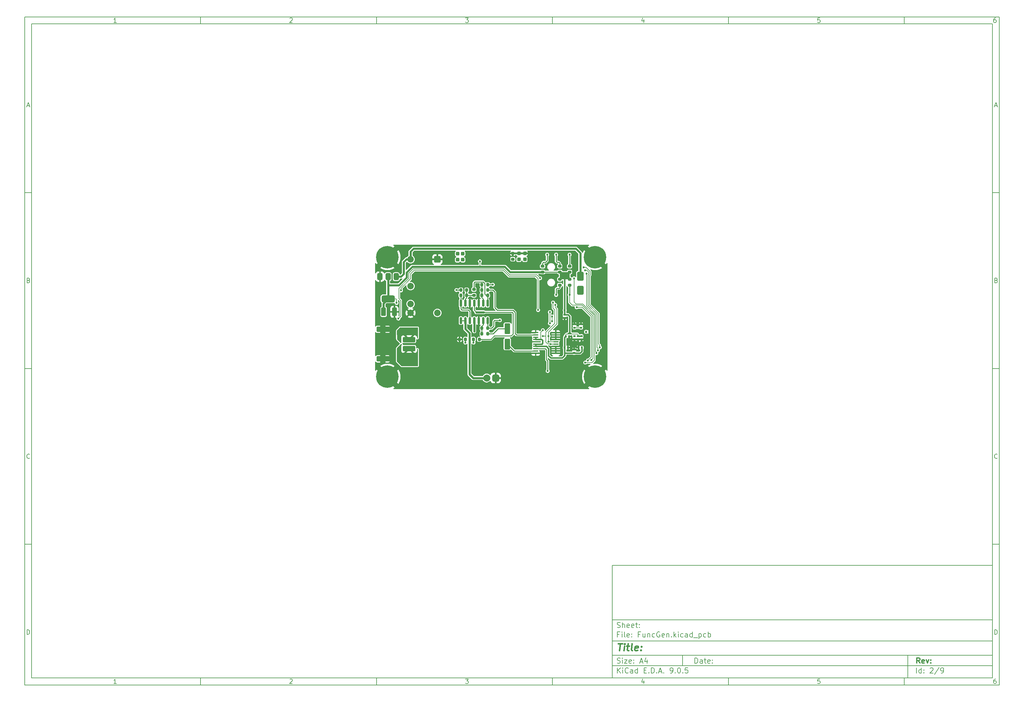
<source format=gbr>
%TF.GenerationSoftware,KiCad,Pcbnew,9.0.5*%
%TF.CreationDate,2025-10-31T11:59:02+05:30*%
%TF.ProjectId,FuncGen,46756e63-4765-46e2-9e6b-696361645f70,rev?*%
%TF.SameCoordinates,Original*%
%TF.FileFunction,Copper,L2,Bot*%
%TF.FilePolarity,Positive*%
%FSLAX46Y46*%
G04 Gerber Fmt 4.6, Leading zero omitted, Abs format (unit mm)*
G04 Created by KiCad (PCBNEW 9.0.5) date 2025-10-31 11:59:02*
%MOMM*%
%LPD*%
G01*
G04 APERTURE LIST*
G04 Aperture macros list*
%AMRoundRect*
0 Rectangle with rounded corners*
0 $1 Rounding radius*
0 $2 $3 $4 $5 $6 $7 $8 $9 X,Y pos of 4 corners*
0 Add a 4 corners polygon primitive as box body*
4,1,4,$2,$3,$4,$5,$6,$7,$8,$9,$2,$3,0*
0 Add four circle primitives for the rounded corners*
1,1,$1+$1,$2,$3*
1,1,$1+$1,$4,$5*
1,1,$1+$1,$6,$7*
1,1,$1+$1,$8,$9*
0 Add four rect primitives between the rounded corners*
20,1,$1+$1,$2,$3,$4,$5,0*
20,1,$1+$1,$4,$5,$6,$7,0*
20,1,$1+$1,$6,$7,$8,$9,0*
20,1,$1+$1,$8,$9,$2,$3,0*%
G04 Aperture macros list end*
%ADD10C,0.100000*%
%ADD11C,0.150000*%
%ADD12C,0.300000*%
%ADD13C,0.400000*%
%TA.AperFunction,Conductor*%
%ADD14C,0.200000*%
%TD*%
%TA.AperFunction,ComponentPad*%
%ADD15RoundRect,0.500000X-0.500000X0.500000X-0.500000X-0.500000X0.500000X-0.500000X0.500000X0.500000X0*%
%TD*%
%TA.AperFunction,ComponentPad*%
%ADD16C,2.000000*%
%TD*%
%TA.AperFunction,ComponentPad*%
%ADD17C,0.800000*%
%TD*%
%TA.AperFunction,ComponentPad*%
%ADD18C,6.400000*%
%TD*%
%TA.AperFunction,SMDPad,CuDef*%
%ADD19RoundRect,0.237500X-0.237500X0.300000X-0.237500X-0.300000X0.237500X-0.300000X0.237500X0.300000X0*%
%TD*%
%TA.AperFunction,SMDPad,CuDef*%
%ADD20RoundRect,0.200000X-0.275000X0.200000X-0.275000X-0.200000X0.275000X-0.200000X0.275000X0.200000X0*%
%TD*%
%TA.AperFunction,SMDPad,CuDef*%
%ADD21RoundRect,0.140000X-0.170000X0.140000X-0.170000X-0.140000X0.170000X-0.140000X0.170000X0.140000X0*%
%TD*%
%TA.AperFunction,SMDPad,CuDef*%
%ADD22RoundRect,0.140000X0.170000X-0.140000X0.170000X0.140000X-0.170000X0.140000X-0.170000X-0.140000X0*%
%TD*%
%TA.AperFunction,SMDPad,CuDef*%
%ADD23RoundRect,0.200000X-0.200000X-0.275000X0.200000X-0.275000X0.200000X0.275000X-0.200000X0.275000X0*%
%TD*%
%TA.AperFunction,SMDPad,CuDef*%
%ADD24RoundRect,0.250000X-0.650000X1.000000X-0.650000X-1.000000X0.650000X-1.000000X0.650000X1.000000X0*%
%TD*%
%TA.AperFunction,SMDPad,CuDef*%
%ADD25RoundRect,0.200000X0.275000X-0.200000X0.275000X0.200000X-0.275000X0.200000X-0.275000X-0.200000X0*%
%TD*%
%TA.AperFunction,SMDPad,CuDef*%
%ADD26RoundRect,0.237500X0.237500X-0.300000X0.237500X0.300000X-0.237500X0.300000X-0.237500X-0.300000X0*%
%TD*%
%TA.AperFunction,SMDPad,CuDef*%
%ADD27RoundRect,0.200000X0.200000X0.275000X-0.200000X0.275000X-0.200000X-0.275000X0.200000X-0.275000X0*%
%TD*%
%TA.AperFunction,SMDPad,CuDef*%
%ADD28RoundRect,0.150000X0.150000X-0.825000X0.150000X0.825000X-0.150000X0.825000X-0.150000X-0.825000X0*%
%TD*%
%TA.AperFunction,SMDPad,CuDef*%
%ADD29RoundRect,0.225000X1.525000X-0.525000X1.525000X0.525000X-1.525000X0.525000X-1.525000X-0.525000X0*%
%TD*%
%TA.AperFunction,SMDPad,CuDef*%
%ADD30RoundRect,0.250000X-0.420000X-0.945000X0.420000X-0.945000X0.420000X0.945000X-0.420000X0.945000X0*%
%TD*%
%TA.AperFunction,SMDPad,CuDef*%
%ADD31RoundRect,0.140000X0.140000X0.170000X-0.140000X0.170000X-0.140000X-0.170000X0.140000X-0.170000X0*%
%TD*%
%TA.AperFunction,SMDPad,CuDef*%
%ADD32RoundRect,0.375000X-0.375000X0.625000X-0.375000X-0.625000X0.375000X-0.625000X0.375000X0.625000X0*%
%TD*%
%TA.AperFunction,SMDPad,CuDef*%
%ADD33RoundRect,0.500000X-1.400000X0.500000X-1.400000X-0.500000X1.400000X-0.500000X1.400000X0.500000X0*%
%TD*%
%TA.AperFunction,SMDPad,CuDef*%
%ADD34RoundRect,0.100000X0.637500X0.100000X-0.637500X0.100000X-0.637500X-0.100000X0.637500X-0.100000X0*%
%TD*%
%TA.AperFunction,ComponentPad*%
%ADD35RoundRect,0.250000X0.675000X0.675000X-0.675000X0.675000X-0.675000X-0.675000X0.675000X-0.675000X0*%
%TD*%
%TA.AperFunction,ComponentPad*%
%ADD36C,1.850000*%
%TD*%
%TA.AperFunction,SMDPad,CuDef*%
%ADD37RoundRect,0.140000X-0.140000X-0.170000X0.140000X-0.170000X0.140000X0.170000X-0.140000X0.170000X0*%
%TD*%
%TA.AperFunction,SMDPad,CuDef*%
%ADD38RoundRect,0.250000X0.550000X-1.250000X0.550000X1.250000X-0.550000X1.250000X-0.550000X-1.250000X0*%
%TD*%
%TA.AperFunction,ViaPad*%
%ADD39C,0.600000*%
%TD*%
%TA.AperFunction,Conductor*%
%ADD40C,0.609600*%
%TD*%
%TA.AperFunction,Conductor*%
%ADD41C,0.254000*%
%TD*%
%TA.AperFunction,Conductor*%
%ADD42C,0.406400*%
%TD*%
G04 APERTURE END LIST*
D10*
D11*
X177002200Y-166007200D02*
X285002200Y-166007200D01*
X285002200Y-198007200D01*
X177002200Y-198007200D01*
X177002200Y-166007200D01*
D10*
D11*
X10000000Y-10000000D02*
X287002200Y-10000000D01*
X287002200Y-200007200D01*
X10000000Y-200007200D01*
X10000000Y-10000000D01*
D10*
D11*
X12000000Y-12000000D02*
X285002200Y-12000000D01*
X285002200Y-198007200D01*
X12000000Y-198007200D01*
X12000000Y-12000000D01*
D10*
D11*
X60000000Y-12000000D02*
X60000000Y-10000000D01*
D10*
D11*
X110000000Y-12000000D02*
X110000000Y-10000000D01*
D10*
D11*
X160000000Y-12000000D02*
X160000000Y-10000000D01*
D10*
D11*
X210000000Y-12000000D02*
X210000000Y-10000000D01*
D10*
D11*
X260000000Y-12000000D02*
X260000000Y-10000000D01*
D10*
D11*
X36089160Y-11593604D02*
X35346303Y-11593604D01*
X35717731Y-11593604D02*
X35717731Y-10293604D01*
X35717731Y-10293604D02*
X35593922Y-10479319D01*
X35593922Y-10479319D02*
X35470112Y-10603128D01*
X35470112Y-10603128D02*
X35346303Y-10665033D01*
D10*
D11*
X85346303Y-10417414D02*
X85408207Y-10355509D01*
X85408207Y-10355509D02*
X85532017Y-10293604D01*
X85532017Y-10293604D02*
X85841541Y-10293604D01*
X85841541Y-10293604D02*
X85965350Y-10355509D01*
X85965350Y-10355509D02*
X86027255Y-10417414D01*
X86027255Y-10417414D02*
X86089160Y-10541223D01*
X86089160Y-10541223D02*
X86089160Y-10665033D01*
X86089160Y-10665033D02*
X86027255Y-10850747D01*
X86027255Y-10850747D02*
X85284398Y-11593604D01*
X85284398Y-11593604D02*
X86089160Y-11593604D01*
D10*
D11*
X135284398Y-10293604D02*
X136089160Y-10293604D01*
X136089160Y-10293604D02*
X135655826Y-10788842D01*
X135655826Y-10788842D02*
X135841541Y-10788842D01*
X135841541Y-10788842D02*
X135965350Y-10850747D01*
X135965350Y-10850747D02*
X136027255Y-10912652D01*
X136027255Y-10912652D02*
X136089160Y-11036461D01*
X136089160Y-11036461D02*
X136089160Y-11345985D01*
X136089160Y-11345985D02*
X136027255Y-11469795D01*
X136027255Y-11469795D02*
X135965350Y-11531700D01*
X135965350Y-11531700D02*
X135841541Y-11593604D01*
X135841541Y-11593604D02*
X135470112Y-11593604D01*
X135470112Y-11593604D02*
X135346303Y-11531700D01*
X135346303Y-11531700D02*
X135284398Y-11469795D01*
D10*
D11*
X185965350Y-10726938D02*
X185965350Y-11593604D01*
X185655826Y-10231700D02*
X185346303Y-11160271D01*
X185346303Y-11160271D02*
X186151064Y-11160271D01*
D10*
D11*
X236027255Y-10293604D02*
X235408207Y-10293604D01*
X235408207Y-10293604D02*
X235346303Y-10912652D01*
X235346303Y-10912652D02*
X235408207Y-10850747D01*
X235408207Y-10850747D02*
X235532017Y-10788842D01*
X235532017Y-10788842D02*
X235841541Y-10788842D01*
X235841541Y-10788842D02*
X235965350Y-10850747D01*
X235965350Y-10850747D02*
X236027255Y-10912652D01*
X236027255Y-10912652D02*
X236089160Y-11036461D01*
X236089160Y-11036461D02*
X236089160Y-11345985D01*
X236089160Y-11345985D02*
X236027255Y-11469795D01*
X236027255Y-11469795D02*
X235965350Y-11531700D01*
X235965350Y-11531700D02*
X235841541Y-11593604D01*
X235841541Y-11593604D02*
X235532017Y-11593604D01*
X235532017Y-11593604D02*
X235408207Y-11531700D01*
X235408207Y-11531700D02*
X235346303Y-11469795D01*
D10*
D11*
X285965350Y-10293604D02*
X285717731Y-10293604D01*
X285717731Y-10293604D02*
X285593922Y-10355509D01*
X285593922Y-10355509D02*
X285532017Y-10417414D01*
X285532017Y-10417414D02*
X285408207Y-10603128D01*
X285408207Y-10603128D02*
X285346303Y-10850747D01*
X285346303Y-10850747D02*
X285346303Y-11345985D01*
X285346303Y-11345985D02*
X285408207Y-11469795D01*
X285408207Y-11469795D02*
X285470112Y-11531700D01*
X285470112Y-11531700D02*
X285593922Y-11593604D01*
X285593922Y-11593604D02*
X285841541Y-11593604D01*
X285841541Y-11593604D02*
X285965350Y-11531700D01*
X285965350Y-11531700D02*
X286027255Y-11469795D01*
X286027255Y-11469795D02*
X286089160Y-11345985D01*
X286089160Y-11345985D02*
X286089160Y-11036461D01*
X286089160Y-11036461D02*
X286027255Y-10912652D01*
X286027255Y-10912652D02*
X285965350Y-10850747D01*
X285965350Y-10850747D02*
X285841541Y-10788842D01*
X285841541Y-10788842D02*
X285593922Y-10788842D01*
X285593922Y-10788842D02*
X285470112Y-10850747D01*
X285470112Y-10850747D02*
X285408207Y-10912652D01*
X285408207Y-10912652D02*
X285346303Y-11036461D01*
D10*
D11*
X60000000Y-198007200D02*
X60000000Y-200007200D01*
D10*
D11*
X110000000Y-198007200D02*
X110000000Y-200007200D01*
D10*
D11*
X160000000Y-198007200D02*
X160000000Y-200007200D01*
D10*
D11*
X210000000Y-198007200D02*
X210000000Y-200007200D01*
D10*
D11*
X260000000Y-198007200D02*
X260000000Y-200007200D01*
D10*
D11*
X36089160Y-199600804D02*
X35346303Y-199600804D01*
X35717731Y-199600804D02*
X35717731Y-198300804D01*
X35717731Y-198300804D02*
X35593922Y-198486519D01*
X35593922Y-198486519D02*
X35470112Y-198610328D01*
X35470112Y-198610328D02*
X35346303Y-198672233D01*
D10*
D11*
X85346303Y-198424614D02*
X85408207Y-198362709D01*
X85408207Y-198362709D02*
X85532017Y-198300804D01*
X85532017Y-198300804D02*
X85841541Y-198300804D01*
X85841541Y-198300804D02*
X85965350Y-198362709D01*
X85965350Y-198362709D02*
X86027255Y-198424614D01*
X86027255Y-198424614D02*
X86089160Y-198548423D01*
X86089160Y-198548423D02*
X86089160Y-198672233D01*
X86089160Y-198672233D02*
X86027255Y-198857947D01*
X86027255Y-198857947D02*
X85284398Y-199600804D01*
X85284398Y-199600804D02*
X86089160Y-199600804D01*
D10*
D11*
X135284398Y-198300804D02*
X136089160Y-198300804D01*
X136089160Y-198300804D02*
X135655826Y-198796042D01*
X135655826Y-198796042D02*
X135841541Y-198796042D01*
X135841541Y-198796042D02*
X135965350Y-198857947D01*
X135965350Y-198857947D02*
X136027255Y-198919852D01*
X136027255Y-198919852D02*
X136089160Y-199043661D01*
X136089160Y-199043661D02*
X136089160Y-199353185D01*
X136089160Y-199353185D02*
X136027255Y-199476995D01*
X136027255Y-199476995D02*
X135965350Y-199538900D01*
X135965350Y-199538900D02*
X135841541Y-199600804D01*
X135841541Y-199600804D02*
X135470112Y-199600804D01*
X135470112Y-199600804D02*
X135346303Y-199538900D01*
X135346303Y-199538900D02*
X135284398Y-199476995D01*
D10*
D11*
X185965350Y-198734138D02*
X185965350Y-199600804D01*
X185655826Y-198238900D02*
X185346303Y-199167471D01*
X185346303Y-199167471D02*
X186151064Y-199167471D01*
D10*
D11*
X236027255Y-198300804D02*
X235408207Y-198300804D01*
X235408207Y-198300804D02*
X235346303Y-198919852D01*
X235346303Y-198919852D02*
X235408207Y-198857947D01*
X235408207Y-198857947D02*
X235532017Y-198796042D01*
X235532017Y-198796042D02*
X235841541Y-198796042D01*
X235841541Y-198796042D02*
X235965350Y-198857947D01*
X235965350Y-198857947D02*
X236027255Y-198919852D01*
X236027255Y-198919852D02*
X236089160Y-199043661D01*
X236089160Y-199043661D02*
X236089160Y-199353185D01*
X236089160Y-199353185D02*
X236027255Y-199476995D01*
X236027255Y-199476995D02*
X235965350Y-199538900D01*
X235965350Y-199538900D02*
X235841541Y-199600804D01*
X235841541Y-199600804D02*
X235532017Y-199600804D01*
X235532017Y-199600804D02*
X235408207Y-199538900D01*
X235408207Y-199538900D02*
X235346303Y-199476995D01*
D10*
D11*
X285965350Y-198300804D02*
X285717731Y-198300804D01*
X285717731Y-198300804D02*
X285593922Y-198362709D01*
X285593922Y-198362709D02*
X285532017Y-198424614D01*
X285532017Y-198424614D02*
X285408207Y-198610328D01*
X285408207Y-198610328D02*
X285346303Y-198857947D01*
X285346303Y-198857947D02*
X285346303Y-199353185D01*
X285346303Y-199353185D02*
X285408207Y-199476995D01*
X285408207Y-199476995D02*
X285470112Y-199538900D01*
X285470112Y-199538900D02*
X285593922Y-199600804D01*
X285593922Y-199600804D02*
X285841541Y-199600804D01*
X285841541Y-199600804D02*
X285965350Y-199538900D01*
X285965350Y-199538900D02*
X286027255Y-199476995D01*
X286027255Y-199476995D02*
X286089160Y-199353185D01*
X286089160Y-199353185D02*
X286089160Y-199043661D01*
X286089160Y-199043661D02*
X286027255Y-198919852D01*
X286027255Y-198919852D02*
X285965350Y-198857947D01*
X285965350Y-198857947D02*
X285841541Y-198796042D01*
X285841541Y-198796042D02*
X285593922Y-198796042D01*
X285593922Y-198796042D02*
X285470112Y-198857947D01*
X285470112Y-198857947D02*
X285408207Y-198919852D01*
X285408207Y-198919852D02*
X285346303Y-199043661D01*
D10*
D11*
X10000000Y-60000000D02*
X12000000Y-60000000D01*
D10*
D11*
X10000000Y-110000000D02*
X12000000Y-110000000D01*
D10*
D11*
X10000000Y-160000000D02*
X12000000Y-160000000D01*
D10*
D11*
X10690476Y-35222176D02*
X11309523Y-35222176D01*
X10566666Y-35593604D02*
X10999999Y-34293604D01*
X10999999Y-34293604D02*
X11433333Y-35593604D01*
D10*
D11*
X11092857Y-84912652D02*
X11278571Y-84974557D01*
X11278571Y-84974557D02*
X11340476Y-85036461D01*
X11340476Y-85036461D02*
X11402380Y-85160271D01*
X11402380Y-85160271D02*
X11402380Y-85345985D01*
X11402380Y-85345985D02*
X11340476Y-85469795D01*
X11340476Y-85469795D02*
X11278571Y-85531700D01*
X11278571Y-85531700D02*
X11154761Y-85593604D01*
X11154761Y-85593604D02*
X10659523Y-85593604D01*
X10659523Y-85593604D02*
X10659523Y-84293604D01*
X10659523Y-84293604D02*
X11092857Y-84293604D01*
X11092857Y-84293604D02*
X11216666Y-84355509D01*
X11216666Y-84355509D02*
X11278571Y-84417414D01*
X11278571Y-84417414D02*
X11340476Y-84541223D01*
X11340476Y-84541223D02*
X11340476Y-84665033D01*
X11340476Y-84665033D02*
X11278571Y-84788842D01*
X11278571Y-84788842D02*
X11216666Y-84850747D01*
X11216666Y-84850747D02*
X11092857Y-84912652D01*
X11092857Y-84912652D02*
X10659523Y-84912652D01*
D10*
D11*
X11402380Y-135469795D02*
X11340476Y-135531700D01*
X11340476Y-135531700D02*
X11154761Y-135593604D01*
X11154761Y-135593604D02*
X11030952Y-135593604D01*
X11030952Y-135593604D02*
X10845238Y-135531700D01*
X10845238Y-135531700D02*
X10721428Y-135407890D01*
X10721428Y-135407890D02*
X10659523Y-135284080D01*
X10659523Y-135284080D02*
X10597619Y-135036461D01*
X10597619Y-135036461D02*
X10597619Y-134850747D01*
X10597619Y-134850747D02*
X10659523Y-134603128D01*
X10659523Y-134603128D02*
X10721428Y-134479319D01*
X10721428Y-134479319D02*
X10845238Y-134355509D01*
X10845238Y-134355509D02*
X11030952Y-134293604D01*
X11030952Y-134293604D02*
X11154761Y-134293604D01*
X11154761Y-134293604D02*
X11340476Y-134355509D01*
X11340476Y-134355509D02*
X11402380Y-134417414D01*
D10*
D11*
X10659523Y-185593604D02*
X10659523Y-184293604D01*
X10659523Y-184293604D02*
X10969047Y-184293604D01*
X10969047Y-184293604D02*
X11154761Y-184355509D01*
X11154761Y-184355509D02*
X11278571Y-184479319D01*
X11278571Y-184479319D02*
X11340476Y-184603128D01*
X11340476Y-184603128D02*
X11402380Y-184850747D01*
X11402380Y-184850747D02*
X11402380Y-185036461D01*
X11402380Y-185036461D02*
X11340476Y-185284080D01*
X11340476Y-185284080D02*
X11278571Y-185407890D01*
X11278571Y-185407890D02*
X11154761Y-185531700D01*
X11154761Y-185531700D02*
X10969047Y-185593604D01*
X10969047Y-185593604D02*
X10659523Y-185593604D01*
D10*
D11*
X287002200Y-60000000D02*
X285002200Y-60000000D01*
D10*
D11*
X287002200Y-110000000D02*
X285002200Y-110000000D01*
D10*
D11*
X287002200Y-160000000D02*
X285002200Y-160000000D01*
D10*
D11*
X285692676Y-35222176D02*
X286311723Y-35222176D01*
X285568866Y-35593604D02*
X286002199Y-34293604D01*
X286002199Y-34293604D02*
X286435533Y-35593604D01*
D10*
D11*
X286095057Y-84912652D02*
X286280771Y-84974557D01*
X286280771Y-84974557D02*
X286342676Y-85036461D01*
X286342676Y-85036461D02*
X286404580Y-85160271D01*
X286404580Y-85160271D02*
X286404580Y-85345985D01*
X286404580Y-85345985D02*
X286342676Y-85469795D01*
X286342676Y-85469795D02*
X286280771Y-85531700D01*
X286280771Y-85531700D02*
X286156961Y-85593604D01*
X286156961Y-85593604D02*
X285661723Y-85593604D01*
X285661723Y-85593604D02*
X285661723Y-84293604D01*
X285661723Y-84293604D02*
X286095057Y-84293604D01*
X286095057Y-84293604D02*
X286218866Y-84355509D01*
X286218866Y-84355509D02*
X286280771Y-84417414D01*
X286280771Y-84417414D02*
X286342676Y-84541223D01*
X286342676Y-84541223D02*
X286342676Y-84665033D01*
X286342676Y-84665033D02*
X286280771Y-84788842D01*
X286280771Y-84788842D02*
X286218866Y-84850747D01*
X286218866Y-84850747D02*
X286095057Y-84912652D01*
X286095057Y-84912652D02*
X285661723Y-84912652D01*
D10*
D11*
X286404580Y-135469795D02*
X286342676Y-135531700D01*
X286342676Y-135531700D02*
X286156961Y-135593604D01*
X286156961Y-135593604D02*
X286033152Y-135593604D01*
X286033152Y-135593604D02*
X285847438Y-135531700D01*
X285847438Y-135531700D02*
X285723628Y-135407890D01*
X285723628Y-135407890D02*
X285661723Y-135284080D01*
X285661723Y-135284080D02*
X285599819Y-135036461D01*
X285599819Y-135036461D02*
X285599819Y-134850747D01*
X285599819Y-134850747D02*
X285661723Y-134603128D01*
X285661723Y-134603128D02*
X285723628Y-134479319D01*
X285723628Y-134479319D02*
X285847438Y-134355509D01*
X285847438Y-134355509D02*
X286033152Y-134293604D01*
X286033152Y-134293604D02*
X286156961Y-134293604D01*
X286156961Y-134293604D02*
X286342676Y-134355509D01*
X286342676Y-134355509D02*
X286404580Y-134417414D01*
D10*
D11*
X285661723Y-185593604D02*
X285661723Y-184293604D01*
X285661723Y-184293604D02*
X285971247Y-184293604D01*
X285971247Y-184293604D02*
X286156961Y-184355509D01*
X286156961Y-184355509D02*
X286280771Y-184479319D01*
X286280771Y-184479319D02*
X286342676Y-184603128D01*
X286342676Y-184603128D02*
X286404580Y-184850747D01*
X286404580Y-184850747D02*
X286404580Y-185036461D01*
X286404580Y-185036461D02*
X286342676Y-185284080D01*
X286342676Y-185284080D02*
X286280771Y-185407890D01*
X286280771Y-185407890D02*
X286156961Y-185531700D01*
X286156961Y-185531700D02*
X285971247Y-185593604D01*
X285971247Y-185593604D02*
X285661723Y-185593604D01*
D10*
D11*
X200458026Y-193793328D02*
X200458026Y-192293328D01*
X200458026Y-192293328D02*
X200815169Y-192293328D01*
X200815169Y-192293328D02*
X201029455Y-192364757D01*
X201029455Y-192364757D02*
X201172312Y-192507614D01*
X201172312Y-192507614D02*
X201243741Y-192650471D01*
X201243741Y-192650471D02*
X201315169Y-192936185D01*
X201315169Y-192936185D02*
X201315169Y-193150471D01*
X201315169Y-193150471D02*
X201243741Y-193436185D01*
X201243741Y-193436185D02*
X201172312Y-193579042D01*
X201172312Y-193579042D02*
X201029455Y-193721900D01*
X201029455Y-193721900D02*
X200815169Y-193793328D01*
X200815169Y-193793328D02*
X200458026Y-193793328D01*
X202600884Y-193793328D02*
X202600884Y-193007614D01*
X202600884Y-193007614D02*
X202529455Y-192864757D01*
X202529455Y-192864757D02*
X202386598Y-192793328D01*
X202386598Y-192793328D02*
X202100884Y-192793328D01*
X202100884Y-192793328D02*
X201958026Y-192864757D01*
X202600884Y-193721900D02*
X202458026Y-193793328D01*
X202458026Y-193793328D02*
X202100884Y-193793328D01*
X202100884Y-193793328D02*
X201958026Y-193721900D01*
X201958026Y-193721900D02*
X201886598Y-193579042D01*
X201886598Y-193579042D02*
X201886598Y-193436185D01*
X201886598Y-193436185D02*
X201958026Y-193293328D01*
X201958026Y-193293328D02*
X202100884Y-193221900D01*
X202100884Y-193221900D02*
X202458026Y-193221900D01*
X202458026Y-193221900D02*
X202600884Y-193150471D01*
X203100884Y-192793328D02*
X203672312Y-192793328D01*
X203315169Y-192293328D02*
X203315169Y-193579042D01*
X203315169Y-193579042D02*
X203386598Y-193721900D01*
X203386598Y-193721900D02*
X203529455Y-193793328D01*
X203529455Y-193793328D02*
X203672312Y-193793328D01*
X204743741Y-193721900D02*
X204600884Y-193793328D01*
X204600884Y-193793328D02*
X204315170Y-193793328D01*
X204315170Y-193793328D02*
X204172312Y-193721900D01*
X204172312Y-193721900D02*
X204100884Y-193579042D01*
X204100884Y-193579042D02*
X204100884Y-193007614D01*
X204100884Y-193007614D02*
X204172312Y-192864757D01*
X204172312Y-192864757D02*
X204315170Y-192793328D01*
X204315170Y-192793328D02*
X204600884Y-192793328D01*
X204600884Y-192793328D02*
X204743741Y-192864757D01*
X204743741Y-192864757D02*
X204815170Y-193007614D01*
X204815170Y-193007614D02*
X204815170Y-193150471D01*
X204815170Y-193150471D02*
X204100884Y-193293328D01*
X205458026Y-193650471D02*
X205529455Y-193721900D01*
X205529455Y-193721900D02*
X205458026Y-193793328D01*
X205458026Y-193793328D02*
X205386598Y-193721900D01*
X205386598Y-193721900D02*
X205458026Y-193650471D01*
X205458026Y-193650471D02*
X205458026Y-193793328D01*
X205458026Y-192864757D02*
X205529455Y-192936185D01*
X205529455Y-192936185D02*
X205458026Y-193007614D01*
X205458026Y-193007614D02*
X205386598Y-192936185D01*
X205386598Y-192936185D02*
X205458026Y-192864757D01*
X205458026Y-192864757D02*
X205458026Y-193007614D01*
D10*
D11*
X177002200Y-194507200D02*
X285002200Y-194507200D01*
D10*
D11*
X178458026Y-196593328D02*
X178458026Y-195093328D01*
X179315169Y-196593328D02*
X178672312Y-195736185D01*
X179315169Y-195093328D02*
X178458026Y-195950471D01*
X179958026Y-196593328D02*
X179958026Y-195593328D01*
X179958026Y-195093328D02*
X179886598Y-195164757D01*
X179886598Y-195164757D02*
X179958026Y-195236185D01*
X179958026Y-195236185D02*
X180029455Y-195164757D01*
X180029455Y-195164757D02*
X179958026Y-195093328D01*
X179958026Y-195093328D02*
X179958026Y-195236185D01*
X181529455Y-196450471D02*
X181458027Y-196521900D01*
X181458027Y-196521900D02*
X181243741Y-196593328D01*
X181243741Y-196593328D02*
X181100884Y-196593328D01*
X181100884Y-196593328D02*
X180886598Y-196521900D01*
X180886598Y-196521900D02*
X180743741Y-196379042D01*
X180743741Y-196379042D02*
X180672312Y-196236185D01*
X180672312Y-196236185D02*
X180600884Y-195950471D01*
X180600884Y-195950471D02*
X180600884Y-195736185D01*
X180600884Y-195736185D02*
X180672312Y-195450471D01*
X180672312Y-195450471D02*
X180743741Y-195307614D01*
X180743741Y-195307614D02*
X180886598Y-195164757D01*
X180886598Y-195164757D02*
X181100884Y-195093328D01*
X181100884Y-195093328D02*
X181243741Y-195093328D01*
X181243741Y-195093328D02*
X181458027Y-195164757D01*
X181458027Y-195164757D02*
X181529455Y-195236185D01*
X182815170Y-196593328D02*
X182815170Y-195807614D01*
X182815170Y-195807614D02*
X182743741Y-195664757D01*
X182743741Y-195664757D02*
X182600884Y-195593328D01*
X182600884Y-195593328D02*
X182315170Y-195593328D01*
X182315170Y-195593328D02*
X182172312Y-195664757D01*
X182815170Y-196521900D02*
X182672312Y-196593328D01*
X182672312Y-196593328D02*
X182315170Y-196593328D01*
X182315170Y-196593328D02*
X182172312Y-196521900D01*
X182172312Y-196521900D02*
X182100884Y-196379042D01*
X182100884Y-196379042D02*
X182100884Y-196236185D01*
X182100884Y-196236185D02*
X182172312Y-196093328D01*
X182172312Y-196093328D02*
X182315170Y-196021900D01*
X182315170Y-196021900D02*
X182672312Y-196021900D01*
X182672312Y-196021900D02*
X182815170Y-195950471D01*
X184172313Y-196593328D02*
X184172313Y-195093328D01*
X184172313Y-196521900D02*
X184029455Y-196593328D01*
X184029455Y-196593328D02*
X183743741Y-196593328D01*
X183743741Y-196593328D02*
X183600884Y-196521900D01*
X183600884Y-196521900D02*
X183529455Y-196450471D01*
X183529455Y-196450471D02*
X183458027Y-196307614D01*
X183458027Y-196307614D02*
X183458027Y-195879042D01*
X183458027Y-195879042D02*
X183529455Y-195736185D01*
X183529455Y-195736185D02*
X183600884Y-195664757D01*
X183600884Y-195664757D02*
X183743741Y-195593328D01*
X183743741Y-195593328D02*
X184029455Y-195593328D01*
X184029455Y-195593328D02*
X184172313Y-195664757D01*
X186029455Y-195807614D02*
X186529455Y-195807614D01*
X186743741Y-196593328D02*
X186029455Y-196593328D01*
X186029455Y-196593328D02*
X186029455Y-195093328D01*
X186029455Y-195093328D02*
X186743741Y-195093328D01*
X187386598Y-196450471D02*
X187458027Y-196521900D01*
X187458027Y-196521900D02*
X187386598Y-196593328D01*
X187386598Y-196593328D02*
X187315170Y-196521900D01*
X187315170Y-196521900D02*
X187386598Y-196450471D01*
X187386598Y-196450471D02*
X187386598Y-196593328D01*
X188100884Y-196593328D02*
X188100884Y-195093328D01*
X188100884Y-195093328D02*
X188458027Y-195093328D01*
X188458027Y-195093328D02*
X188672313Y-195164757D01*
X188672313Y-195164757D02*
X188815170Y-195307614D01*
X188815170Y-195307614D02*
X188886599Y-195450471D01*
X188886599Y-195450471D02*
X188958027Y-195736185D01*
X188958027Y-195736185D02*
X188958027Y-195950471D01*
X188958027Y-195950471D02*
X188886599Y-196236185D01*
X188886599Y-196236185D02*
X188815170Y-196379042D01*
X188815170Y-196379042D02*
X188672313Y-196521900D01*
X188672313Y-196521900D02*
X188458027Y-196593328D01*
X188458027Y-196593328D02*
X188100884Y-196593328D01*
X189600884Y-196450471D02*
X189672313Y-196521900D01*
X189672313Y-196521900D02*
X189600884Y-196593328D01*
X189600884Y-196593328D02*
X189529456Y-196521900D01*
X189529456Y-196521900D02*
X189600884Y-196450471D01*
X189600884Y-196450471D02*
X189600884Y-196593328D01*
X190243742Y-196164757D02*
X190958028Y-196164757D01*
X190100885Y-196593328D02*
X190600885Y-195093328D01*
X190600885Y-195093328D02*
X191100885Y-196593328D01*
X191600884Y-196450471D02*
X191672313Y-196521900D01*
X191672313Y-196521900D02*
X191600884Y-196593328D01*
X191600884Y-196593328D02*
X191529456Y-196521900D01*
X191529456Y-196521900D02*
X191600884Y-196450471D01*
X191600884Y-196450471D02*
X191600884Y-196593328D01*
X193529456Y-196593328D02*
X193815170Y-196593328D01*
X193815170Y-196593328D02*
X193958027Y-196521900D01*
X193958027Y-196521900D02*
X194029456Y-196450471D01*
X194029456Y-196450471D02*
X194172313Y-196236185D01*
X194172313Y-196236185D02*
X194243742Y-195950471D01*
X194243742Y-195950471D02*
X194243742Y-195379042D01*
X194243742Y-195379042D02*
X194172313Y-195236185D01*
X194172313Y-195236185D02*
X194100885Y-195164757D01*
X194100885Y-195164757D02*
X193958027Y-195093328D01*
X193958027Y-195093328D02*
X193672313Y-195093328D01*
X193672313Y-195093328D02*
X193529456Y-195164757D01*
X193529456Y-195164757D02*
X193458027Y-195236185D01*
X193458027Y-195236185D02*
X193386599Y-195379042D01*
X193386599Y-195379042D02*
X193386599Y-195736185D01*
X193386599Y-195736185D02*
X193458027Y-195879042D01*
X193458027Y-195879042D02*
X193529456Y-195950471D01*
X193529456Y-195950471D02*
X193672313Y-196021900D01*
X193672313Y-196021900D02*
X193958027Y-196021900D01*
X193958027Y-196021900D02*
X194100885Y-195950471D01*
X194100885Y-195950471D02*
X194172313Y-195879042D01*
X194172313Y-195879042D02*
X194243742Y-195736185D01*
X194886598Y-196450471D02*
X194958027Y-196521900D01*
X194958027Y-196521900D02*
X194886598Y-196593328D01*
X194886598Y-196593328D02*
X194815170Y-196521900D01*
X194815170Y-196521900D02*
X194886598Y-196450471D01*
X194886598Y-196450471D02*
X194886598Y-196593328D01*
X195886599Y-195093328D02*
X196029456Y-195093328D01*
X196029456Y-195093328D02*
X196172313Y-195164757D01*
X196172313Y-195164757D02*
X196243742Y-195236185D01*
X196243742Y-195236185D02*
X196315170Y-195379042D01*
X196315170Y-195379042D02*
X196386599Y-195664757D01*
X196386599Y-195664757D02*
X196386599Y-196021900D01*
X196386599Y-196021900D02*
X196315170Y-196307614D01*
X196315170Y-196307614D02*
X196243742Y-196450471D01*
X196243742Y-196450471D02*
X196172313Y-196521900D01*
X196172313Y-196521900D02*
X196029456Y-196593328D01*
X196029456Y-196593328D02*
X195886599Y-196593328D01*
X195886599Y-196593328D02*
X195743742Y-196521900D01*
X195743742Y-196521900D02*
X195672313Y-196450471D01*
X195672313Y-196450471D02*
X195600884Y-196307614D01*
X195600884Y-196307614D02*
X195529456Y-196021900D01*
X195529456Y-196021900D02*
X195529456Y-195664757D01*
X195529456Y-195664757D02*
X195600884Y-195379042D01*
X195600884Y-195379042D02*
X195672313Y-195236185D01*
X195672313Y-195236185D02*
X195743742Y-195164757D01*
X195743742Y-195164757D02*
X195886599Y-195093328D01*
X197029455Y-196450471D02*
X197100884Y-196521900D01*
X197100884Y-196521900D02*
X197029455Y-196593328D01*
X197029455Y-196593328D02*
X196958027Y-196521900D01*
X196958027Y-196521900D02*
X197029455Y-196450471D01*
X197029455Y-196450471D02*
X197029455Y-196593328D01*
X198458027Y-195093328D02*
X197743741Y-195093328D01*
X197743741Y-195093328D02*
X197672313Y-195807614D01*
X197672313Y-195807614D02*
X197743741Y-195736185D01*
X197743741Y-195736185D02*
X197886599Y-195664757D01*
X197886599Y-195664757D02*
X198243741Y-195664757D01*
X198243741Y-195664757D02*
X198386599Y-195736185D01*
X198386599Y-195736185D02*
X198458027Y-195807614D01*
X198458027Y-195807614D02*
X198529456Y-195950471D01*
X198529456Y-195950471D02*
X198529456Y-196307614D01*
X198529456Y-196307614D02*
X198458027Y-196450471D01*
X198458027Y-196450471D02*
X198386599Y-196521900D01*
X198386599Y-196521900D02*
X198243741Y-196593328D01*
X198243741Y-196593328D02*
X197886599Y-196593328D01*
X197886599Y-196593328D02*
X197743741Y-196521900D01*
X197743741Y-196521900D02*
X197672313Y-196450471D01*
D10*
D11*
X177002200Y-191507200D02*
X285002200Y-191507200D01*
D10*
D12*
X264413853Y-193785528D02*
X263913853Y-193071242D01*
X263556710Y-193785528D02*
X263556710Y-192285528D01*
X263556710Y-192285528D02*
X264128139Y-192285528D01*
X264128139Y-192285528D02*
X264270996Y-192356957D01*
X264270996Y-192356957D02*
X264342425Y-192428385D01*
X264342425Y-192428385D02*
X264413853Y-192571242D01*
X264413853Y-192571242D02*
X264413853Y-192785528D01*
X264413853Y-192785528D02*
X264342425Y-192928385D01*
X264342425Y-192928385D02*
X264270996Y-192999814D01*
X264270996Y-192999814D02*
X264128139Y-193071242D01*
X264128139Y-193071242D02*
X263556710Y-193071242D01*
X265628139Y-193714100D02*
X265485282Y-193785528D01*
X265485282Y-193785528D02*
X265199568Y-193785528D01*
X265199568Y-193785528D02*
X265056710Y-193714100D01*
X265056710Y-193714100D02*
X264985282Y-193571242D01*
X264985282Y-193571242D02*
X264985282Y-192999814D01*
X264985282Y-192999814D02*
X265056710Y-192856957D01*
X265056710Y-192856957D02*
X265199568Y-192785528D01*
X265199568Y-192785528D02*
X265485282Y-192785528D01*
X265485282Y-192785528D02*
X265628139Y-192856957D01*
X265628139Y-192856957D02*
X265699568Y-192999814D01*
X265699568Y-192999814D02*
X265699568Y-193142671D01*
X265699568Y-193142671D02*
X264985282Y-193285528D01*
X266199567Y-192785528D02*
X266556710Y-193785528D01*
X266556710Y-193785528D02*
X266913853Y-192785528D01*
X267485281Y-193642671D02*
X267556710Y-193714100D01*
X267556710Y-193714100D02*
X267485281Y-193785528D01*
X267485281Y-193785528D02*
X267413853Y-193714100D01*
X267413853Y-193714100D02*
X267485281Y-193642671D01*
X267485281Y-193642671D02*
X267485281Y-193785528D01*
X267485281Y-192856957D02*
X267556710Y-192928385D01*
X267556710Y-192928385D02*
X267485281Y-192999814D01*
X267485281Y-192999814D02*
X267413853Y-192928385D01*
X267413853Y-192928385D02*
X267485281Y-192856957D01*
X267485281Y-192856957D02*
X267485281Y-192999814D01*
D10*
D11*
X178386598Y-193721900D02*
X178600884Y-193793328D01*
X178600884Y-193793328D02*
X178958026Y-193793328D01*
X178958026Y-193793328D02*
X179100884Y-193721900D01*
X179100884Y-193721900D02*
X179172312Y-193650471D01*
X179172312Y-193650471D02*
X179243741Y-193507614D01*
X179243741Y-193507614D02*
X179243741Y-193364757D01*
X179243741Y-193364757D02*
X179172312Y-193221900D01*
X179172312Y-193221900D02*
X179100884Y-193150471D01*
X179100884Y-193150471D02*
X178958026Y-193079042D01*
X178958026Y-193079042D02*
X178672312Y-193007614D01*
X178672312Y-193007614D02*
X178529455Y-192936185D01*
X178529455Y-192936185D02*
X178458026Y-192864757D01*
X178458026Y-192864757D02*
X178386598Y-192721900D01*
X178386598Y-192721900D02*
X178386598Y-192579042D01*
X178386598Y-192579042D02*
X178458026Y-192436185D01*
X178458026Y-192436185D02*
X178529455Y-192364757D01*
X178529455Y-192364757D02*
X178672312Y-192293328D01*
X178672312Y-192293328D02*
X179029455Y-192293328D01*
X179029455Y-192293328D02*
X179243741Y-192364757D01*
X179886597Y-193793328D02*
X179886597Y-192793328D01*
X179886597Y-192293328D02*
X179815169Y-192364757D01*
X179815169Y-192364757D02*
X179886597Y-192436185D01*
X179886597Y-192436185D02*
X179958026Y-192364757D01*
X179958026Y-192364757D02*
X179886597Y-192293328D01*
X179886597Y-192293328D02*
X179886597Y-192436185D01*
X180458026Y-192793328D02*
X181243741Y-192793328D01*
X181243741Y-192793328D02*
X180458026Y-193793328D01*
X180458026Y-193793328D02*
X181243741Y-193793328D01*
X182386598Y-193721900D02*
X182243741Y-193793328D01*
X182243741Y-193793328D02*
X181958027Y-193793328D01*
X181958027Y-193793328D02*
X181815169Y-193721900D01*
X181815169Y-193721900D02*
X181743741Y-193579042D01*
X181743741Y-193579042D02*
X181743741Y-193007614D01*
X181743741Y-193007614D02*
X181815169Y-192864757D01*
X181815169Y-192864757D02*
X181958027Y-192793328D01*
X181958027Y-192793328D02*
X182243741Y-192793328D01*
X182243741Y-192793328D02*
X182386598Y-192864757D01*
X182386598Y-192864757D02*
X182458027Y-193007614D01*
X182458027Y-193007614D02*
X182458027Y-193150471D01*
X182458027Y-193150471D02*
X181743741Y-193293328D01*
X183100883Y-193650471D02*
X183172312Y-193721900D01*
X183172312Y-193721900D02*
X183100883Y-193793328D01*
X183100883Y-193793328D02*
X183029455Y-193721900D01*
X183029455Y-193721900D02*
X183100883Y-193650471D01*
X183100883Y-193650471D02*
X183100883Y-193793328D01*
X183100883Y-192864757D02*
X183172312Y-192936185D01*
X183172312Y-192936185D02*
X183100883Y-193007614D01*
X183100883Y-193007614D02*
X183029455Y-192936185D01*
X183029455Y-192936185D02*
X183100883Y-192864757D01*
X183100883Y-192864757D02*
X183100883Y-193007614D01*
X184886598Y-193364757D02*
X185600884Y-193364757D01*
X184743741Y-193793328D02*
X185243741Y-192293328D01*
X185243741Y-192293328D02*
X185743741Y-193793328D01*
X186886598Y-192793328D02*
X186886598Y-193793328D01*
X186529455Y-192221900D02*
X186172312Y-193293328D01*
X186172312Y-193293328D02*
X187100883Y-193293328D01*
D10*
D11*
X263458026Y-196593328D02*
X263458026Y-195093328D01*
X264815170Y-196593328D02*
X264815170Y-195093328D01*
X264815170Y-196521900D02*
X264672312Y-196593328D01*
X264672312Y-196593328D02*
X264386598Y-196593328D01*
X264386598Y-196593328D02*
X264243741Y-196521900D01*
X264243741Y-196521900D02*
X264172312Y-196450471D01*
X264172312Y-196450471D02*
X264100884Y-196307614D01*
X264100884Y-196307614D02*
X264100884Y-195879042D01*
X264100884Y-195879042D02*
X264172312Y-195736185D01*
X264172312Y-195736185D02*
X264243741Y-195664757D01*
X264243741Y-195664757D02*
X264386598Y-195593328D01*
X264386598Y-195593328D02*
X264672312Y-195593328D01*
X264672312Y-195593328D02*
X264815170Y-195664757D01*
X265529455Y-196450471D02*
X265600884Y-196521900D01*
X265600884Y-196521900D02*
X265529455Y-196593328D01*
X265529455Y-196593328D02*
X265458027Y-196521900D01*
X265458027Y-196521900D02*
X265529455Y-196450471D01*
X265529455Y-196450471D02*
X265529455Y-196593328D01*
X265529455Y-195664757D02*
X265600884Y-195736185D01*
X265600884Y-195736185D02*
X265529455Y-195807614D01*
X265529455Y-195807614D02*
X265458027Y-195736185D01*
X265458027Y-195736185D02*
X265529455Y-195664757D01*
X265529455Y-195664757D02*
X265529455Y-195807614D01*
X267315170Y-195236185D02*
X267386598Y-195164757D01*
X267386598Y-195164757D02*
X267529456Y-195093328D01*
X267529456Y-195093328D02*
X267886598Y-195093328D01*
X267886598Y-195093328D02*
X268029456Y-195164757D01*
X268029456Y-195164757D02*
X268100884Y-195236185D01*
X268100884Y-195236185D02*
X268172313Y-195379042D01*
X268172313Y-195379042D02*
X268172313Y-195521900D01*
X268172313Y-195521900D02*
X268100884Y-195736185D01*
X268100884Y-195736185D02*
X267243741Y-196593328D01*
X267243741Y-196593328D02*
X268172313Y-196593328D01*
X269886598Y-195021900D02*
X268600884Y-196950471D01*
X270458027Y-196593328D02*
X270743741Y-196593328D01*
X270743741Y-196593328D02*
X270886598Y-196521900D01*
X270886598Y-196521900D02*
X270958027Y-196450471D01*
X270958027Y-196450471D02*
X271100884Y-196236185D01*
X271100884Y-196236185D02*
X271172313Y-195950471D01*
X271172313Y-195950471D02*
X271172313Y-195379042D01*
X271172313Y-195379042D02*
X271100884Y-195236185D01*
X271100884Y-195236185D02*
X271029456Y-195164757D01*
X271029456Y-195164757D02*
X270886598Y-195093328D01*
X270886598Y-195093328D02*
X270600884Y-195093328D01*
X270600884Y-195093328D02*
X270458027Y-195164757D01*
X270458027Y-195164757D02*
X270386598Y-195236185D01*
X270386598Y-195236185D02*
X270315170Y-195379042D01*
X270315170Y-195379042D02*
X270315170Y-195736185D01*
X270315170Y-195736185D02*
X270386598Y-195879042D01*
X270386598Y-195879042D02*
X270458027Y-195950471D01*
X270458027Y-195950471D02*
X270600884Y-196021900D01*
X270600884Y-196021900D02*
X270886598Y-196021900D01*
X270886598Y-196021900D02*
X271029456Y-195950471D01*
X271029456Y-195950471D02*
X271100884Y-195879042D01*
X271100884Y-195879042D02*
X271172313Y-195736185D01*
D10*
D11*
X177002200Y-187507200D02*
X285002200Y-187507200D01*
D10*
D13*
X178693928Y-188211638D02*
X179836785Y-188211638D01*
X179015357Y-190211638D02*
X179265357Y-188211638D01*
X180253452Y-190211638D02*
X180420119Y-188878304D01*
X180503452Y-188211638D02*
X180396309Y-188306876D01*
X180396309Y-188306876D02*
X180479643Y-188402114D01*
X180479643Y-188402114D02*
X180586786Y-188306876D01*
X180586786Y-188306876D02*
X180503452Y-188211638D01*
X180503452Y-188211638D02*
X180479643Y-188402114D01*
X181086786Y-188878304D02*
X181848690Y-188878304D01*
X181455833Y-188211638D02*
X181241548Y-189925923D01*
X181241548Y-189925923D02*
X181312976Y-190116400D01*
X181312976Y-190116400D02*
X181491548Y-190211638D01*
X181491548Y-190211638D02*
X181682024Y-190211638D01*
X182634405Y-190211638D02*
X182455833Y-190116400D01*
X182455833Y-190116400D02*
X182384405Y-189925923D01*
X182384405Y-189925923D02*
X182598690Y-188211638D01*
X184170119Y-190116400D02*
X183967738Y-190211638D01*
X183967738Y-190211638D02*
X183586785Y-190211638D01*
X183586785Y-190211638D02*
X183408214Y-190116400D01*
X183408214Y-190116400D02*
X183336785Y-189925923D01*
X183336785Y-189925923D02*
X183432024Y-189164019D01*
X183432024Y-189164019D02*
X183551071Y-188973542D01*
X183551071Y-188973542D02*
X183753452Y-188878304D01*
X183753452Y-188878304D02*
X184134404Y-188878304D01*
X184134404Y-188878304D02*
X184312976Y-188973542D01*
X184312976Y-188973542D02*
X184384404Y-189164019D01*
X184384404Y-189164019D02*
X184360595Y-189354495D01*
X184360595Y-189354495D02*
X183384404Y-189544971D01*
X185134405Y-190021161D02*
X185217738Y-190116400D01*
X185217738Y-190116400D02*
X185110595Y-190211638D01*
X185110595Y-190211638D02*
X185027262Y-190116400D01*
X185027262Y-190116400D02*
X185134405Y-190021161D01*
X185134405Y-190021161D02*
X185110595Y-190211638D01*
X185265357Y-188973542D02*
X185348690Y-189068780D01*
X185348690Y-189068780D02*
X185241548Y-189164019D01*
X185241548Y-189164019D02*
X185158214Y-189068780D01*
X185158214Y-189068780D02*
X185265357Y-188973542D01*
X185265357Y-188973542D02*
X185241548Y-189164019D01*
D10*
D11*
X178958026Y-185607614D02*
X178458026Y-185607614D01*
X178458026Y-186393328D02*
X178458026Y-184893328D01*
X178458026Y-184893328D02*
X179172312Y-184893328D01*
X179743740Y-186393328D02*
X179743740Y-185393328D01*
X179743740Y-184893328D02*
X179672312Y-184964757D01*
X179672312Y-184964757D02*
X179743740Y-185036185D01*
X179743740Y-185036185D02*
X179815169Y-184964757D01*
X179815169Y-184964757D02*
X179743740Y-184893328D01*
X179743740Y-184893328D02*
X179743740Y-185036185D01*
X180672312Y-186393328D02*
X180529455Y-186321900D01*
X180529455Y-186321900D02*
X180458026Y-186179042D01*
X180458026Y-186179042D02*
X180458026Y-184893328D01*
X181815169Y-186321900D02*
X181672312Y-186393328D01*
X181672312Y-186393328D02*
X181386598Y-186393328D01*
X181386598Y-186393328D02*
X181243740Y-186321900D01*
X181243740Y-186321900D02*
X181172312Y-186179042D01*
X181172312Y-186179042D02*
X181172312Y-185607614D01*
X181172312Y-185607614D02*
X181243740Y-185464757D01*
X181243740Y-185464757D02*
X181386598Y-185393328D01*
X181386598Y-185393328D02*
X181672312Y-185393328D01*
X181672312Y-185393328D02*
X181815169Y-185464757D01*
X181815169Y-185464757D02*
X181886598Y-185607614D01*
X181886598Y-185607614D02*
X181886598Y-185750471D01*
X181886598Y-185750471D02*
X181172312Y-185893328D01*
X182529454Y-186250471D02*
X182600883Y-186321900D01*
X182600883Y-186321900D02*
X182529454Y-186393328D01*
X182529454Y-186393328D02*
X182458026Y-186321900D01*
X182458026Y-186321900D02*
X182529454Y-186250471D01*
X182529454Y-186250471D02*
X182529454Y-186393328D01*
X182529454Y-185464757D02*
X182600883Y-185536185D01*
X182600883Y-185536185D02*
X182529454Y-185607614D01*
X182529454Y-185607614D02*
X182458026Y-185536185D01*
X182458026Y-185536185D02*
X182529454Y-185464757D01*
X182529454Y-185464757D02*
X182529454Y-185607614D01*
X184886597Y-185607614D02*
X184386597Y-185607614D01*
X184386597Y-186393328D02*
X184386597Y-184893328D01*
X184386597Y-184893328D02*
X185100883Y-184893328D01*
X186315169Y-185393328D02*
X186315169Y-186393328D01*
X185672311Y-185393328D02*
X185672311Y-186179042D01*
X185672311Y-186179042D02*
X185743740Y-186321900D01*
X185743740Y-186321900D02*
X185886597Y-186393328D01*
X185886597Y-186393328D02*
X186100883Y-186393328D01*
X186100883Y-186393328D02*
X186243740Y-186321900D01*
X186243740Y-186321900D02*
X186315169Y-186250471D01*
X187029454Y-185393328D02*
X187029454Y-186393328D01*
X187029454Y-185536185D02*
X187100883Y-185464757D01*
X187100883Y-185464757D02*
X187243740Y-185393328D01*
X187243740Y-185393328D02*
X187458026Y-185393328D01*
X187458026Y-185393328D02*
X187600883Y-185464757D01*
X187600883Y-185464757D02*
X187672312Y-185607614D01*
X187672312Y-185607614D02*
X187672312Y-186393328D01*
X189029455Y-186321900D02*
X188886597Y-186393328D01*
X188886597Y-186393328D02*
X188600883Y-186393328D01*
X188600883Y-186393328D02*
X188458026Y-186321900D01*
X188458026Y-186321900D02*
X188386597Y-186250471D01*
X188386597Y-186250471D02*
X188315169Y-186107614D01*
X188315169Y-186107614D02*
X188315169Y-185679042D01*
X188315169Y-185679042D02*
X188386597Y-185536185D01*
X188386597Y-185536185D02*
X188458026Y-185464757D01*
X188458026Y-185464757D02*
X188600883Y-185393328D01*
X188600883Y-185393328D02*
X188886597Y-185393328D01*
X188886597Y-185393328D02*
X189029455Y-185464757D01*
X190458026Y-184964757D02*
X190315169Y-184893328D01*
X190315169Y-184893328D02*
X190100883Y-184893328D01*
X190100883Y-184893328D02*
X189886597Y-184964757D01*
X189886597Y-184964757D02*
X189743740Y-185107614D01*
X189743740Y-185107614D02*
X189672311Y-185250471D01*
X189672311Y-185250471D02*
X189600883Y-185536185D01*
X189600883Y-185536185D02*
X189600883Y-185750471D01*
X189600883Y-185750471D02*
X189672311Y-186036185D01*
X189672311Y-186036185D02*
X189743740Y-186179042D01*
X189743740Y-186179042D02*
X189886597Y-186321900D01*
X189886597Y-186321900D02*
X190100883Y-186393328D01*
X190100883Y-186393328D02*
X190243740Y-186393328D01*
X190243740Y-186393328D02*
X190458026Y-186321900D01*
X190458026Y-186321900D02*
X190529454Y-186250471D01*
X190529454Y-186250471D02*
X190529454Y-185750471D01*
X190529454Y-185750471D02*
X190243740Y-185750471D01*
X191743740Y-186321900D02*
X191600883Y-186393328D01*
X191600883Y-186393328D02*
X191315169Y-186393328D01*
X191315169Y-186393328D02*
X191172311Y-186321900D01*
X191172311Y-186321900D02*
X191100883Y-186179042D01*
X191100883Y-186179042D02*
X191100883Y-185607614D01*
X191100883Y-185607614D02*
X191172311Y-185464757D01*
X191172311Y-185464757D02*
X191315169Y-185393328D01*
X191315169Y-185393328D02*
X191600883Y-185393328D01*
X191600883Y-185393328D02*
X191743740Y-185464757D01*
X191743740Y-185464757D02*
X191815169Y-185607614D01*
X191815169Y-185607614D02*
X191815169Y-185750471D01*
X191815169Y-185750471D02*
X191100883Y-185893328D01*
X192458025Y-185393328D02*
X192458025Y-186393328D01*
X192458025Y-185536185D02*
X192529454Y-185464757D01*
X192529454Y-185464757D02*
X192672311Y-185393328D01*
X192672311Y-185393328D02*
X192886597Y-185393328D01*
X192886597Y-185393328D02*
X193029454Y-185464757D01*
X193029454Y-185464757D02*
X193100883Y-185607614D01*
X193100883Y-185607614D02*
X193100883Y-186393328D01*
X193815168Y-186250471D02*
X193886597Y-186321900D01*
X193886597Y-186321900D02*
X193815168Y-186393328D01*
X193815168Y-186393328D02*
X193743740Y-186321900D01*
X193743740Y-186321900D02*
X193815168Y-186250471D01*
X193815168Y-186250471D02*
X193815168Y-186393328D01*
X194529454Y-186393328D02*
X194529454Y-184893328D01*
X194672312Y-185821900D02*
X195100883Y-186393328D01*
X195100883Y-185393328D02*
X194529454Y-185964757D01*
X195743740Y-186393328D02*
X195743740Y-185393328D01*
X195743740Y-184893328D02*
X195672312Y-184964757D01*
X195672312Y-184964757D02*
X195743740Y-185036185D01*
X195743740Y-185036185D02*
X195815169Y-184964757D01*
X195815169Y-184964757D02*
X195743740Y-184893328D01*
X195743740Y-184893328D02*
X195743740Y-185036185D01*
X197100884Y-186321900D02*
X196958026Y-186393328D01*
X196958026Y-186393328D02*
X196672312Y-186393328D01*
X196672312Y-186393328D02*
X196529455Y-186321900D01*
X196529455Y-186321900D02*
X196458026Y-186250471D01*
X196458026Y-186250471D02*
X196386598Y-186107614D01*
X196386598Y-186107614D02*
X196386598Y-185679042D01*
X196386598Y-185679042D02*
X196458026Y-185536185D01*
X196458026Y-185536185D02*
X196529455Y-185464757D01*
X196529455Y-185464757D02*
X196672312Y-185393328D01*
X196672312Y-185393328D02*
X196958026Y-185393328D01*
X196958026Y-185393328D02*
X197100884Y-185464757D01*
X198386598Y-186393328D02*
X198386598Y-185607614D01*
X198386598Y-185607614D02*
X198315169Y-185464757D01*
X198315169Y-185464757D02*
X198172312Y-185393328D01*
X198172312Y-185393328D02*
X197886598Y-185393328D01*
X197886598Y-185393328D02*
X197743740Y-185464757D01*
X198386598Y-186321900D02*
X198243740Y-186393328D01*
X198243740Y-186393328D02*
X197886598Y-186393328D01*
X197886598Y-186393328D02*
X197743740Y-186321900D01*
X197743740Y-186321900D02*
X197672312Y-186179042D01*
X197672312Y-186179042D02*
X197672312Y-186036185D01*
X197672312Y-186036185D02*
X197743740Y-185893328D01*
X197743740Y-185893328D02*
X197886598Y-185821900D01*
X197886598Y-185821900D02*
X198243740Y-185821900D01*
X198243740Y-185821900D02*
X198386598Y-185750471D01*
X199743741Y-186393328D02*
X199743741Y-184893328D01*
X199743741Y-186321900D02*
X199600883Y-186393328D01*
X199600883Y-186393328D02*
X199315169Y-186393328D01*
X199315169Y-186393328D02*
X199172312Y-186321900D01*
X199172312Y-186321900D02*
X199100883Y-186250471D01*
X199100883Y-186250471D02*
X199029455Y-186107614D01*
X199029455Y-186107614D02*
X199029455Y-185679042D01*
X199029455Y-185679042D02*
X199100883Y-185536185D01*
X199100883Y-185536185D02*
X199172312Y-185464757D01*
X199172312Y-185464757D02*
X199315169Y-185393328D01*
X199315169Y-185393328D02*
X199600883Y-185393328D01*
X199600883Y-185393328D02*
X199743741Y-185464757D01*
X200100884Y-186536185D02*
X201243741Y-186536185D01*
X201600883Y-185393328D02*
X201600883Y-186893328D01*
X201600883Y-185464757D02*
X201743741Y-185393328D01*
X201743741Y-185393328D02*
X202029455Y-185393328D01*
X202029455Y-185393328D02*
X202172312Y-185464757D01*
X202172312Y-185464757D02*
X202243741Y-185536185D01*
X202243741Y-185536185D02*
X202315169Y-185679042D01*
X202315169Y-185679042D02*
X202315169Y-186107614D01*
X202315169Y-186107614D02*
X202243741Y-186250471D01*
X202243741Y-186250471D02*
X202172312Y-186321900D01*
X202172312Y-186321900D02*
X202029455Y-186393328D01*
X202029455Y-186393328D02*
X201743741Y-186393328D01*
X201743741Y-186393328D02*
X201600883Y-186321900D01*
X203600884Y-186321900D02*
X203458026Y-186393328D01*
X203458026Y-186393328D02*
X203172312Y-186393328D01*
X203172312Y-186393328D02*
X203029455Y-186321900D01*
X203029455Y-186321900D02*
X202958026Y-186250471D01*
X202958026Y-186250471D02*
X202886598Y-186107614D01*
X202886598Y-186107614D02*
X202886598Y-185679042D01*
X202886598Y-185679042D02*
X202958026Y-185536185D01*
X202958026Y-185536185D02*
X203029455Y-185464757D01*
X203029455Y-185464757D02*
X203172312Y-185393328D01*
X203172312Y-185393328D02*
X203458026Y-185393328D01*
X203458026Y-185393328D02*
X203600884Y-185464757D01*
X204243740Y-186393328D02*
X204243740Y-184893328D01*
X204243740Y-185464757D02*
X204386598Y-185393328D01*
X204386598Y-185393328D02*
X204672312Y-185393328D01*
X204672312Y-185393328D02*
X204815169Y-185464757D01*
X204815169Y-185464757D02*
X204886598Y-185536185D01*
X204886598Y-185536185D02*
X204958026Y-185679042D01*
X204958026Y-185679042D02*
X204958026Y-186107614D01*
X204958026Y-186107614D02*
X204886598Y-186250471D01*
X204886598Y-186250471D02*
X204815169Y-186321900D01*
X204815169Y-186321900D02*
X204672312Y-186393328D01*
X204672312Y-186393328D02*
X204386598Y-186393328D01*
X204386598Y-186393328D02*
X204243740Y-186321900D01*
D10*
D11*
X177002200Y-181507200D02*
X285002200Y-181507200D01*
D10*
D11*
X178386598Y-183621900D02*
X178600884Y-183693328D01*
X178600884Y-183693328D02*
X178958026Y-183693328D01*
X178958026Y-183693328D02*
X179100884Y-183621900D01*
X179100884Y-183621900D02*
X179172312Y-183550471D01*
X179172312Y-183550471D02*
X179243741Y-183407614D01*
X179243741Y-183407614D02*
X179243741Y-183264757D01*
X179243741Y-183264757D02*
X179172312Y-183121900D01*
X179172312Y-183121900D02*
X179100884Y-183050471D01*
X179100884Y-183050471D02*
X178958026Y-182979042D01*
X178958026Y-182979042D02*
X178672312Y-182907614D01*
X178672312Y-182907614D02*
X178529455Y-182836185D01*
X178529455Y-182836185D02*
X178458026Y-182764757D01*
X178458026Y-182764757D02*
X178386598Y-182621900D01*
X178386598Y-182621900D02*
X178386598Y-182479042D01*
X178386598Y-182479042D02*
X178458026Y-182336185D01*
X178458026Y-182336185D02*
X178529455Y-182264757D01*
X178529455Y-182264757D02*
X178672312Y-182193328D01*
X178672312Y-182193328D02*
X179029455Y-182193328D01*
X179029455Y-182193328D02*
X179243741Y-182264757D01*
X179886597Y-183693328D02*
X179886597Y-182193328D01*
X180529455Y-183693328D02*
X180529455Y-182907614D01*
X180529455Y-182907614D02*
X180458026Y-182764757D01*
X180458026Y-182764757D02*
X180315169Y-182693328D01*
X180315169Y-182693328D02*
X180100883Y-182693328D01*
X180100883Y-182693328D02*
X179958026Y-182764757D01*
X179958026Y-182764757D02*
X179886597Y-182836185D01*
X181815169Y-183621900D02*
X181672312Y-183693328D01*
X181672312Y-183693328D02*
X181386598Y-183693328D01*
X181386598Y-183693328D02*
X181243740Y-183621900D01*
X181243740Y-183621900D02*
X181172312Y-183479042D01*
X181172312Y-183479042D02*
X181172312Y-182907614D01*
X181172312Y-182907614D02*
X181243740Y-182764757D01*
X181243740Y-182764757D02*
X181386598Y-182693328D01*
X181386598Y-182693328D02*
X181672312Y-182693328D01*
X181672312Y-182693328D02*
X181815169Y-182764757D01*
X181815169Y-182764757D02*
X181886598Y-182907614D01*
X181886598Y-182907614D02*
X181886598Y-183050471D01*
X181886598Y-183050471D02*
X181172312Y-183193328D01*
X183100883Y-183621900D02*
X182958026Y-183693328D01*
X182958026Y-183693328D02*
X182672312Y-183693328D01*
X182672312Y-183693328D02*
X182529454Y-183621900D01*
X182529454Y-183621900D02*
X182458026Y-183479042D01*
X182458026Y-183479042D02*
X182458026Y-182907614D01*
X182458026Y-182907614D02*
X182529454Y-182764757D01*
X182529454Y-182764757D02*
X182672312Y-182693328D01*
X182672312Y-182693328D02*
X182958026Y-182693328D01*
X182958026Y-182693328D02*
X183100883Y-182764757D01*
X183100883Y-182764757D02*
X183172312Y-182907614D01*
X183172312Y-182907614D02*
X183172312Y-183050471D01*
X183172312Y-183050471D02*
X182458026Y-183193328D01*
X183600883Y-182693328D02*
X184172311Y-182693328D01*
X183815168Y-182193328D02*
X183815168Y-183479042D01*
X183815168Y-183479042D02*
X183886597Y-183621900D01*
X183886597Y-183621900D02*
X184029454Y-183693328D01*
X184029454Y-183693328D02*
X184172311Y-183693328D01*
X184672311Y-183550471D02*
X184743740Y-183621900D01*
X184743740Y-183621900D02*
X184672311Y-183693328D01*
X184672311Y-183693328D02*
X184600883Y-183621900D01*
X184600883Y-183621900D02*
X184672311Y-183550471D01*
X184672311Y-183550471D02*
X184672311Y-183693328D01*
X184672311Y-182764757D02*
X184743740Y-182836185D01*
X184743740Y-182836185D02*
X184672311Y-182907614D01*
X184672311Y-182907614D02*
X184600883Y-182836185D01*
X184600883Y-182836185D02*
X184672311Y-182764757D01*
X184672311Y-182764757D02*
X184672311Y-182907614D01*
D10*
D11*
X197002200Y-191507200D02*
X197002200Y-194507200D01*
D10*
D11*
X261002200Y-191507200D02*
X261002200Y-198007200D01*
D14*
%TO.N,+3V3*%
X165404800Y-100126800D02*
X164388800Y-100126800D01*
X164896800Y-99618800D01*
X165404800Y-100126800D01*
%TA.AperFunction,Conductor*%
G36*
X165404800Y-100126800D02*
G01*
X164388800Y-100126800D01*
X164896800Y-99618800D01*
X165404800Y-100126800D01*
G37*
%TD.AperFunction*%
%TD*%
D15*
%TO.P,J4,1,Pin_1*%
%TO.N,GND*%
X143850000Y-112699400D03*
D16*
%TO.P,J4,2,Pin_2*%
%TO.N,VOUT*%
X141310000Y-112699400D03*
%TD*%
D17*
%TO.P,H1,1,1*%
%TO.N,GND*%
X110700000Y-78316400D03*
X111402944Y-76619344D03*
X111402944Y-80013456D03*
X113100000Y-75916400D03*
D18*
X113100000Y-78316400D03*
D17*
X113100000Y-80716400D03*
X114797056Y-76619344D03*
X114797056Y-80013456D03*
X115500000Y-78316400D03*
%TD*%
%TO.P,H3,1,1*%
%TO.N,GND*%
X110700000Y-112316400D03*
X111402944Y-110619344D03*
X111402944Y-114013456D03*
X113100000Y-109916400D03*
D18*
X113100000Y-112316400D03*
D17*
X113100000Y-114716400D03*
X114797056Y-110619344D03*
X114797056Y-114013456D03*
X115500000Y-112316400D03*
%TD*%
%TO.P,H2,1,1*%
%TO.N,GND*%
X169700000Y-78316400D03*
X170402944Y-76619344D03*
X170402944Y-80013456D03*
X172100000Y-75916400D03*
D18*
X172100000Y-78316400D03*
D17*
X172100000Y-80716400D03*
X173797056Y-76619344D03*
X173797056Y-80013456D03*
X174500000Y-78316400D03*
%TD*%
%TO.P,H4,1,1*%
%TO.N,GND*%
X169700000Y-112316400D03*
X170402944Y-110619344D03*
X170402944Y-114013456D03*
X172100000Y-109916400D03*
D18*
X172100000Y-112316400D03*
D17*
X172100000Y-114716400D03*
X173797056Y-110619344D03*
X173797056Y-114013456D03*
X174500000Y-112316400D03*
%TD*%
D19*
%TO.P,C8,1*%
%TO.N,GND*%
X152146000Y-77217100D03*
%TO.P,C8,2*%
%TO.N,Net-(DS1-VCC)*%
X152146000Y-78942100D03*
%TD*%
D20*
%TO.P,R6,1*%
%TO.N,+3V3*%
X162066525Y-84620600D03*
%TO.P,R6,2*%
%TO.N,/BTN_LEFT*%
X162066525Y-86270600D03*
%TD*%
D21*
%TO.P,C18,1*%
%TO.N,GND*%
X166166800Y-104602400D03*
%TO.P,C18,2*%
%TO.N,+3V3*%
X166166800Y-105562400D03*
%TD*%
D22*
%TO.P,C16,1*%
%TO.N,GND*%
X167216866Y-101715621D03*
%TO.P,C16,2*%
%TO.N,+3V3*%
X167216866Y-100755621D03*
%TD*%
D23*
%TO.P,R34,1*%
%TO.N,Net-(U6A--)*%
X139929600Y-98536992D03*
%TO.P,R34,2*%
%TO.N,Net-(R34-Pad2)*%
X141579600Y-98536992D03*
%TD*%
D24*
%TO.P,D1,1,K*%
%TO.N,+5V*%
X167894000Y-83750400D03*
%TO.P,D1,2,A*%
%TO.N,Net-(D1-A)*%
X167894000Y-87750400D03*
%TD*%
D23*
%TO.P,R30,1*%
%TO.N,GND*%
X133591800Y-101701600D03*
%TO.P,R30,2*%
%TO.N,Net-(R30-Pad2)*%
X135241800Y-101701600D03*
%TD*%
D25*
%TO.P,R3,1*%
%TO.N,Net-(DS1-IREF)*%
X148742400Y-78904600D03*
%TO.P,R3,2*%
%TO.N,GND*%
X148742400Y-77254600D03*
%TD*%
D26*
%TO.P,C3,1*%
%TO.N,Net-(DS1-C1P)*%
X134504173Y-79051581D03*
%TO.P,C3,2*%
%TO.N,Net-(DS1-C1N)*%
X134504173Y-77326581D03*
%TD*%
D22*
%TO.P,C12,1*%
%TO.N,GND*%
X166200866Y-101715621D03*
%TO.P,C12,2*%
%TO.N,+1V1*%
X166200866Y-100755621D03*
%TD*%
D27*
%TO.P,R33,1*%
%TO.N,Net-(R33-Pad1)*%
X141591800Y-86156800D03*
%TO.P,R33,2*%
%TO.N,Net-(U6D--)*%
X139941800Y-86156800D03*
%TD*%
D28*
%TO.P,U6,1*%
%TO.N,Net-(R34-Pad2)*%
X141579600Y-96367600D03*
%TO.P,U6,2,-*%
%TO.N,Net-(U6A--)*%
X140309600Y-96367600D03*
%TO.P,U6,3,+*%
%TO.N,GND*%
X139039600Y-96367600D03*
%TO.P,U6,4,V+*%
%TO.N,+15V*%
X137769600Y-96367600D03*
%TO.P,U6,5,+*%
%TO.N,Net-(U6B-+)*%
X136499600Y-96367600D03*
%TO.P,U6,6,-*%
%TO.N,VOUT*%
X135229600Y-96367600D03*
%TO.P,U6,7*%
X133959600Y-96367600D03*
%TO.P,U6,8*%
%TO.N,Net-(U6B-+)*%
X133959600Y-91417600D03*
%TO.P,U6,9,-*%
%TO.N,Net-(U6C--)*%
X135229600Y-91417600D03*
%TO.P,U6,10,+*%
%TO.N,GND*%
X136499600Y-91417600D03*
%TO.P,U6,11,V-*%
%TO.N,-15V*%
X137769600Y-91417600D03*
%TO.P,U6,12,+*%
%TO.N,GND*%
X139039600Y-91417600D03*
%TO.P,U6,13,-*%
%TO.N,Net-(U6D--)*%
X140309600Y-91417600D03*
%TO.P,U6,14*%
%TO.N,Net-(R35-Pad2)*%
X141579600Y-91417600D03*
%TD*%
D23*
%TO.P,R29,1*%
%TO.N,Net-(R29-Pad1)*%
X137554200Y-101701600D03*
%TO.P,R29,2*%
%TO.N,-15V*%
X139204200Y-101701600D03*
%TD*%
D27*
%TO.P,R32,1*%
%TO.N,Net-(U3C-P2W)*%
X141579600Y-87687900D03*
%TO.P,R32,2*%
%TO.N,Net-(U6D--)*%
X139929600Y-87687900D03*
%TD*%
D25*
%TO.P,R8,1*%
%TO.N,+3V3*%
X157175200Y-82548911D03*
%TO.P,R8,2*%
%TO.N,/BTN_UP*%
X157175200Y-80898911D03*
%TD*%
D29*
%TO.P,J1,1,Pin_1*%
%TO.N,GNDS*%
X119250920Y-104301509D03*
%TO.P,J1,2,Pin_2*%
%TO.N,VDD*%
X119250920Y-101761509D03*
%TO.P,J1,3,3*%
%TO.N,GND*%
X111770920Y-107231509D03*
X111770920Y-98831509D03*
%TD*%
D30*
%TO.P,C7,1*%
%TO.N,+3V3*%
X111998000Y-93878400D03*
%TO.P,C7,2*%
%TO.N,GND*%
X115078000Y-93878400D03*
%TD*%
D26*
%TO.P,C2,1*%
%TO.N,Net-(DS1-C2N)*%
X133030973Y-79051581D03*
%TO.P,C2,2*%
%TO.N,Net-(DS1-C2P)*%
X133030973Y-77326581D03*
%TD*%
D22*
%TO.P,C22,1*%
%TO.N,GND*%
X168232866Y-101715621D03*
%TO.P,C22,2*%
%TO.N,+3V3*%
X168232866Y-100755621D03*
%TD*%
D31*
%TO.P,C15,1*%
%TO.N,GND*%
X164699666Y-100829221D03*
%TO.P,C15,2*%
%TO.N,+3V3*%
X163739666Y-100829221D03*
%TD*%
D23*
%TO.P,R37,1*%
%TO.N,Net-(R36-Pad2)*%
X133959600Y-87687900D03*
%TO.P,R37,2*%
%TO.N,Net-(U6C--)*%
X135609600Y-87687900D03*
%TD*%
D20*
%TO.P,R38,1*%
%TO.N,Net-(R35-Pad2)*%
X137668000Y-87518200D03*
%TO.P,R38,2*%
%TO.N,Net-(U6C--)*%
X137668000Y-89168200D03*
%TD*%
%TO.P,R4,1*%
%TO.N,+3V3*%
X164846000Y-84620600D03*
%TO.P,R4,2*%
%TO.N,/BTN_MID*%
X164846000Y-86270600D03*
%TD*%
D21*
%TO.P,C13,1*%
%TO.N,GND*%
X168097200Y-97411600D03*
%TO.P,C13,2*%
%TO.N,+1V1*%
X168097200Y-98371600D03*
%TD*%
D27*
%TO.P,R39,1*%
%TO.N,Net-(U6C--)*%
X135609600Y-89168200D03*
%TO.P,R39,2*%
%TO.N,Net-(U6B-+)*%
X133959600Y-89168200D03*
%TD*%
D32*
%TO.P,U1,1,GND*%
%TO.N,GND*%
X110984000Y-83870400D03*
%TO.P,U1,2,VO*%
%TO.N,+3V3*%
X113284000Y-83870400D03*
D33*
X113284000Y-90170400D03*
D32*
%TO.P,U1,3,VI*%
%TO.N,+5V*%
X115584000Y-83870400D03*
%TD*%
D34*
%TO.P,U3,1,P3A*%
%TO.N,GND*%
X160952100Y-99792600D03*
%TO.P,U3,2,P3W*%
X160952100Y-100442600D03*
%TO.P,U3,3,P3B*%
X160952100Y-101092600D03*
%TO.P,U3,4,HVC/A0*%
X160952100Y-101742600D03*
%TO.P,U3,5,SCL*%
%TO.N,/SCL*%
X160952100Y-102392600D03*
%TO.P,U3,6,SDA*%
%TO.N,/SDA*%
X160952100Y-103042600D03*
%TO.P,U3,7,VSS*%
%TO.N,GND*%
X160952100Y-103692600D03*
%TO.P,U3,8,P1B*%
X160952100Y-104342600D03*
%TO.P,U3,9,P1W*%
X160952100Y-104992600D03*
%TO.P,U3,10,P1A*%
X160952100Y-105642600D03*
%TO.P,U3,11,P0A*%
X155227100Y-105642600D03*
%TO.P,U3,12,P0W*%
%TO.N,Net-(U3A-P0W)*%
X155227100Y-104992600D03*
%TO.P,U3,13,P0B*%
%TO.N,Vsig*%
X155227100Y-104342600D03*
%TO.P,U3,14,~{WP}*%
%TO.N,+3V3*%
X155227100Y-103692600D03*
%TO.P,U3,15,~{RESET}*%
X155227100Y-103042600D03*
%TO.P,U3,16,A1*%
%TO.N,GND*%
X155227100Y-102392600D03*
%TO.P,U3,17,VDD*%
%TO.N,+3V3*%
X155227100Y-101742600D03*
%TO.P,U3,18,P2B*%
X155227100Y-101092600D03*
%TO.P,U3,19,P2W*%
%TO.N,Net-(U3C-P2W)*%
X155227100Y-100442600D03*
%TO.P,U3,20,P2A*%
%TO.N,GND*%
X155227100Y-99792600D03*
%TD*%
D27*
%TO.P,R31,1*%
%TO.N,Net-(C14-Pad2)*%
X141579600Y-100126800D03*
%TO.P,R31,2*%
%TO.N,Net-(U6A--)*%
X139929600Y-100126800D03*
%TD*%
D23*
%TO.P,R35,1*%
%TO.N,Net-(U6D--)*%
X139929600Y-89219000D03*
%TO.P,R35,2*%
%TO.N,Net-(R35-Pad2)*%
X141579600Y-89219000D03*
%TD*%
D25*
%TO.P,R7,1*%
%TO.N,+3V3*%
X164846000Y-82548911D03*
%TO.P,R7,2*%
%TO.N,/BTN_DOWN*%
X164846000Y-80898911D03*
%TD*%
D19*
%TO.P,C4,1*%
%TO.N,GND*%
X150469600Y-77217100D03*
%TO.P,C4,2*%
%TO.N,Net-(DS1-VCOMH)*%
X150469600Y-78942100D03*
%TD*%
D35*
%TO.P,PS1,1,-Vin*%
%TO.N,GND*%
X127284900Y-78938400D03*
D36*
%TO.P,PS1,2,NC*%
%TO.N,unconnected-(PS1-NC-Pad2)*%
X127284900Y-94178400D03*
%TO.P,PS1,3,+Vin*%
%TO.N,+5V*%
X119664900Y-78938400D03*
%TO.P,PS1,4,-Vout*%
%TO.N,-15V*%
X119664900Y-86558400D03*
%TO.P,PS1,5,+Vout*%
%TO.N,+15V*%
X119664900Y-91638400D03*
%TO.P,PS1,6,0V*%
%TO.N,GND*%
X119664900Y-94178400D03*
%TD*%
D22*
%TO.P,C17,1*%
%TO.N,GND*%
X163452672Y-95653214D03*
%TO.P,C17,2*%
%TO.N,+3V3*%
X163452672Y-94693214D03*
%TD*%
D31*
%TO.P,C20,1*%
%TO.N,GND*%
X170490866Y-99559221D03*
%TO.P,C20,2*%
%TO.N,+3V3*%
X169530866Y-99559221D03*
%TD*%
%TO.P,C19,1*%
%TO.N,GND*%
X164411600Y-104038400D03*
%TO.P,C19,2*%
%TO.N,+3V3*%
X163451600Y-104038400D03*
%TD*%
D37*
%TO.P,C21,1*%
%TO.N,GND*%
X167397266Y-104030521D03*
%TO.P,C21,2*%
%TO.N,+3V3*%
X168357266Y-104030521D03*
%TD*%
D25*
%TO.P,R5,1*%
%TO.N,+3V3*%
X162066525Y-82548911D03*
%TO.P,R5,2*%
%TO.N,/BTN_RIGHT*%
X162066525Y-80898911D03*
%TD*%
D38*
%TO.P,C14,1*%
%TO.N,Net-(U3A-P0W)*%
X147167600Y-103038000D03*
%TO.P,C14,2*%
%TO.N,Net-(C14-Pad2)*%
X147167600Y-98638000D03*
%TD*%
D21*
%TO.P,C11,1*%
%TO.N,GND*%
X166268228Y-97425877D03*
%TO.P,C11,2*%
%TO.N,+1V1*%
X166268228Y-98385877D03*
%TD*%
D39*
%TO.N,GND*%
X153320400Y-98260000D03*
X120181600Y-112691600D03*
X129274800Y-104462800D03*
X119340400Y-89792000D03*
X155899200Y-111268400D03*
X146799200Y-111268400D03*
X120181600Y-110591600D03*
X129974800Y-101662800D03*
X130674800Y-102362800D03*
X130674800Y-100962800D03*
X154499200Y-114768400D03*
X124381600Y-114791600D03*
X150299200Y-114068400D03*
X126481600Y-110591600D03*
X154020400Y-92660000D03*
X157999200Y-114768400D03*
X123681600Y-114791600D03*
X129274800Y-107962800D03*
X154020400Y-96160000D03*
X153320400Y-94760000D03*
X131381600Y-114791600D03*
X151220400Y-92660000D03*
X125081600Y-110591600D03*
X150520400Y-94060000D03*
X129974800Y-105862800D03*
X153799200Y-113368400D03*
X148899200Y-114768400D03*
X131381600Y-113391600D03*
X129981600Y-111991600D03*
X129281600Y-111991600D03*
X151920400Y-91260000D03*
X154499200Y-113368400D03*
X146799200Y-114768400D03*
X130674800Y-103062800D03*
X149599200Y-111268400D03*
X120881600Y-112691600D03*
X128574800Y-103762800D03*
X153320400Y-91260000D03*
X127181600Y-112691600D03*
X129974800Y-102362800D03*
X129274800Y-103062800D03*
X151920400Y-98260000D03*
X123681600Y-112691600D03*
X131381600Y-111291600D03*
X146799200Y-111968400D03*
X129274800Y-107262800D03*
X153320400Y-89160000D03*
X148199200Y-111968400D03*
X152620400Y-90560000D03*
X152620400Y-96860000D03*
X154720400Y-92660000D03*
X156599200Y-112668400D03*
X129981600Y-111291600D03*
X148899200Y-111268400D03*
X151220400Y-96860000D03*
X148199200Y-113368400D03*
X153320400Y-94060000D03*
X120881600Y-111291600D03*
X129274800Y-101662800D03*
X166076866Y-103013621D03*
X120881600Y-114791600D03*
X127881600Y-114791600D03*
X128574800Y-104462800D03*
X150999200Y-112668400D03*
X119481600Y-111291600D03*
X120881600Y-113391600D03*
X151220400Y-96160000D03*
X152620400Y-91260000D03*
X122281600Y-111991600D03*
X129274800Y-100962800D03*
X154020400Y-89160000D03*
X130674800Y-98162800D03*
X151220400Y-87760000D03*
X130681600Y-111291600D03*
X166076866Y-102375621D03*
X121581600Y-111291600D03*
X127181600Y-113391600D03*
X125781600Y-114791600D03*
X152620400Y-89860000D03*
X151220400Y-94060000D03*
X128574800Y-98862800D03*
X154720400Y-87760000D03*
X150299200Y-112668400D03*
X150299200Y-113368400D03*
X153099200Y-111268400D03*
X151000000Y-101927200D03*
X150999200Y-114768400D03*
X128574800Y-100962800D03*
X154720400Y-96860000D03*
X151220400Y-86360000D03*
X158699200Y-114068400D03*
X122281600Y-112691600D03*
X131381600Y-114091600D03*
X154720400Y-97560000D03*
X155899200Y-112668400D03*
X127881600Y-112691600D03*
X154020400Y-91260000D03*
X156599200Y-111268400D03*
X153320400Y-87060000D03*
X146799200Y-114068400D03*
X122981600Y-112691600D03*
X129974800Y-98162800D03*
X150999200Y-111268400D03*
X152620400Y-95460000D03*
X129281600Y-111291600D03*
X151920400Y-89160000D03*
X153799200Y-111968400D03*
X154020400Y-94060000D03*
X151920400Y-86360000D03*
X155899200Y-114068400D03*
X154720400Y-91960000D03*
X126481600Y-113391600D03*
X155199200Y-114768400D03*
X122281600Y-111291600D03*
X151699200Y-111268400D03*
X152399200Y-114068400D03*
X158699200Y-114768400D03*
X164800866Y-103013621D03*
X152620400Y-89160000D03*
X129981600Y-113391600D03*
X150520400Y-98260000D03*
X119481600Y-113391600D03*
X153320400Y-86360000D03*
X130674800Y-105162800D03*
X122981600Y-110591600D03*
X129974800Y-104462800D03*
X123681600Y-111991600D03*
X148899200Y-111968400D03*
X119481600Y-110591600D03*
X125081600Y-111991600D03*
X129974800Y-103762800D03*
X129981600Y-110591600D03*
X151700000Y-102627200D03*
X125781600Y-110591600D03*
X156599200Y-114768400D03*
X148899200Y-114068400D03*
X149599200Y-111968400D03*
X151920400Y-93360000D03*
X127181600Y-110591600D03*
X129974800Y-98862800D03*
X129274800Y-103762800D03*
X154720400Y-90560000D03*
X151920400Y-94060000D03*
X155199200Y-113368400D03*
X152399200Y-113368400D03*
X120040400Y-88392000D03*
X120881600Y-110591600D03*
X157299200Y-111268400D03*
X155199200Y-114068400D03*
X152620400Y-93360000D03*
X129974800Y-100262800D03*
X121581600Y-110591600D03*
X151699200Y-114068400D03*
X154020400Y-91960000D03*
X152400000Y-101927200D03*
X151920400Y-89860000D03*
X155899200Y-114768400D03*
X150520400Y-88460000D03*
X147499200Y-111968400D03*
X129974800Y-107962800D03*
X147499200Y-111268400D03*
X120181600Y-111991600D03*
X151699200Y-114768400D03*
X156599200Y-114068400D03*
X154020400Y-88460000D03*
X151699200Y-111968400D03*
X130674800Y-103762800D03*
X125081600Y-111291600D03*
X154020400Y-89860000D03*
X151699200Y-113368400D03*
X151220400Y-89860000D03*
X147499200Y-114068400D03*
X154020400Y-90560000D03*
X158699200Y-112668400D03*
X149599200Y-114768400D03*
X123681600Y-114091600D03*
X125081600Y-114091600D03*
X129974800Y-106562800D03*
X121581600Y-111991600D03*
X150520400Y-91260000D03*
X129974800Y-100962800D03*
X154720400Y-89860000D03*
X119340400Y-88392000D03*
X152399200Y-111968400D03*
X154020400Y-98260000D03*
X122981600Y-114791600D03*
X153320400Y-92660000D03*
X130681600Y-114791600D03*
X154020400Y-97560000D03*
X154020400Y-86360000D03*
X153320400Y-87760000D03*
X126481600Y-111991600D03*
X153099200Y-113368400D03*
X166714866Y-103013621D03*
X148199200Y-114768400D03*
X151920400Y-97560000D03*
X157299200Y-111968400D03*
X128574800Y-107962800D03*
X128574800Y-103062800D03*
X154720400Y-94060000D03*
X151920400Y-90560000D03*
X150520400Y-94760000D03*
X154720400Y-91260000D03*
X152620400Y-94760000D03*
X128574800Y-106562800D03*
X152399200Y-112668400D03*
X164800866Y-102375621D03*
X127181600Y-114791600D03*
X150520400Y-86360000D03*
X121581600Y-112691600D03*
X153799200Y-111268400D03*
X157299200Y-114068400D03*
X151220400Y-87060000D03*
X128574800Y-102362800D03*
X127181600Y-111291600D03*
X154020400Y-95460000D03*
X128574800Y-105862800D03*
X127181600Y-111991600D03*
X129281600Y-110591600D03*
X151220400Y-91260000D03*
X165438866Y-103651621D03*
X121581600Y-114791600D03*
X127881600Y-111291600D03*
X130681600Y-114091600D03*
X153799200Y-112668400D03*
X152399200Y-111268400D03*
X128574800Y-107262800D03*
X124381600Y-112691600D03*
X151220400Y-97560000D03*
X157999200Y-112668400D03*
X122281600Y-114791600D03*
X151920400Y-94760000D03*
X120181600Y-111291600D03*
X123681600Y-111291600D03*
X128574800Y-99562800D03*
X151220400Y-93360000D03*
X128581600Y-114791600D03*
X151700000Y-101927200D03*
X129981600Y-114791600D03*
X150999200Y-111968400D03*
X157999200Y-113368400D03*
X129974800Y-99562800D03*
X129281600Y-113391600D03*
X125781600Y-111291600D03*
X167352866Y-103013621D03*
X151220400Y-94760000D03*
X129274800Y-99562800D03*
X154720400Y-93360000D03*
X154720400Y-98260000D03*
X130681600Y-110591600D03*
X154499200Y-111268400D03*
X123681600Y-113391600D03*
X125781600Y-111991600D03*
X149599200Y-114068400D03*
X151220400Y-98260000D03*
X152620400Y-94060000D03*
X152620400Y-92660000D03*
X165438866Y-101737621D03*
X130681600Y-111991600D03*
X125781600Y-114091600D03*
X129274800Y-98862800D03*
X122981600Y-111291600D03*
X122281600Y-114091600D03*
X153320400Y-91960000D03*
X119481600Y-111991600D03*
X154020400Y-93360000D03*
X120181600Y-113391600D03*
X154720400Y-89160000D03*
X155199200Y-111268400D03*
X153099200Y-114768400D03*
X128581600Y-111991600D03*
X147499200Y-114768400D03*
X152620400Y-96160000D03*
X151000000Y-102627200D03*
X128574800Y-101662800D03*
X150520400Y-96160000D03*
X126481600Y-111291600D03*
X151220400Y-91960000D03*
X151000000Y-103327200D03*
X129274800Y-106562800D03*
X152620400Y-98260000D03*
X128581600Y-114091600D03*
X152400000Y-103327200D03*
X153799200Y-114768400D03*
X152620400Y-87060000D03*
X153799200Y-114068400D03*
X154020400Y-96860000D03*
X129274800Y-100262800D03*
X129974800Y-107262800D03*
X125081600Y-112691600D03*
X128574800Y-100262800D03*
X154720400Y-86360000D03*
X150520400Y-92660000D03*
X124381600Y-111291600D03*
X153099200Y-114068400D03*
X154720400Y-88460000D03*
X124381600Y-113391600D03*
X119481600Y-112691600D03*
X153320400Y-93360000D03*
X153320400Y-96160000D03*
X130674800Y-106562800D03*
X151220400Y-95460000D03*
X127881600Y-111991600D03*
X151920400Y-96860000D03*
X155199200Y-112668400D03*
X127881600Y-110591600D03*
X127881600Y-114091600D03*
X150520400Y-90560000D03*
X130674800Y-99562800D03*
X154020400Y-94760000D03*
X129274800Y-105162800D03*
X129281600Y-114091600D03*
X151700000Y-103327200D03*
X157299200Y-113368400D03*
X120040400Y-89092000D03*
X157999200Y-114068400D03*
X157299200Y-114768400D03*
X119340400Y-89092000D03*
X154020400Y-87760000D03*
X151920400Y-87060000D03*
X128581600Y-111291600D03*
X124381600Y-111991600D03*
X119481600Y-114091600D03*
X150520400Y-96860000D03*
X148199200Y-111268400D03*
X152620400Y-97560000D03*
X126481600Y-112691600D03*
X149599200Y-112668400D03*
X122281600Y-110591600D03*
X127181600Y-114091600D03*
X154020400Y-87060000D03*
X130674800Y-98862800D03*
X125781600Y-113391600D03*
X129274800Y-102362800D03*
X151699200Y-112668400D03*
X153099200Y-112668400D03*
X125081600Y-114791600D03*
X120881600Y-111991600D03*
X121581600Y-114091600D03*
X129281600Y-114791600D03*
X148199200Y-112668400D03*
X120881600Y-114091600D03*
X151920400Y-96160000D03*
X155199200Y-111968400D03*
X126481600Y-114791600D03*
X155899200Y-111968400D03*
X146799200Y-113368400D03*
X151920400Y-91960000D03*
X128581600Y-112691600D03*
X128581600Y-113391600D03*
X153320400Y-95460000D03*
X123681600Y-110591600D03*
X151920400Y-88460000D03*
X156599200Y-111968400D03*
X157299200Y-112668400D03*
X148199200Y-114068400D03*
X150999200Y-114068400D03*
X152620400Y-87760000D03*
X129281600Y-112691600D03*
X152620400Y-88460000D03*
X128574800Y-105162800D03*
X153320400Y-89860000D03*
X131381600Y-111991600D03*
X120181600Y-114091600D03*
X130681600Y-112691600D03*
X153320400Y-88460000D03*
X124381600Y-110591600D03*
X150299200Y-114768400D03*
X130674800Y-105862800D03*
X154499200Y-111968400D03*
X150520400Y-93360000D03*
X152399200Y-114768400D03*
X150999200Y-113368400D03*
X150520400Y-89160000D03*
X122281600Y-113391600D03*
X121581600Y-113391600D03*
X130674800Y-107962800D03*
X150520400Y-97560000D03*
X130674800Y-107262800D03*
X151920400Y-87760000D03*
X130674800Y-101662800D03*
X150299200Y-111968400D03*
X154720400Y-96160000D03*
X129981600Y-114091600D03*
X125781600Y-112691600D03*
X151920400Y-95460000D03*
X152400000Y-102627200D03*
X167352866Y-102375621D03*
X150520400Y-95460000D03*
X154499200Y-112668400D03*
X153320400Y-90560000D03*
X154499200Y-114068400D03*
X158699200Y-113368400D03*
X166076866Y-103651621D03*
X120040400Y-89792000D03*
X166714866Y-103651621D03*
X130674800Y-100262800D03*
X129974800Y-103062800D03*
X150520400Y-87060000D03*
X155899200Y-113368400D03*
X150520400Y-87760000D03*
X126481600Y-114091600D03*
X124381600Y-114091600D03*
X129274800Y-105862800D03*
X127881600Y-113391600D03*
X149599200Y-113368400D03*
X147499200Y-113368400D03*
X150520400Y-91960000D03*
X122981600Y-111991600D03*
X154720400Y-95460000D03*
X125081600Y-113391600D03*
X128574800Y-98162800D03*
X154720400Y-94760000D03*
X153320400Y-96860000D03*
X150520400Y-89860000D03*
X153099200Y-111968400D03*
X156599200Y-113368400D03*
X152620400Y-86360000D03*
X120181600Y-114791600D03*
X152620400Y-91960000D03*
X166714866Y-102375621D03*
X129981600Y-112691600D03*
X122981600Y-114091600D03*
X131381600Y-110591600D03*
X153320400Y-97560000D03*
X151220400Y-89160000D03*
X128581600Y-110591600D03*
X129274800Y-98162800D03*
X165438866Y-103013621D03*
X131381600Y-112691600D03*
X150299200Y-111268400D03*
X148899200Y-113368400D03*
X119481600Y-114791600D03*
X130674800Y-104462800D03*
X147499200Y-112668400D03*
X151220400Y-88460000D03*
X151220400Y-90560000D03*
X165438866Y-104289621D03*
X129974800Y-105162800D03*
X146799200Y-112668400D03*
X154720400Y-87060000D03*
X165438866Y-102375621D03*
X130681600Y-113391600D03*
X148899200Y-112668400D03*
X151920400Y-92660000D03*
X122981600Y-113391600D03*
%TO.N,Net-(DS1-C2N)*%
X133030973Y-79051581D03*
%TO.N,Net-(DS1-C2P)*%
X133030973Y-77326581D03*
%TO.N,Net-(DS1-C1P)*%
X134504173Y-79051581D03*
%TO.N,Net-(DS1-C1N)*%
X134504173Y-77326581D03*
%TO.N,Net-(DS1-VCOMH)*%
X150469600Y-78942100D03*
%TO.N,+15V*%
X137769600Y-98715600D03*
X137769600Y-99415600D03*
X137769600Y-98015600D03*
X137769600Y-97315600D03*
%TO.N,-15V*%
X139790400Y-93980000D03*
X138390400Y-93980000D03*
X140490400Y-93980000D03*
X139090400Y-93980000D03*
%TO.N,+3V3*%
X167216866Y-100755621D03*
X139369400Y-79527000D03*
X111998000Y-94589600D03*
X166166650Y-105540976D03*
X157276800Y-99098600D03*
X163458280Y-104046840D03*
X168357266Y-104030521D03*
X169530866Y-99559221D03*
X163452672Y-93395214D03*
X115722400Y-91338400D03*
X163739666Y-100829221D03*
X168232866Y-100755621D03*
%TO.N,Net-(DS1-VCC)*%
X152146000Y-78942100D03*
%TO.N,+1V1*%
X168097200Y-98371600D03*
X166268228Y-98385877D03*
X166200866Y-100755621D03*
%TO.N,Net-(D1-A)*%
X167894000Y-87750400D03*
%TO.N,/SDA*%
X160172400Y-91236800D03*
X159486600Y-103042600D03*
X157276800Y-100748600D03*
%TO.N,/SCL*%
X158902400Y-100748600D03*
X160772400Y-91897200D03*
X158902400Y-102392600D03*
%TO.N,Net-(DS1-IREF)*%
X148742400Y-78904600D03*
%TO.N,GNDS*%
X116543017Y-107776054D03*
X118457017Y-108414054D03*
X116543017Y-105862054D03*
X116543017Y-107138054D03*
X117181017Y-107776054D03*
X118457017Y-107138054D03*
X117181017Y-105862054D03*
X116543017Y-106500054D03*
X118457017Y-107776054D03*
X117181017Y-108414054D03*
X118457017Y-105862054D03*
X117181017Y-107138054D03*
X117181017Y-106500054D03*
X117819017Y-107776054D03*
X117819017Y-107138054D03*
X117819017Y-106500054D03*
X117819017Y-108414054D03*
X117819017Y-105862054D03*
X118457017Y-106500054D03*
%TO.N,VDD*%
X118468913Y-99731922D03*
X118468913Y-100369922D03*
X116554913Y-100369922D03*
X116554913Y-99093922D03*
X117830913Y-100369922D03*
X116554913Y-99731922D03*
X117192913Y-100369922D03*
X117830913Y-99093922D03*
X118468913Y-99093922D03*
X117192913Y-99093922D03*
X117192913Y-99731922D03*
X117830913Y-99731922D03*
%TO.N,/BTN_DOWN*%
X173459704Y-103991034D03*
X168859200Y-81229200D03*
X164846000Y-77622400D03*
%TO.N,/BTN_UP*%
X169722800Y-83007200D03*
X158496000Y-77622400D03*
X172473866Y-105630521D03*
%TO.N,/BTN_RIGHT*%
X172907643Y-104822439D03*
X161036000Y-77622400D03*
X169316400Y-82092800D03*
%TO.N,/BTN_MID*%
X171061465Y-107561465D03*
X164846000Y-89052400D03*
%TO.N,/BTN_LEFT*%
X166878000Y-92598800D03*
X161036000Y-89052400D03*
X170078400Y-107696000D03*
%TO.N,/QSPI_SS*%
X116949600Y-87782400D03*
X159255705Y-93925108D03*
X155905200Y-93370400D03*
X159255705Y-97154414D03*
%TO.N,Net-(U4-RUN)*%
X169293933Y-108296000D03*
X116230400Y-95808800D03*
X166116000Y-84328000D03*
X156479896Y-84307991D03*
%TO.N,Net-(R29-Pad1)*%
X137566400Y-102616000D03*
%TO.N,Net-(R30-Pad2)*%
X135229600Y-102616000D03*
%TO.N,Net-(R33-Pad1)*%
X143052800Y-86156800D03*
%TO.N,Net-(R34-Pad2)*%
X145034000Y-96266000D03*
%TO.N,Net-(R36-Pad2)*%
X132689600Y-87687900D03*
%TO.N,Vsig*%
X158648400Y-110693200D03*
%TO.N,/QSPI_SD1*%
X159916105Y-95195108D03*
X159916105Y-96528014D03*
%TD*%
D40*
%TO.N,+5V*%
X166624000Y-75895200D02*
X167894000Y-77165200D01*
X118521200Y-78938400D02*
X117754400Y-79705200D01*
X116992800Y-83870400D02*
X115584000Y-83870400D01*
X117754400Y-79705200D02*
X117754400Y-83108800D01*
X167894000Y-77165200D02*
X167894000Y-83750400D01*
X117754400Y-83108800D02*
X116992800Y-83870400D01*
X119664900Y-76727900D02*
X120497600Y-75895200D01*
X119664900Y-78938400D02*
X118521200Y-78938400D01*
X120497600Y-75895200D02*
X166624000Y-75895200D01*
X119664900Y-78938400D02*
X119664900Y-76727900D01*
%TO.N,+15V*%
X137769600Y-96367600D02*
X137769600Y-99415600D01*
D41*
%TO.N,-15V*%
X148234400Y-100736400D02*
X143459200Y-100736400D01*
X148793200Y-100177600D02*
X148234400Y-100736400D01*
X142494000Y-101701600D02*
X139204200Y-101701600D01*
X140360400Y-93980000D02*
X148539200Y-93980000D01*
X137769600Y-93370400D02*
X137769600Y-91417600D01*
X138379200Y-93980000D02*
X137769600Y-93370400D01*
X148793200Y-94234000D02*
X148793200Y-100177600D01*
D40*
X138379200Y-93980000D02*
X140490400Y-93980000D01*
D41*
X148539200Y-93980000D02*
X148793200Y-94234000D01*
X143459200Y-100736400D02*
X142494000Y-101701600D01*
D42*
%TO.N,+3V3*%
X155227100Y-103692600D02*
X155227100Y-103042600D01*
D40*
X146456400Y-81076800D02*
X147929600Y-82550000D01*
D42*
X166166650Y-105540976D02*
X166105049Y-105540976D01*
D40*
X139395200Y-81076800D02*
X146456400Y-81076800D01*
D42*
X163456262Y-84175600D02*
X163456262Y-93391624D01*
D14*
X139369400Y-79527000D02*
X139369400Y-81051000D01*
D41*
X162066525Y-82548911D02*
X157175200Y-82548911D01*
D14*
X163739666Y-100394821D02*
X163979866Y-100154621D01*
D42*
X167843200Y-105613200D02*
X168357266Y-105099134D01*
X158870000Y-104320000D02*
X158870000Y-106340000D01*
X166105049Y-105540976D02*
X166032825Y-105613200D01*
D14*
X157276800Y-99098600D02*
X156657400Y-99718000D01*
X163979866Y-100154621D02*
X164896800Y-100154621D01*
D42*
X164896800Y-100025200D02*
X164896800Y-95176804D01*
X163477600Y-105613200D02*
X163474400Y-105610000D01*
D40*
X116382800Y-86309200D02*
X118567200Y-84124800D01*
D14*
X164896800Y-100154621D02*
X167101066Y-100154621D01*
X156657400Y-99718000D02*
X156657400Y-101742600D01*
D42*
X163739666Y-100829221D02*
X163474400Y-101094487D01*
X163449840Y-104038400D02*
X163458280Y-104046840D01*
X164896800Y-95176804D02*
X164893210Y-95173214D01*
D40*
X120142000Y-81076800D02*
X139395200Y-81076800D01*
D42*
X163474400Y-101094487D02*
X163474400Y-104030720D01*
X162748000Y-107000000D02*
X163474400Y-106273600D01*
X157160000Y-102850000D02*
X156967400Y-103042600D01*
X155227100Y-103692600D02*
X158242600Y-103692600D01*
D14*
X115722400Y-90373200D02*
X115519600Y-90170400D01*
D42*
X166166650Y-105540976D02*
X166238874Y-105613200D01*
D14*
X167101066Y-100154621D02*
X167216866Y-100270421D01*
D42*
X156932600Y-101742600D02*
X157160000Y-101970000D01*
D14*
X115519600Y-90170400D02*
X113284000Y-90170400D01*
D42*
X168357266Y-105099134D02*
X168357266Y-104030521D01*
D14*
X167216866Y-100270421D02*
X167216866Y-100755621D01*
D40*
X113284000Y-86309200D02*
X116382800Y-86309200D01*
D42*
X163474400Y-104952800D02*
X163474400Y-104062960D01*
X158870000Y-106340000D02*
X159530000Y-107000000D01*
X166238874Y-105613200D02*
X167843200Y-105613200D01*
D40*
X150216689Y-82548911D02*
X157175200Y-82548911D01*
X118567200Y-84124800D02*
X118567200Y-82651600D01*
D42*
X156967400Y-103042600D02*
X155227100Y-103042600D01*
X163474400Y-104030720D02*
X163458280Y-104046840D01*
D40*
X111998000Y-91456400D02*
X113284000Y-90170400D01*
X147929600Y-82550000D02*
X150215600Y-82550000D01*
D42*
X166032825Y-105613200D02*
X163477600Y-105613200D01*
D40*
X150215600Y-82550000D02*
X150216689Y-82548911D01*
D42*
X157160000Y-101970000D02*
X157160000Y-102850000D01*
X163456262Y-93391624D02*
X163452672Y-93395214D01*
X164893210Y-95173214D02*
X164413210Y-94693214D01*
D14*
X139369400Y-81051000D02*
X139395200Y-81076800D01*
D42*
X158242600Y-103692600D02*
X158870000Y-104320000D01*
D14*
X115722400Y-91338400D02*
X115722400Y-90373200D01*
D42*
X163474400Y-106273600D02*
X163474400Y-104952800D01*
X156657400Y-101742600D02*
X156932600Y-101742600D01*
X164413210Y-94693214D02*
X163452672Y-94693214D01*
X159530000Y-107000000D02*
X162748000Y-107000000D01*
X155227100Y-101742600D02*
X156657400Y-101742600D01*
D40*
X111998000Y-94589600D02*
X111998000Y-91456400D01*
X113284000Y-86309200D02*
X113284000Y-90170400D01*
X118567200Y-82651600D02*
X120142000Y-81076800D01*
X113284000Y-83870400D02*
X113284000Y-86309200D01*
D42*
X163452672Y-93395214D02*
X163452672Y-94693214D01*
X163474400Y-104062960D02*
X163458280Y-104046840D01*
X155227100Y-101742600D02*
X155227100Y-101092600D01*
D14*
X163739666Y-100829221D02*
X163739666Y-100394821D01*
D42*
X167216866Y-100755621D02*
X168232866Y-100755621D01*
D14*
%TO.N,+1V1*%
X168082923Y-98385877D02*
X168097200Y-98371600D01*
X166268228Y-98385877D02*
X168082923Y-98385877D01*
D41*
%TO.N,Net-(U3A-P0W)*%
X155227100Y-104992600D02*
X149122200Y-104992600D01*
X149122200Y-104992600D02*
X147167600Y-103038000D01*
%TO.N,Net-(C14-Pad2)*%
X141579600Y-100126800D02*
X143103600Y-100126800D01*
X144592400Y-98638000D02*
X147167600Y-98638000D01*
X143103600Y-100126800D02*
X144592400Y-98638000D01*
D14*
%TO.N,/SDA*%
X160638200Y-93328200D02*
X160172400Y-92862400D01*
X158140400Y-100736400D02*
X158128200Y-100748600D01*
X158648400Y-103022400D02*
X158140400Y-102514400D01*
X158140400Y-99669600D02*
X160638200Y-97171800D01*
X160172400Y-92862400D02*
X160172400Y-91236800D01*
X159486600Y-103042600D02*
X159466400Y-103022400D01*
X158128200Y-100748600D02*
X157276800Y-100748600D01*
X160952100Y-103042600D02*
X159735400Y-103042600D01*
X159466400Y-103022400D02*
X158648400Y-103022400D01*
X158140400Y-102514400D02*
X158140400Y-99669600D01*
X160638200Y-97171800D02*
X160638200Y-93328200D01*
%TO.N,/SCL*%
X158902400Y-99669600D02*
X158902400Y-100748600D01*
X161239200Y-97332800D02*
X158902400Y-99669600D01*
X160952100Y-102392600D02*
X158949959Y-102392600D01*
X160772400Y-92603600D02*
X161239200Y-93070400D01*
X158902400Y-102374841D02*
X158902400Y-100748600D01*
X158949959Y-102422400D02*
X158902400Y-102374841D01*
X161239200Y-93070400D02*
X161239200Y-97332800D01*
X160772400Y-91897200D02*
X160772400Y-92603600D01*
%TO.N,/BTN_DOWN*%
X170524800Y-91844900D02*
X170524800Y-83622243D01*
X173076866Y-103023666D02*
X173076866Y-94396966D01*
X170733400Y-82443000D02*
X169519600Y-81229200D01*
X169519600Y-81229200D02*
X168859200Y-81229200D01*
X173459704Y-103991034D02*
X173459704Y-103406504D01*
X173459704Y-103406504D02*
X173076866Y-103023666D01*
X170524800Y-83622243D02*
X170733400Y-83413643D01*
D41*
X164846000Y-80898911D02*
X164846000Y-77622400D01*
D14*
X170733400Y-83413643D02*
X170733400Y-82443000D01*
X173076866Y-94396966D02*
X170524800Y-91844900D01*
%TO.N,/BTN_UP*%
X172473866Y-105316266D02*
X172274866Y-105117266D01*
X172473866Y-105630521D02*
X172473866Y-105316266D01*
D41*
X158496000Y-79298800D02*
X158496000Y-77622400D01*
X157175200Y-80898911D02*
X157175200Y-80010000D01*
D14*
X172274866Y-105117266D02*
X172274866Y-94729166D01*
X172274866Y-94729166D02*
X169722800Y-92177100D01*
X169722800Y-92177100D02*
X169722800Y-83007200D01*
D41*
X157175200Y-80010000D02*
X157429200Y-79756000D01*
X158038800Y-79756000D02*
X158496000Y-79298800D01*
X157429200Y-79756000D02*
X158038800Y-79756000D01*
D14*
%TO.N,/BTN_RIGHT*%
X170332400Y-82609100D02*
X169816100Y-82092800D01*
X172907643Y-104226043D02*
X172675866Y-103994266D01*
X172907643Y-104822439D02*
X172907643Y-104226043D01*
X170123800Y-83456143D02*
X170332400Y-83247543D01*
D41*
X161036000Y-79502000D02*
X161036000Y-77622400D01*
D14*
X172675866Y-103994266D02*
X172675866Y-94563066D01*
X172675866Y-94563066D02*
X170123800Y-92011000D01*
D41*
X162066525Y-80898911D02*
X162066525Y-80024525D01*
X161290000Y-79756000D02*
X161036000Y-79502000D01*
X162066525Y-80024525D02*
X161798000Y-79756000D01*
D14*
X170123800Y-92011000D02*
X170123800Y-83456143D01*
X169816100Y-82092800D02*
X169316400Y-82092800D01*
D41*
X161798000Y-79756000D02*
X161290000Y-79756000D01*
D14*
X170332400Y-83247543D02*
X170332400Y-82609100D01*
%TO.N,/BTN_MID*%
X165658800Y-91998800D02*
X164846000Y-91186000D01*
X171472866Y-95061366D02*
X168410300Y-91998800D01*
X164846000Y-91186000D02*
X164846000Y-89052400D01*
X171061465Y-107525735D02*
X171061465Y-107561465D01*
X171061465Y-107561465D02*
X171076535Y-107561465D01*
X171076535Y-107561465D02*
X171472866Y-107165134D01*
X171472866Y-107165134D02*
X171472866Y-95061366D01*
X168410300Y-91998800D02*
X165658800Y-91998800D01*
D41*
X164846000Y-86270600D02*
X164846000Y-89052400D01*
%TO.N,/BTN_LEFT*%
X161239200Y-87223600D02*
X161036000Y-87426800D01*
X161848800Y-87223600D02*
X161239200Y-87223600D01*
D14*
X166979600Y-92608400D02*
X168452800Y-92608400D01*
D41*
X162066525Y-87005875D02*
X161848800Y-87223600D01*
D14*
X168452800Y-92608400D02*
X171071866Y-95227466D01*
D41*
X162066525Y-86270600D02*
X162066525Y-87005875D01*
D14*
X166970000Y-92598800D02*
X166979600Y-92608400D01*
X166878000Y-92598800D02*
X166970000Y-92598800D01*
D41*
X161036000Y-87426800D02*
X161036000Y-89052400D01*
D14*
X171071866Y-95227466D02*
X171071866Y-106702534D01*
X171071866Y-106702534D02*
X170078400Y-107696000D01*
D40*
%TO.N,VOUT*%
X135229600Y-98755200D02*
X136398000Y-99923600D01*
X136398000Y-111658400D02*
X137439000Y-112699400D01*
X136398000Y-99923600D02*
X136398000Y-111658400D01*
X135229600Y-96367600D02*
X135229600Y-98755200D01*
X137439000Y-112699400D02*
X141310000Y-112699400D01*
D41*
X133959600Y-96367600D02*
X135229600Y-96367600D01*
D14*
%TO.N,/QSPI_SS*%
X120650000Y-82092800D02*
X145990900Y-82092800D01*
X147667300Y-83769200D02*
X155194000Y-83769200D01*
X116949600Y-87215600D02*
X119684800Y-84480400D01*
X116949600Y-87782400D02*
X116949600Y-87215600D01*
X155905200Y-84480400D02*
X155905200Y-93370400D01*
X119684800Y-83058000D02*
X120650000Y-82092800D01*
X119684800Y-84480400D02*
X119684800Y-83058000D01*
X159255705Y-97154414D02*
X159255705Y-93925108D01*
X145990900Y-82092800D02*
X147667300Y-83769200D01*
X155194000Y-83769200D02*
X155905200Y-84480400D01*
%TO.N,Net-(U4-RUN)*%
X147828000Y-83362800D02*
X146147800Y-81682600D01*
X171873866Y-107678534D02*
X171873866Y-94895266D01*
X116890800Y-90678000D02*
X116890800Y-95148400D01*
X116332000Y-90119200D02*
X116890800Y-90678000D01*
X168576400Y-91597800D02*
X166680200Y-91597800D01*
X119173000Y-84382600D02*
X116332000Y-87223600D01*
X171873866Y-94895266D02*
X168576400Y-91597800D01*
X146147800Y-81682600D02*
X120392930Y-81682600D01*
X116332000Y-87223600D02*
X116332000Y-90119200D01*
X171256400Y-108296000D02*
X171873866Y-107678534D01*
X119173000Y-82902530D02*
X119173000Y-84382600D01*
X116890800Y-95148400D02*
X116230400Y-95808800D01*
X169293933Y-108296000D02*
X171256400Y-108296000D01*
X155534705Y-83362800D02*
X147828000Y-83362800D01*
X166116000Y-91033600D02*
X166116000Y-84328000D01*
X166680200Y-91597800D02*
X166116000Y-91033600D01*
X120392930Y-81682600D02*
X119173000Y-82902530D01*
X156479896Y-84307991D02*
X155534705Y-83362800D01*
D41*
%TO.N,Net-(R29-Pad1)*%
X137541800Y-102591400D02*
X137566400Y-102616000D01*
X137541800Y-101701600D02*
X137541800Y-102591400D01*
%TO.N,Net-(R30-Pad2)*%
X135241800Y-102603800D02*
X135229600Y-102616000D01*
X135241800Y-101701600D02*
X135241800Y-102603800D01*
%TO.N,Net-(U6A--)*%
X140309600Y-96367600D02*
X140309600Y-97536000D01*
X139929600Y-98536992D02*
X139929600Y-100126800D01*
X139929600Y-97916000D02*
X139929600Y-98536992D01*
X140309600Y-97536000D02*
X139929600Y-97916000D01*
%TO.N,Net-(U3C-P2W)*%
X143611600Y-92710000D02*
X143611600Y-88239600D01*
X143059900Y-87687900D02*
X141579600Y-87687900D01*
X155227100Y-100442600D02*
X149769400Y-100442600D01*
X148793200Y-93421200D02*
X144322800Y-93421200D01*
X144322800Y-93421200D02*
X143611600Y-92710000D01*
X149769400Y-100442600D02*
X149352000Y-100025200D01*
X149352000Y-100025200D02*
X149352000Y-93980000D01*
X149352000Y-93980000D02*
X148793200Y-93421200D01*
X143611600Y-88239600D02*
X143059900Y-87687900D01*
%TO.N,Net-(R33-Pad1)*%
X143052800Y-86156800D02*
X141591800Y-86156800D01*
%TO.N,Net-(R34-Pad2)*%
X143306800Y-97942400D02*
X142712208Y-98536992D01*
X143560800Y-96266000D02*
X143306800Y-96520000D01*
X145034000Y-96266000D02*
X143560800Y-96266000D01*
X142712208Y-98536992D02*
X141579600Y-98536992D01*
X141579600Y-96367600D02*
X141579600Y-98536992D01*
X143306800Y-96520000D02*
X143306800Y-97942400D01*
%TO.N,Net-(R35-Pad2)*%
X141579600Y-91417600D02*
X141579600Y-89219000D01*
X137668000Y-87518200D02*
X137668000Y-85648800D01*
X137668000Y-85648800D02*
X137972800Y-85344000D01*
X140766800Y-88849200D02*
X141136600Y-89219000D01*
X140766800Y-85754554D02*
X140766800Y-88849200D01*
X141136600Y-89219000D02*
X141579600Y-89219000D01*
X140356246Y-85344000D02*
X140766800Y-85754554D01*
X137972800Y-85344000D02*
X140356246Y-85344000D01*
%TO.N,Net-(R36-Pad2)*%
X133959600Y-87687900D02*
X132689600Y-87687900D01*
%TO.N,Net-(U6C--)*%
X135609600Y-89168200D02*
X137668000Y-89168200D01*
X135609600Y-89168200D02*
X135609600Y-87687900D01*
X135229600Y-90220800D02*
X135609600Y-89840800D01*
X135609600Y-89840800D02*
X135609600Y-89168200D01*
X135229600Y-91417600D02*
X135229600Y-90220800D01*
%TO.N,Vsig*%
X158292800Y-107490496D02*
X158648400Y-107846096D01*
X157936600Y-104342600D02*
X158292800Y-104698800D01*
X158292800Y-104698800D02*
X158292800Y-107490496D01*
X155227100Y-104342600D02*
X157936600Y-104342600D01*
X158648400Y-107846096D02*
X158648400Y-110693200D01*
D14*
%TO.N,/QSPI_SD1*%
X159916105Y-96528014D02*
X159916105Y-95195108D01*
D41*
%TO.N,Net-(U6D--)*%
X139929600Y-86169000D02*
X139941800Y-86156800D01*
X139929600Y-89840800D02*
X139929600Y-89219000D01*
X140309600Y-91417600D02*
X140309600Y-90220800D01*
X139929600Y-87687900D02*
X139929600Y-86169000D01*
X140309600Y-90220800D02*
X139929600Y-89840800D01*
X139929600Y-89219000D02*
X139929600Y-87687900D01*
%TO.N,Net-(U6B-+)*%
X134213600Y-93370400D02*
X136093200Y-93370400D01*
X133959600Y-91417600D02*
X133959600Y-93116400D01*
X136093200Y-93370400D02*
X136499600Y-93776800D01*
X133959600Y-93116400D02*
X134213600Y-93370400D01*
X133959600Y-89168200D02*
X133959600Y-91417600D01*
X136499600Y-93776800D02*
X136499600Y-96367600D01*
%TD*%
%TA.AperFunction,Conductor*%
%TO.N,VDD*%
G36*
X121757165Y-98318568D02*
G01*
X121802920Y-98371372D01*
X121814126Y-98422883D01*
X121814126Y-101247520D01*
X121805481Y-101276960D01*
X121798958Y-101306947D01*
X121795203Y-101311962D01*
X121794441Y-101314559D01*
X121777807Y-101335201D01*
X121712600Y-101400408D01*
X121651277Y-101433893D01*
X121581585Y-101428909D01*
X121525652Y-101387037D01*
X121501235Y-101321573D01*
X121500919Y-101312727D01*
X121500919Y-101188201D01*
X121500918Y-101188186D01*
X121490775Y-101088901D01*
X121437467Y-100928027D01*
X121437462Y-100928016D01*
X121348495Y-100783780D01*
X121348492Y-100783776D01*
X121228652Y-100663936D01*
X121228648Y-100663933D01*
X121084412Y-100574966D01*
X121084401Y-100574961D01*
X120923526Y-100521653D01*
X120824242Y-100511509D01*
X120760920Y-100511509D01*
X120752909Y-100530847D01*
X120753499Y-100531927D01*
X120748515Y-100601619D01*
X120720014Y-100645966D01*
X119515377Y-101850604D01*
X119454054Y-101884089D01*
X119384362Y-101879105D01*
X119340015Y-101850604D01*
X119250920Y-101761509D01*
X119161825Y-101850604D01*
X119100502Y-101884089D01*
X119030810Y-101879105D01*
X118986463Y-101850604D01*
X117781824Y-100645965D01*
X117777485Y-100638019D01*
X117770238Y-100632594D01*
X117761003Y-100607834D01*
X117748339Y-100584642D01*
X117748984Y-100575612D01*
X117745821Y-100567130D01*
X117751437Y-100541309D01*
X117751706Y-100537551D01*
X117740919Y-100511509D01*
X118354471Y-100511509D01*
X119250920Y-101407957D01*
X119250921Y-101407957D01*
X120147367Y-100511509D01*
X118354471Y-100511509D01*
X117740919Y-100511509D01*
X117677612Y-100511509D01*
X117677595Y-100511510D01*
X117578312Y-100521653D01*
X117417438Y-100574961D01*
X117417427Y-100574966D01*
X117273191Y-100663933D01*
X117273187Y-100663936D01*
X117153347Y-100783776D01*
X117153344Y-100783780D01*
X117064377Y-100928016D01*
X117064372Y-100928027D01*
X117011064Y-101088902D01*
X117000920Y-101188186D01*
X117000920Y-102334816D01*
X117000921Y-102334832D01*
X117011064Y-102434116D01*
X117062919Y-102590604D01*
X117065321Y-102660432D01*
X117029589Y-102720474D01*
X116967069Y-102751667D01*
X116897609Y-102744106D01*
X116857532Y-102717289D01*
X115850324Y-101710081D01*
X115816839Y-101648758D01*
X115814005Y-101622696D01*
X115808290Y-99194079D01*
X115827817Y-99126994D01*
X115844506Y-99106210D01*
X116613600Y-98335305D01*
X116674883Y-98301748D01*
X116701384Y-98298883D01*
X121690126Y-98298883D01*
X121757165Y-98318568D01*
G37*
%TD.AperFunction*%
%TD*%
%TA.AperFunction,Conductor*%
%TO.N,GND*%
G36*
X170307978Y-74818346D02*
G01*
X170313003Y-74817300D01*
X170341161Y-74828089D01*
X170370093Y-74836585D01*
X170373453Y-74840463D01*
X170378247Y-74842300D01*
X170396105Y-74866604D01*
X170415848Y-74889389D01*
X170416578Y-74894468D01*
X170419618Y-74898605D01*
X170421500Y-74928701D01*
X170425792Y-74958547D01*
X170423659Y-74963216D01*
X170423980Y-74968338D01*
X170409295Y-74994668D01*
X170396767Y-75022103D01*
X170391771Y-75026091D01*
X170389949Y-75029360D01*
X170361507Y-75050258D01*
X170195537Y-75138970D01*
X170195519Y-75138981D01*
X170068268Y-75224008D01*
X171630778Y-76786518D01*
X171485813Y-76833621D01*
X171261417Y-76947957D01*
X171057670Y-77095988D01*
X170879588Y-77274070D01*
X170731557Y-77477817D01*
X170617221Y-77702213D01*
X170570118Y-77847178D01*
X169007608Y-76284668D01*
X168922581Y-76411919D01*
X168922570Y-76411937D01*
X168751209Y-76732530D01*
X168751207Y-76732535D01*
X168649178Y-76978854D01*
X168605337Y-77033257D01*
X168539043Y-77055322D01*
X168471343Y-77038043D01*
X168423733Y-76986905D01*
X168414842Y-76963492D01*
X168411458Y-76950862D01*
X168406478Y-76942236D01*
X168338351Y-76824238D01*
X168234962Y-76720849D01*
X166964962Y-75450849D01*
X166888446Y-75406672D01*
X166838339Y-75377742D01*
X166767722Y-75358821D01*
X166697107Y-75339900D01*
X120570707Y-75339900D01*
X120424493Y-75339900D01*
X120283260Y-75377742D01*
X120156638Y-75450849D01*
X120156635Y-75450851D01*
X119220551Y-76386935D01*
X119220549Y-76386938D01*
X119147442Y-76513560D01*
X119109600Y-76654793D01*
X119109600Y-77826322D01*
X119089915Y-77893361D01*
X119052570Y-77929916D01*
X119052746Y-77930158D01*
X119051111Y-77931345D01*
X119050397Y-77932045D01*
X119048810Y-77933017D01*
X118990755Y-77975197D01*
X118899113Y-78041779D01*
X118899111Y-78041781D01*
X118899110Y-78041781D01*
X118768281Y-78172610D01*
X118768281Y-78172611D01*
X118768279Y-78172613D01*
X118738636Y-78213413D01*
X118659518Y-78322308D01*
X118658554Y-78323883D01*
X118658031Y-78324356D01*
X118656658Y-78326246D01*
X118656261Y-78325957D01*
X118606745Y-78370762D01*
X118552823Y-78383100D01*
X118448093Y-78383100D01*
X118306860Y-78420942D01*
X118180238Y-78494049D01*
X118180235Y-78494051D01*
X117310051Y-79364235D01*
X117310049Y-79364238D01*
X117236942Y-79490860D01*
X117199100Y-79632093D01*
X117199100Y-82827425D01*
X117179415Y-82894464D01*
X117162781Y-82915106D01*
X116799106Y-83278781D01*
X116772178Y-83293484D01*
X116746360Y-83310077D01*
X116740159Y-83310968D01*
X116737783Y-83312266D01*
X116711425Y-83315100D01*
X116708499Y-83315100D01*
X116641460Y-83295415D01*
X116595705Y-83242611D01*
X116584499Y-83191100D01*
X116584499Y-83182249D01*
X116584498Y-83182224D01*
X116583289Y-83166863D01*
X116581709Y-83146773D01*
X116537618Y-82995010D01*
X116457170Y-82858980D01*
X116457168Y-82858978D01*
X116457165Y-82858974D01*
X116345425Y-82747234D01*
X116345416Y-82747227D01*
X116209390Y-82666782D01*
X116209385Y-82666780D01*
X116057633Y-82622692D01*
X116057620Y-82622690D01*
X116022163Y-82619900D01*
X115145849Y-82619900D01*
X115145824Y-82619901D01*
X115110372Y-82622691D01*
X114958614Y-82666780D01*
X114958609Y-82666782D01*
X114822583Y-82747227D01*
X114822574Y-82747234D01*
X114710834Y-82858974D01*
X114710827Y-82858983D01*
X114630382Y-82995009D01*
X114630380Y-82995014D01*
X114586292Y-83146766D01*
X114586290Y-83146779D01*
X114583500Y-83182229D01*
X114583500Y-84558550D01*
X114583501Y-84558575D01*
X114586291Y-84594027D01*
X114630380Y-84745785D01*
X114630382Y-84745790D01*
X114710827Y-84881816D01*
X114710834Y-84881825D01*
X114822574Y-84993565D01*
X114822578Y-84993568D01*
X114822580Y-84993570D01*
X114958610Y-85074018D01*
X115110373Y-85118109D01*
X115145837Y-85120900D01*
X116022162Y-85120899D01*
X116057627Y-85118109D01*
X116209390Y-85074018D01*
X116345420Y-84993570D01*
X116457170Y-84881820D01*
X116537618Y-84745790D01*
X116581709Y-84594027D01*
X116584500Y-84558563D01*
X116584500Y-84549700D01*
X116604185Y-84482661D01*
X116656989Y-84436906D01*
X116708500Y-84425700D01*
X117065905Y-84425700D01*
X117065907Y-84425700D01*
X117185913Y-84393545D01*
X117255761Y-84395208D01*
X117313623Y-84434371D01*
X117341127Y-84498599D01*
X117329540Y-84567501D01*
X117305685Y-84601001D01*
X116189106Y-85717581D01*
X116127783Y-85751066D01*
X116101425Y-85753900D01*
X113963300Y-85753900D01*
X113896261Y-85734215D01*
X113850506Y-85681411D01*
X113839300Y-85629900D01*
X113839300Y-85185801D01*
X113858985Y-85118762D01*
X113903814Y-85079916D01*
X113902675Y-85077989D01*
X113909390Y-85074018D01*
X114045420Y-84993570D01*
X114157170Y-84881820D01*
X114237618Y-84745790D01*
X114281709Y-84594027D01*
X114284500Y-84558563D01*
X114284499Y-83182238D01*
X114281709Y-83146773D01*
X114237618Y-82995010D01*
X114157170Y-82858980D01*
X114157168Y-82858978D01*
X114157165Y-82858974D01*
X114045425Y-82747234D01*
X114045416Y-82747227D01*
X113909390Y-82666782D01*
X113909385Y-82666780D01*
X113757633Y-82622692D01*
X113757620Y-82622690D01*
X113722163Y-82619900D01*
X112845849Y-82619900D01*
X112845824Y-82619901D01*
X112810372Y-82622691D01*
X112658614Y-82666780D01*
X112658609Y-82666782D01*
X112522583Y-82747227D01*
X112522574Y-82747234D01*
X112410834Y-82858974D01*
X112410830Y-82858980D01*
X112382039Y-82907663D01*
X112330969Y-82955346D01*
X112262228Y-82967849D01*
X112197638Y-82941203D01*
X112164219Y-82899636D01*
X112100607Y-82771374D01*
X111981367Y-82623033D01*
X111981366Y-82623032D01*
X111833025Y-82503792D01*
X111833022Y-82503790D01*
X111662523Y-82419231D01*
X111477824Y-82373297D01*
X111435097Y-82370400D01*
X111234000Y-82370400D01*
X111234000Y-85370400D01*
X111435097Y-85370400D01*
X111477824Y-85367502D01*
X111662523Y-85321568D01*
X111833022Y-85237009D01*
X111833025Y-85237007D01*
X111981366Y-85117767D01*
X111981367Y-85117766D01*
X112100607Y-84969425D01*
X112100609Y-84969422D01*
X112164219Y-84841164D01*
X112211640Y-84789851D01*
X112279275Y-84772321D01*
X112345650Y-84794141D01*
X112382039Y-84833137D01*
X112410828Y-84881817D01*
X112410834Y-84881825D01*
X112522574Y-84993565D01*
X112522583Y-84993572D01*
X112583794Y-85029772D01*
X112658608Y-85074017D01*
X112665325Y-85077989D01*
X112663945Y-85080321D01*
X112707652Y-85116686D01*
X112728675Y-85183317D01*
X112728700Y-85185801D01*
X112728700Y-88795900D01*
X112709015Y-88862939D01*
X112656211Y-88908694D01*
X112604700Y-88919900D01*
X111833998Y-88919900D01*
X111833980Y-88919901D01*
X111731203Y-88930400D01*
X111731200Y-88930401D01*
X111564668Y-88985585D01*
X111564663Y-88985587D01*
X111415342Y-89077689D01*
X111291289Y-89201742D01*
X111199187Y-89351063D01*
X111199186Y-89351066D01*
X111144001Y-89517603D01*
X111144001Y-89517604D01*
X111144000Y-89517604D01*
X111133500Y-89620383D01*
X111133500Y-90720401D01*
X111133501Y-90720419D01*
X111144000Y-90823196D01*
X111144001Y-90823199D01*
X111199185Y-90989731D01*
X111199187Y-90989736D01*
X111291289Y-91139057D01*
X111411692Y-91259460D01*
X111445177Y-91320783D01*
X111443789Y-91379223D01*
X111442701Y-91383284D01*
X111442700Y-91383293D01*
X111442700Y-92363588D01*
X111423015Y-92430627D01*
X111370211Y-92476382D01*
X111362034Y-92479769D01*
X111335675Y-92489600D01*
X111335664Y-92489606D01*
X111220455Y-92575852D01*
X111220452Y-92575855D01*
X111134206Y-92691064D01*
X111134202Y-92691071D01*
X111083908Y-92825917D01*
X111077501Y-92885516D01*
X111077500Y-92885535D01*
X111077500Y-94871270D01*
X111077501Y-94871276D01*
X111083908Y-94930883D01*
X111134202Y-95065728D01*
X111134206Y-95065735D01*
X111220452Y-95180944D01*
X111220455Y-95180947D01*
X111335664Y-95267193D01*
X111335671Y-95267197D01*
X111470517Y-95317491D01*
X111470516Y-95317491D01*
X111477444Y-95318235D01*
X111530127Y-95323900D01*
X112465872Y-95323899D01*
X112525483Y-95317491D01*
X112660331Y-95267196D01*
X112775546Y-95180946D01*
X112861796Y-95065731D01*
X112912091Y-94930883D01*
X112918273Y-94873386D01*
X113908001Y-94873386D01*
X113918494Y-94976097D01*
X113973641Y-95142519D01*
X113973643Y-95142524D01*
X114065684Y-95291745D01*
X114189654Y-95415715D01*
X114338875Y-95507756D01*
X114338880Y-95507758D01*
X114505302Y-95562905D01*
X114505309Y-95562906D01*
X114608019Y-95573399D01*
X114827999Y-95573399D01*
X114828000Y-95573398D01*
X114828000Y-94128400D01*
X113908001Y-94128400D01*
X113908001Y-94873386D01*
X112918273Y-94873386D01*
X112918500Y-94871273D01*
X112918499Y-93852635D01*
X112918499Y-92885530D01*
X112918498Y-92885522D01*
X112918497Y-92885516D01*
X112918271Y-92883413D01*
X113908000Y-92883413D01*
X113908000Y-93628400D01*
X114828000Y-93628400D01*
X115328000Y-93628400D01*
X116247999Y-93628400D01*
X116247999Y-92883428D01*
X116247998Y-92883413D01*
X116237505Y-92780702D01*
X116182358Y-92614280D01*
X116182356Y-92614275D01*
X116090315Y-92465054D01*
X115966345Y-92341084D01*
X115817124Y-92249043D01*
X115817119Y-92249041D01*
X115650697Y-92193894D01*
X115650690Y-92193893D01*
X115547986Y-92183400D01*
X115328000Y-92183400D01*
X115328000Y-93628400D01*
X114828000Y-93628400D01*
X114828000Y-92183400D01*
X114608029Y-92183400D01*
X114608012Y-92183401D01*
X114505302Y-92193894D01*
X114338880Y-92249041D01*
X114338875Y-92249043D01*
X114189654Y-92341084D01*
X114065684Y-92465054D01*
X113973643Y-92614275D01*
X113973641Y-92614280D01*
X113918494Y-92780702D01*
X113918493Y-92780709D01*
X113908000Y-92883413D01*
X112918271Y-92883413D01*
X112912091Y-92825917D01*
X112896813Y-92784955D01*
X112861797Y-92691071D01*
X112861793Y-92691064D01*
X112775547Y-92575855D01*
X112775544Y-92575852D01*
X112660335Y-92489606D01*
X112660324Y-92489600D01*
X112633966Y-92479769D01*
X112578032Y-92437898D01*
X112553616Y-92372433D01*
X112553300Y-92363588D01*
X112553300Y-91737774D01*
X112572985Y-91670735D01*
X112589615Y-91650097D01*
X112782494Y-91457217D01*
X112843817Y-91423733D01*
X112870175Y-91420899D01*
X114734002Y-91420899D01*
X114734008Y-91420899D01*
X114836797Y-91410399D01*
X115003334Y-91355214D01*
X115003340Y-91355210D01*
X115005983Y-91353978D01*
X115007976Y-91353675D01*
X115010189Y-91352942D01*
X115010314Y-91353319D01*
X115075060Y-91343483D01*
X115138845Y-91372001D01*
X115177087Y-91430476D01*
X115178167Y-91434263D01*
X115209417Y-91550889D01*
X115281888Y-91676411D01*
X115281890Y-91676413D01*
X115281891Y-91676415D01*
X115384385Y-91778909D01*
X115384386Y-91778910D01*
X115384388Y-91778911D01*
X115509911Y-91851382D01*
X115509912Y-91851382D01*
X115509915Y-91851384D01*
X115649925Y-91888900D01*
X115649928Y-91888900D01*
X115794872Y-91888900D01*
X115794875Y-91888900D01*
X115934885Y-91851384D01*
X116060415Y-91778909D01*
X116162909Y-91676415D01*
X116235384Y-91550885D01*
X116272900Y-91410875D01*
X116272900Y-91265925D01*
X116235384Y-91125915D01*
X116175563Y-91022303D01*
X116162911Y-91000388D01*
X116162906Y-91000382D01*
X116109219Y-90946695D01*
X116094515Y-90919767D01*
X116077923Y-90893949D01*
X116077031Y-90887748D01*
X116075734Y-90885372D01*
X116072900Y-90859014D01*
X116072900Y-90655144D01*
X116092585Y-90588105D01*
X116145389Y-90542350D01*
X116214547Y-90532406D01*
X116278103Y-90561431D01*
X116284581Y-90567463D01*
X116503981Y-90786863D01*
X116537466Y-90848186D01*
X116540300Y-90874544D01*
X116540300Y-94951856D01*
X116520615Y-95018895D01*
X116503985Y-95039532D01*
X116469218Y-95074300D01*
X116443960Y-95099558D01*
X116382636Y-95133042D01*
X116312944Y-95128057D01*
X116257011Y-95086186D01*
X116232595Y-95020721D01*
X116237316Y-94982973D01*
X116236089Y-94982711D01*
X116237506Y-94976090D01*
X116247999Y-94873386D01*
X116248000Y-94873373D01*
X116248000Y-94128400D01*
X115328000Y-94128400D01*
X115328000Y-95573399D01*
X115547972Y-95573399D01*
X115547988Y-95573398D01*
X115549554Y-95573238D01*
X115549893Y-95573301D01*
X115551134Y-95573238D01*
X115551149Y-95573534D01*
X115618248Y-95585999D01*
X115669139Y-95633873D01*
X115686067Y-95701661D01*
X115681948Y-95728680D01*
X115679900Y-95736323D01*
X115679900Y-95736325D01*
X115679900Y-95881275D01*
X115709060Y-95990100D01*
X115717417Y-96021288D01*
X115789888Y-96146811D01*
X115789890Y-96146813D01*
X115789891Y-96146815D01*
X115892385Y-96249309D01*
X115892386Y-96249310D01*
X115892388Y-96249311D01*
X116017911Y-96321782D01*
X116017912Y-96321782D01*
X116017915Y-96321784D01*
X116157925Y-96359300D01*
X116157928Y-96359300D01*
X116302872Y-96359300D01*
X116302875Y-96359300D01*
X116442885Y-96321784D01*
X116568415Y-96249309D01*
X116670909Y-96146815D01*
X116743384Y-96021285D01*
X116780900Y-95881275D01*
X116780900Y-95805344D01*
X116800585Y-95738305D01*
X116817219Y-95717663D01*
X116971977Y-95562905D01*
X117171270Y-95363612D01*
X117217414Y-95283688D01*
X117227575Y-95245765D01*
X117241300Y-95194544D01*
X117241300Y-94066250D01*
X118239900Y-94066250D01*
X118239900Y-94290549D01*
X118274989Y-94512089D01*
X118344299Y-94725407D01*
X118344300Y-94725410D01*
X118446133Y-94925266D01*
X118495932Y-94993810D01*
X118495934Y-94993811D01*
X119243174Y-94246571D01*
X119268863Y-94342444D01*
X119324816Y-94439356D01*
X119403944Y-94518484D01*
X119500856Y-94574437D01*
X119596728Y-94600125D01*
X118849487Y-95347364D01*
X118918036Y-95397168D01*
X119117889Y-95498999D01*
X119117892Y-95499000D01*
X119331210Y-95568310D01*
X119552751Y-95603400D01*
X119777049Y-95603400D01*
X119998589Y-95568310D01*
X120211907Y-95499000D01*
X120211910Y-95498999D01*
X120411762Y-95397169D01*
X120480310Y-95347364D01*
X120480311Y-95347364D01*
X119733071Y-94600125D01*
X119828944Y-94574437D01*
X119925856Y-94518484D01*
X120004984Y-94439356D01*
X120060937Y-94342444D01*
X120086625Y-94246572D01*
X120833864Y-94993811D01*
X120833864Y-94993810D01*
X120883669Y-94925262D01*
X120985499Y-94725410D01*
X120985500Y-94725407D01*
X121054810Y-94512089D01*
X121089900Y-94290549D01*
X121089900Y-94085886D01*
X126109400Y-94085886D01*
X126109400Y-94270913D01*
X126138345Y-94453665D01*
X126195519Y-94629632D01*
X126195520Y-94629635D01*
X126250922Y-94738366D01*
X126279522Y-94794496D01*
X126388279Y-94944187D01*
X126519113Y-95075021D01*
X126668804Y-95183778D01*
X126729205Y-95214554D01*
X126833664Y-95267779D01*
X126833667Y-95267780D01*
X126882628Y-95283688D01*
X127009636Y-95324955D01*
X127192386Y-95353900D01*
X127192387Y-95353900D01*
X127377413Y-95353900D01*
X127377414Y-95353900D01*
X127560164Y-95324955D01*
X127736135Y-95267779D01*
X127900996Y-95183778D01*
X128050687Y-95075021D01*
X128181521Y-94944187D01*
X128290278Y-94794496D01*
X128374279Y-94629635D01*
X128431455Y-94453664D01*
X128460400Y-94270914D01*
X128460400Y-94085886D01*
X128431455Y-93903136D01*
X128374279Y-93727165D01*
X128374279Y-93727164D01*
X128302910Y-93587096D01*
X128290278Y-93562304D01*
X128181521Y-93412613D01*
X128050687Y-93281779D01*
X127900996Y-93173022D01*
X127871339Y-93157911D01*
X127736135Y-93089020D01*
X127736132Y-93089019D01*
X127560165Y-93031845D01*
X127468789Y-93017372D01*
X127377414Y-93002900D01*
X127192386Y-93002900D01*
X127131469Y-93012548D01*
X127009634Y-93031845D01*
X126833667Y-93089019D01*
X126833664Y-93089020D01*
X126668803Y-93173022D01*
X126612356Y-93214034D01*
X126519113Y-93281779D01*
X126519111Y-93281781D01*
X126519110Y-93281781D01*
X126388281Y-93412610D01*
X126388281Y-93412611D01*
X126388279Y-93412613D01*
X126348266Y-93467686D01*
X126279522Y-93562303D01*
X126195520Y-93727164D01*
X126195519Y-93727167D01*
X126138345Y-93903134D01*
X126109400Y-94085886D01*
X121089900Y-94085886D01*
X121089900Y-94066250D01*
X121054810Y-93844710D01*
X120985500Y-93631392D01*
X120985499Y-93631389D01*
X120883668Y-93431536D01*
X120833864Y-93362988D01*
X120833864Y-93362987D01*
X120086625Y-94110227D01*
X120060937Y-94014356D01*
X120004984Y-93917444D01*
X119925856Y-93838316D01*
X119828944Y-93782363D01*
X119733072Y-93756674D01*
X120480311Y-93009434D01*
X120480310Y-93009432D01*
X120411766Y-92959633D01*
X120253270Y-92878874D01*
X120202474Y-92830899D01*
X120185679Y-92763078D01*
X120208217Y-92696943D01*
X120253271Y-92657904D01*
X120280996Y-92643778D01*
X120430687Y-92535021D01*
X120561521Y-92404187D01*
X120670278Y-92254496D01*
X120754279Y-92089635D01*
X120811455Y-91913664D01*
X120840400Y-91730914D01*
X120840400Y-91545886D01*
X120811455Y-91363136D01*
X120779870Y-91265927D01*
X120754280Y-91187167D01*
X120754279Y-91187164D01*
X120679711Y-91040818D01*
X120670278Y-91022304D01*
X120561521Y-90872613D01*
X120430687Y-90741779D01*
X120280996Y-90633022D01*
X120278708Y-90631856D01*
X120116135Y-90549020D01*
X120116132Y-90549019D01*
X119940165Y-90491845D01*
X119848432Y-90477316D01*
X119757414Y-90462900D01*
X119572386Y-90462900D01*
X119511469Y-90472548D01*
X119389634Y-90491845D01*
X119213667Y-90549019D01*
X119213664Y-90549020D01*
X119048803Y-90633022D01*
X118975473Y-90686300D01*
X118899113Y-90741779D01*
X118899111Y-90741781D01*
X118899110Y-90741781D01*
X118768281Y-90872610D01*
X118768281Y-90872611D01*
X118768279Y-90872613D01*
X118749266Y-90898782D01*
X118659522Y-91022303D01*
X118575520Y-91187164D01*
X118575519Y-91187167D01*
X118518345Y-91363134D01*
X118490024Y-91541947D01*
X118489400Y-91545886D01*
X118489400Y-91730914D01*
X118490487Y-91737774D01*
X118518345Y-91913665D01*
X118575519Y-92089632D01*
X118575520Y-92089635D01*
X118649696Y-92235211D01*
X118659522Y-92254496D01*
X118768279Y-92404187D01*
X118899113Y-92535021D01*
X119008197Y-92614275D01*
X119048805Y-92643779D01*
X119076528Y-92657904D01*
X119127324Y-92705877D01*
X119144120Y-92773698D01*
X119121583Y-92839833D01*
X119076530Y-92878873D01*
X118918043Y-92959627D01*
X118849488Y-93009434D01*
X119596728Y-93756674D01*
X119500856Y-93782363D01*
X119403944Y-93838316D01*
X119324816Y-93917444D01*
X119268863Y-94014356D01*
X119243174Y-94110228D01*
X118495934Y-93362988D01*
X118446129Y-93431540D01*
X118344300Y-93631389D01*
X118344299Y-93631392D01*
X118274989Y-93844710D01*
X118239900Y-94066250D01*
X117241300Y-94066250D01*
X117241300Y-90631856D01*
X117217414Y-90542712D01*
X117199314Y-90511362D01*
X117171270Y-90462788D01*
X116718819Y-90010337D01*
X116685334Y-89949014D01*
X116682500Y-89922656D01*
X116682500Y-88442349D01*
X116702185Y-88375310D01*
X116754989Y-88329555D01*
X116824147Y-88319611D01*
X116838579Y-88322571D01*
X116877125Y-88332900D01*
X116877127Y-88332900D01*
X117022072Y-88332900D01*
X117022075Y-88332900D01*
X117162085Y-88295384D01*
X117287615Y-88222909D01*
X117390109Y-88120415D01*
X117462584Y-87994885D01*
X117500100Y-87854875D01*
X117500100Y-87709925D01*
X117462584Y-87569915D01*
X117459040Y-87563777D01*
X117390111Y-87444388D01*
X117385162Y-87437939D01*
X117386447Y-87436952D01*
X117357498Y-87383936D01*
X117362482Y-87314244D01*
X117390979Y-87269902D01*
X118277719Y-86383161D01*
X118339042Y-86349677D01*
X118408734Y-86354661D01*
X118464667Y-86396533D01*
X118489084Y-86461997D01*
X118489400Y-86470843D01*
X118489400Y-86650914D01*
X118493258Y-86675271D01*
X118518345Y-86833665D01*
X118575519Y-87009632D01*
X118575520Y-87009635D01*
X118647848Y-87151584D01*
X118659522Y-87174496D01*
X118768279Y-87324187D01*
X118899113Y-87455021D01*
X119048804Y-87563778D01*
X119129663Y-87604977D01*
X119213664Y-87647779D01*
X119213667Y-87647780D01*
X119301650Y-87676367D01*
X119389636Y-87704955D01*
X119572386Y-87733900D01*
X119572387Y-87733900D01*
X119757413Y-87733900D01*
X119757414Y-87733900D01*
X119940164Y-87704955D01*
X120116135Y-87647779D01*
X120179633Y-87615425D01*
X132139100Y-87615425D01*
X132139100Y-87760375D01*
X132176616Y-87900385D01*
X132176617Y-87900388D01*
X132249088Y-88025911D01*
X132249090Y-88025913D01*
X132249091Y-88025915D01*
X132351585Y-88128409D01*
X132351587Y-88128410D01*
X132351588Y-88128411D01*
X132477111Y-88200882D01*
X132477112Y-88200882D01*
X132477115Y-88200884D01*
X132617125Y-88238400D01*
X132617128Y-88238400D01*
X132762072Y-88238400D01*
X132762075Y-88238400D01*
X132902085Y-88200884D01*
X133027615Y-88128409D01*
X133054305Y-88101719D01*
X133081232Y-88087015D01*
X133107051Y-88070423D01*
X133113251Y-88069531D01*
X133115628Y-88068234D01*
X133141986Y-88065400D01*
X133230200Y-88065400D01*
X133297239Y-88085085D01*
X133342994Y-88137889D01*
X133347242Y-88148447D01*
X133356805Y-88175779D01*
X133356806Y-88175781D01*
X133356807Y-88175782D01*
X133437450Y-88285050D01*
X133484279Y-88319611D01*
X133496025Y-88328280D01*
X133538275Y-88383928D01*
X133543734Y-88453584D01*
X133510666Y-88515133D01*
X133496025Y-88527820D01*
X133437450Y-88571050D01*
X133356807Y-88680317D01*
X133356806Y-88680319D01*
X133311953Y-88808498D01*
X133311953Y-88808500D01*
X133309100Y-88838930D01*
X133309100Y-89497469D01*
X133311953Y-89527899D01*
X133311953Y-89527901D01*
X133347242Y-89628747D01*
X133356807Y-89656082D01*
X133437450Y-89765350D01*
X133531734Y-89834934D01*
X133573984Y-89890581D01*
X133582100Y-89934704D01*
X133582100Y-90202345D01*
X133562415Y-90269384D01*
X133545781Y-90290026D01*
X133481554Y-90354252D01*
X133481551Y-90354257D01*
X133481550Y-90354258D01*
X133464905Y-90386926D01*
X133423952Y-90467298D01*
X133409100Y-90561075D01*
X133409100Y-92274117D01*
X133417225Y-92325414D01*
X133423954Y-92367904D01*
X133481550Y-92480942D01*
X133545782Y-92545174D01*
X133579266Y-92606495D01*
X133582100Y-92632854D01*
X133582100Y-93066701D01*
X133582100Y-93166099D01*
X133607826Y-93262110D01*
X133657525Y-93348190D01*
X133911525Y-93602190D01*
X133981810Y-93672475D01*
X134067891Y-93722174D01*
X134163901Y-93747900D01*
X135885473Y-93747900D01*
X135914913Y-93756544D01*
X135944900Y-93763068D01*
X135949915Y-93766822D01*
X135952512Y-93767585D01*
X135973154Y-93784219D01*
X136085781Y-93896846D01*
X136119266Y-93958169D01*
X136122100Y-93984527D01*
X136122100Y-95152345D01*
X136102415Y-95219384D01*
X136085781Y-95240026D01*
X136021554Y-95304252D01*
X136021549Y-95304259D01*
X135975083Y-95395452D01*
X135927108Y-95446248D01*
X135859287Y-95463042D01*
X135793152Y-95440504D01*
X135754116Y-95395452D01*
X135707650Y-95304258D01*
X135707647Y-95304255D01*
X135707645Y-95304252D01*
X135617947Y-95214554D01*
X135617944Y-95214552D01*
X135617942Y-95214550D01*
X135526324Y-95167868D01*
X135504901Y-95156952D01*
X135411124Y-95142100D01*
X135048082Y-95142100D01*
X134967119Y-95154923D01*
X134954296Y-95156954D01*
X134841258Y-95214550D01*
X134841257Y-95214551D01*
X134841252Y-95214554D01*
X134751554Y-95304252D01*
X134751549Y-95304259D01*
X134705083Y-95395452D01*
X134657108Y-95446248D01*
X134589287Y-95463042D01*
X134523152Y-95440504D01*
X134484116Y-95395452D01*
X134437650Y-95304258D01*
X134437647Y-95304255D01*
X134437645Y-95304252D01*
X134347947Y-95214554D01*
X134347944Y-95214552D01*
X134347942Y-95214550D01*
X134256324Y-95167868D01*
X134234901Y-95156952D01*
X134141124Y-95142100D01*
X133778082Y-95142100D01*
X133697119Y-95154923D01*
X133684296Y-95156954D01*
X133571258Y-95214550D01*
X133571257Y-95214551D01*
X133571252Y-95214554D01*
X133481554Y-95304252D01*
X133481551Y-95304257D01*
X133481550Y-95304258D01*
X133465209Y-95336329D01*
X133423952Y-95417298D01*
X133409100Y-95511075D01*
X133409100Y-97224117D01*
X133416709Y-97272157D01*
X133423954Y-97317904D01*
X133481550Y-97430942D01*
X133481552Y-97430944D01*
X133481554Y-97430947D01*
X133571252Y-97520645D01*
X133571254Y-97520646D01*
X133571258Y-97520650D01*
X133684294Y-97578245D01*
X133684298Y-97578247D01*
X133778075Y-97593099D01*
X133778081Y-97593100D01*
X134141118Y-97593099D01*
X134234904Y-97578246D01*
X134347942Y-97520650D01*
X134437650Y-97430942D01*
X134439816Y-97426690D01*
X134487787Y-97375896D01*
X134555608Y-97359100D01*
X134621743Y-97381636D01*
X134665196Y-97436350D01*
X134674300Y-97482986D01*
X134674300Y-98682093D01*
X134674300Y-98828307D01*
X134678970Y-98845736D01*
X134712142Y-98969539D01*
X134744813Y-99026125D01*
X134785249Y-99096162D01*
X134785251Y-99096164D01*
X135806381Y-100117294D01*
X135839866Y-100178617D01*
X135842700Y-100204975D01*
X135842700Y-100917388D01*
X135823015Y-100984427D01*
X135770211Y-101030182D01*
X135701053Y-101040126D01*
X135660765Y-101027022D01*
X135654680Y-101023806D01*
X135526500Y-100978953D01*
X135496070Y-100976100D01*
X135496066Y-100976100D01*
X134987534Y-100976100D01*
X134987530Y-100976100D01*
X134957100Y-100978953D01*
X134957098Y-100978953D01*
X134828919Y-101023806D01*
X134828917Y-101023807D01*
X134719650Y-101104450D01*
X134639007Y-101213717D01*
X134639006Y-101213719D01*
X134594153Y-101341898D01*
X134594153Y-101341900D01*
X134591300Y-101372330D01*
X134591300Y-102030869D01*
X134594153Y-102061299D01*
X134594153Y-102061301D01*
X134639006Y-102189480D01*
X134639009Y-102189486D01*
X134703902Y-102277413D01*
X134727873Y-102343042D01*
X134718696Y-102398491D01*
X134716618Y-102403506D01*
X134716616Y-102403515D01*
X134679100Y-102543525D01*
X134679100Y-102688475D01*
X134699847Y-102765903D01*
X134716617Y-102828488D01*
X134789088Y-102954011D01*
X134789090Y-102954013D01*
X134789091Y-102954015D01*
X134891585Y-103056509D01*
X134891586Y-103056510D01*
X134891588Y-103056511D01*
X135017111Y-103128982D01*
X135017112Y-103128982D01*
X135017115Y-103128984D01*
X135157125Y-103166500D01*
X135157128Y-103166500D01*
X135302072Y-103166500D01*
X135302075Y-103166500D01*
X135442085Y-103128984D01*
X135567615Y-103056509D01*
X135631019Y-102993105D01*
X135692342Y-102959620D01*
X135762034Y-102964604D01*
X135817967Y-103006476D01*
X135842384Y-103071940D01*
X135842700Y-103080786D01*
X135842700Y-111731506D01*
X135880542Y-111872739D01*
X135887478Y-111884752D01*
X135953649Y-111999362D01*
X136994649Y-113040362D01*
X137098038Y-113143751D01*
X137159827Y-113179425D01*
X137224043Y-113216501D01*
X137224662Y-113216858D01*
X137365893Y-113254700D01*
X140113482Y-113254700D01*
X140180521Y-113274385D01*
X140223966Y-113322404D01*
X140240474Y-113354802D01*
X140240476Y-113354805D01*
X140356172Y-113514046D01*
X140495354Y-113653228D01*
X140654595Y-113768924D01*
X140713974Y-113799179D01*
X140829970Y-113858282D01*
X140829972Y-113858282D01*
X140829975Y-113858284D01*
X140887586Y-113877003D01*
X141017173Y-113919109D01*
X141211578Y-113949900D01*
X141211583Y-113949900D01*
X141408422Y-113949900D01*
X141602826Y-113919109D01*
X141611163Y-113916400D01*
X141790025Y-113858284D01*
X141965405Y-113768924D01*
X142124646Y-113653228D01*
X142224774Y-113553099D01*
X142286093Y-113519617D01*
X142355785Y-113524601D01*
X142411719Y-113566472D01*
X142422361Y-113583372D01*
X142510721Y-113752529D01*
X142639246Y-113910153D01*
X142796870Y-114038678D01*
X142977138Y-114132842D01*
X143172671Y-114188790D01*
X143172674Y-114188791D01*
X143291999Y-114199399D01*
X143292002Y-114199400D01*
X143600000Y-114199400D01*
X143600000Y-113015086D01*
X143604394Y-113019480D01*
X143695606Y-113072141D01*
X143797339Y-113099400D01*
X143902661Y-113099400D01*
X144004394Y-113072141D01*
X144095606Y-113019480D01*
X144100000Y-113015086D01*
X144100000Y-114199400D01*
X144407998Y-114199400D01*
X144408000Y-114199399D01*
X144527325Y-114188791D01*
X144527328Y-114188790D01*
X144722861Y-114132842D01*
X144903129Y-114038678D01*
X145060753Y-113910153D01*
X145189278Y-113752529D01*
X145283442Y-113572261D01*
X145339390Y-113376728D01*
X145339391Y-113376725D01*
X145349999Y-113257400D01*
X145350000Y-113257398D01*
X145350000Y-112949400D01*
X144165686Y-112949400D01*
X144170080Y-112945006D01*
X144222741Y-112853794D01*
X144250000Y-112752061D01*
X144250000Y-112646739D01*
X144222741Y-112545006D01*
X144170080Y-112453794D01*
X144165686Y-112449400D01*
X145350000Y-112449400D01*
X145350000Y-112141402D01*
X145349999Y-112141394D01*
X145339391Y-112022074D01*
X145339390Y-112022071D01*
X145283442Y-111826538D01*
X145189278Y-111646270D01*
X145060753Y-111488646D01*
X144903129Y-111360121D01*
X144722861Y-111265957D01*
X144527328Y-111210009D01*
X144527325Y-111210008D01*
X144408000Y-111199400D01*
X144100000Y-111199400D01*
X144100000Y-112383714D01*
X144095606Y-112379320D01*
X144004394Y-112326659D01*
X143902661Y-112299400D01*
X143797339Y-112299400D01*
X143695606Y-112326659D01*
X143604394Y-112379320D01*
X143600000Y-112383714D01*
X143600000Y-111199400D01*
X143291999Y-111199400D01*
X143172674Y-111210008D01*
X143172671Y-111210009D01*
X142977138Y-111265957D01*
X142796870Y-111360121D01*
X142639246Y-111488646D01*
X142510722Y-111646268D01*
X142422361Y-111815428D01*
X142373874Y-111865735D01*
X142305886Y-111881842D01*
X142239983Y-111858635D01*
X142224771Y-111845697D01*
X142124648Y-111745574D01*
X142124646Y-111745572D01*
X141965405Y-111629876D01*
X141790029Y-111540517D01*
X141602826Y-111479690D01*
X141408422Y-111448900D01*
X141408417Y-111448900D01*
X141211583Y-111448900D01*
X141211578Y-111448900D01*
X141017173Y-111479690D01*
X140829970Y-111540517D01*
X140654594Y-111629876D01*
X140563741Y-111695885D01*
X140495354Y-111745572D01*
X140495352Y-111745574D01*
X140495351Y-111745574D01*
X140356174Y-111884751D01*
X140356174Y-111884752D01*
X140356172Y-111884754D01*
X140314775Y-111941732D01*
X140240474Y-112043997D01*
X140223966Y-112076396D01*
X140175991Y-112127192D01*
X140113482Y-112144100D01*
X137720375Y-112144100D01*
X137653336Y-112124415D01*
X137632694Y-112107781D01*
X136989619Y-111464706D01*
X136956134Y-111403383D01*
X136953300Y-111377025D01*
X136953300Y-105842601D01*
X153997588Y-105842601D01*
X154005042Y-105899227D01*
X154005044Y-105899233D01*
X154065499Y-106045185D01*
X154161675Y-106170524D01*
X154287013Y-106266700D01*
X154432965Y-106327154D01*
X154432969Y-106327155D01*
X154550276Y-106342599D01*
X155027099Y-106342599D01*
X155427100Y-106342599D01*
X155903924Y-106342599D01*
X156021228Y-106327157D01*
X156021233Y-106327155D01*
X156167185Y-106266700D01*
X156292524Y-106170524D01*
X156388700Y-106045186D01*
X156449155Y-105899231D01*
X156456612Y-105842600D01*
X155427100Y-105842600D01*
X155427100Y-106342599D01*
X155027099Y-106342599D01*
X155027100Y-106342598D01*
X155027100Y-105842600D01*
X153997590Y-105842600D01*
X153997588Y-105842601D01*
X136953300Y-105842601D01*
X136953300Y-103080786D01*
X136972985Y-103013747D01*
X137025789Y-102967992D01*
X137094947Y-102958048D01*
X137158503Y-102987073D01*
X137164981Y-102993105D01*
X137228385Y-103056509D01*
X137228386Y-103056510D01*
X137228388Y-103056511D01*
X137353911Y-103128982D01*
X137353912Y-103128982D01*
X137353915Y-103128984D01*
X137493925Y-103166500D01*
X137493928Y-103166500D01*
X137638872Y-103166500D01*
X137638875Y-103166500D01*
X137778885Y-103128984D01*
X137904415Y-103056509D01*
X138006909Y-102954015D01*
X138079384Y-102828485D01*
X138116900Y-102688475D01*
X138116900Y-102543525D01*
X138079384Y-102403515D01*
X138079379Y-102403506D01*
X138077306Y-102398499D01*
X138069837Y-102329029D01*
X138092097Y-102277413D01*
X138156993Y-102189482D01*
X138193910Y-102083979D01*
X138201846Y-102061301D01*
X138201846Y-102061299D01*
X138204700Y-102030869D01*
X138204700Y-101372330D01*
X138201846Y-101341900D01*
X138201846Y-101341898D01*
X138162361Y-101229060D01*
X138156993Y-101213718D01*
X138076350Y-101104450D01*
X137967082Y-101023807D01*
X137967080Y-101023806D01*
X137838900Y-100978953D01*
X137808470Y-100976100D01*
X137808466Y-100976100D01*
X137299934Y-100976100D01*
X137299930Y-100976100D01*
X137269500Y-100978953D01*
X137269498Y-100978953D01*
X137141319Y-101023806D01*
X137135235Y-101027022D01*
X137066765Y-101040940D01*
X137001641Y-101015631D01*
X136960537Y-100959131D01*
X136953300Y-100917388D01*
X136953300Y-99850495D01*
X136953300Y-99850493D01*
X136915458Y-99709262D01*
X136913770Y-99706339D01*
X136893861Y-99671856D01*
X136842351Y-99582638D01*
X136738962Y-99479249D01*
X135821219Y-98561506D01*
X135787734Y-98500183D01*
X135784900Y-98473825D01*
X135784900Y-97482986D01*
X135804585Y-97415947D01*
X135857389Y-97370192D01*
X135926547Y-97360248D01*
X135990103Y-97389273D01*
X136019383Y-97426689D01*
X136021550Y-97430942D01*
X136021551Y-97430943D01*
X136021554Y-97430947D01*
X136111252Y-97520645D01*
X136111254Y-97520646D01*
X136111258Y-97520650D01*
X136224294Y-97578245D01*
X136224298Y-97578247D01*
X136318075Y-97593099D01*
X136318081Y-97593100D01*
X136681118Y-97593099D01*
X136774904Y-97578246D01*
X136887942Y-97520650D01*
X136977650Y-97430942D01*
X136979816Y-97426690D01*
X137027787Y-97375896D01*
X137095608Y-97359100D01*
X137161743Y-97381636D01*
X137205196Y-97436350D01*
X137214300Y-97482986D01*
X137214300Y-99488707D01*
X137226520Y-99534312D01*
X137252142Y-99629939D01*
X137278711Y-99675957D01*
X137325249Y-99756562D01*
X137428638Y-99859951D01*
X137555262Y-99933058D01*
X137696493Y-99970900D01*
X137696495Y-99970900D01*
X137842705Y-99970900D01*
X137842707Y-99970900D01*
X137983938Y-99933058D01*
X138110562Y-99859951D01*
X138213951Y-99756562D01*
X138287058Y-99629938D01*
X138324900Y-99488707D01*
X138324900Y-97562095D01*
X138344585Y-97495056D01*
X138397389Y-97449301D01*
X138466547Y-97439357D01*
X138530103Y-97468382D01*
X138548670Y-97488462D01*
X138567806Y-97514391D01*
X138676954Y-97594946D01*
X138789600Y-97634361D01*
X138789600Y-95100837D01*
X138789599Y-95100837D01*
X138676955Y-95140253D01*
X138567807Y-95220807D01*
X138487252Y-95329956D01*
X138483565Y-95336932D01*
X138434832Y-95387001D01*
X138366766Y-95402774D01*
X138300978Y-95379245D01*
X138263455Y-95335277D01*
X138247650Y-95304258D01*
X138247647Y-95304255D01*
X138247645Y-95304252D01*
X138157947Y-95214554D01*
X138157944Y-95214552D01*
X138157942Y-95214550D01*
X138066324Y-95167868D01*
X138044901Y-95156952D01*
X137951124Y-95142100D01*
X137588082Y-95142100D01*
X137507119Y-95154923D01*
X137494296Y-95156954D01*
X137381258Y-95214550D01*
X137381257Y-95214551D01*
X137381252Y-95214554D01*
X137291554Y-95304252D01*
X137291549Y-95304259D01*
X137245083Y-95395452D01*
X137197108Y-95446248D01*
X137129287Y-95463042D01*
X137063152Y-95440504D01*
X137033712Y-95411252D01*
X137028326Y-95403715D01*
X136977650Y-95304258D01*
X136906172Y-95232780D01*
X136900213Y-95224441D01*
X136891962Y-95200731D01*
X136879934Y-95178703D01*
X136877983Y-95160558D01*
X136877250Y-95158452D01*
X136877600Y-95156997D01*
X136877100Y-95152345D01*
X136877100Y-93727103D01*
X136877100Y-93727101D01*
X136851374Y-93631091D01*
X136821588Y-93579500D01*
X136821587Y-93579498D01*
X136801677Y-93545012D01*
X136801673Y-93545007D01*
X136324992Y-93068327D01*
X136324990Y-93068325D01*
X136238910Y-93018626D01*
X136142899Y-92992900D01*
X136142898Y-92992900D01*
X134461100Y-92992900D01*
X134394061Y-92973215D01*
X134348306Y-92920411D01*
X134337100Y-92868900D01*
X134337100Y-92632854D01*
X134356785Y-92565815D01*
X134360213Y-92560758D01*
X134366170Y-92552421D01*
X134437650Y-92480942D01*
X134488325Y-92381485D01*
X134493713Y-92373947D01*
X134514209Y-92357883D01*
X134532090Y-92338952D01*
X134541265Y-92336679D01*
X134548707Y-92330848D01*
X134574636Y-92328415D01*
X134599911Y-92322157D01*
X134608857Y-92325205D01*
X134618271Y-92324323D01*
X134641396Y-92336294D01*
X134666045Y-92344694D01*
X134672896Y-92352601D01*
X134680320Y-92356444D01*
X134688398Y-92370491D01*
X134705082Y-92389745D01*
X134751550Y-92480942D01*
X134751551Y-92480943D01*
X134751554Y-92480947D01*
X134841252Y-92570645D01*
X134841254Y-92570646D01*
X134841258Y-92570650D01*
X134931911Y-92616840D01*
X134954298Y-92628247D01*
X135048075Y-92643099D01*
X135048081Y-92643100D01*
X135411118Y-92643099D01*
X135504904Y-92628246D01*
X135617942Y-92570650D01*
X135707650Y-92480942D01*
X135723456Y-92449920D01*
X135771427Y-92399127D01*
X135839248Y-92382331D01*
X135905383Y-92404867D01*
X135943566Y-92448270D01*
X135947251Y-92455241D01*
X136027807Y-92564392D01*
X136136954Y-92644946D01*
X136249600Y-92684361D01*
X136249600Y-90150837D01*
X136249599Y-90150837D01*
X136136955Y-90190253D01*
X136104206Y-90214423D01*
X136094711Y-90217890D01*
X136087395Y-90224867D01*
X136062440Y-90229676D01*
X136038576Y-90238393D01*
X136028715Y-90236177D01*
X136018788Y-90238091D01*
X135995196Y-90228646D01*
X135970406Y-90223077D01*
X135963307Y-90215880D01*
X135953923Y-90212124D01*
X135939182Y-90191424D01*
X135921339Y-90173336D01*
X135919257Y-90163445D01*
X135913393Y-90155210D01*
X135912183Y-90129826D01*
X135906952Y-90104964D01*
X135910460Y-90093657D01*
X135910068Y-90085420D01*
X135923183Y-90052656D01*
X135959930Y-89989010D01*
X135961374Y-89986509D01*
X135964721Y-89974018D01*
X135982013Y-89909483D01*
X136018376Y-89849824D01*
X136028154Y-89841807D01*
X136095079Y-89792414D01*
X136131750Y-89765350D01*
X136212393Y-89656082D01*
X136221958Y-89628747D01*
X136262679Y-89571970D01*
X136327632Y-89546222D01*
X136339000Y-89545700D01*
X136901496Y-89545700D01*
X136968535Y-89565385D01*
X137001264Y-89596064D01*
X137070850Y-89690350D01*
X137180118Y-89770993D01*
X137222845Y-89785944D01*
X137308299Y-89815846D01*
X137338730Y-89818700D01*
X137338734Y-89818700D01*
X137997270Y-89818700D01*
X138027699Y-89815846D01*
X138027701Y-89815846D01*
X138094664Y-89792414D01*
X138155882Y-89770993D01*
X138265150Y-89690350D01*
X138345793Y-89581082D01*
X138369267Y-89513996D01*
X138390646Y-89452901D01*
X138390646Y-89452899D01*
X138393500Y-89422469D01*
X138393500Y-88913930D01*
X138390646Y-88883500D01*
X138390646Y-88883498D01*
X138355334Y-88782584D01*
X138345793Y-88755318D01*
X138265150Y-88646050D01*
X138155882Y-88565407D01*
X138155880Y-88565406D01*
X138027700Y-88520553D01*
X137997270Y-88517700D01*
X137997266Y-88517700D01*
X137338734Y-88517700D01*
X137338730Y-88517700D01*
X137308300Y-88520553D01*
X137308298Y-88520553D01*
X137180119Y-88565406D01*
X137180117Y-88565407D01*
X137103640Y-88621850D01*
X137070850Y-88646050D01*
X137008068Y-88731118D01*
X137001266Y-88740334D01*
X136945619Y-88782584D01*
X136901496Y-88790700D01*
X136339000Y-88790700D01*
X136271961Y-88771015D01*
X136226206Y-88718211D01*
X136221958Y-88707653D01*
X136212394Y-88680320D01*
X136212393Y-88680318D01*
X136131750Y-88571050D01*
X136124104Y-88565407D01*
X136073173Y-88527818D01*
X136030924Y-88472173D01*
X136025465Y-88402517D01*
X136058532Y-88340968D01*
X136073166Y-88328286D01*
X136131750Y-88285050D01*
X136212393Y-88175782D01*
X136250835Y-88065922D01*
X136257246Y-88047601D01*
X136257246Y-88047599D01*
X136260100Y-88017169D01*
X136260100Y-87358630D01*
X136257246Y-87328200D01*
X136257246Y-87328198D01*
X136221958Y-87227353D01*
X136212393Y-87200018D01*
X136131750Y-87090750D01*
X136022482Y-87010107D01*
X136022480Y-87010106D01*
X135894300Y-86965253D01*
X135863870Y-86962400D01*
X135863866Y-86962400D01*
X135355334Y-86962400D01*
X135355330Y-86962400D01*
X135324900Y-86965253D01*
X135324898Y-86965253D01*
X135196719Y-87010106D01*
X135196717Y-87010107D01*
X135087450Y-87090750D01*
X135006807Y-87200017D01*
X135006806Y-87200019D01*
X134961953Y-87328198D01*
X134961953Y-87328200D01*
X134959100Y-87358630D01*
X134959100Y-88017169D01*
X134961953Y-88047599D01*
X134961953Y-88047601D01*
X134997242Y-88148447D01*
X135006807Y-88175782D01*
X135087450Y-88285050D01*
X135134279Y-88319611D01*
X135146025Y-88328280D01*
X135188275Y-88383928D01*
X135193734Y-88453584D01*
X135160666Y-88515133D01*
X135146025Y-88527820D01*
X135087450Y-88571050D01*
X135006807Y-88680317D01*
X135006806Y-88680319D01*
X134961953Y-88808498D01*
X134961953Y-88808500D01*
X134959100Y-88838930D01*
X134959100Y-89497469D01*
X134961953Y-89527899D01*
X134961953Y-89527901D01*
X134997242Y-89628747D01*
X135006807Y-89656082D01*
X135051147Y-89716161D01*
X135075118Y-89781789D01*
X135059803Y-89849959D01*
X135039059Y-89877474D01*
X134927528Y-89989006D01*
X134927525Y-89989010D01*
X134877825Y-90075091D01*
X134877825Y-90075094D01*
X134852100Y-90171101D01*
X134852100Y-90202345D01*
X134832415Y-90269384D01*
X134828986Y-90274442D01*
X134823025Y-90282782D01*
X134751550Y-90354258D01*
X134700878Y-90453705D01*
X134695485Y-90461253D01*
X134674988Y-90477316D01*
X134657108Y-90496248D01*
X134647932Y-90498520D01*
X134640492Y-90504351D01*
X134614563Y-90506783D01*
X134589287Y-90513042D01*
X134580340Y-90509993D01*
X134570927Y-90510876D01*
X134547800Y-90498903D01*
X134523152Y-90490504D01*
X134516301Y-90482597D01*
X134508879Y-90478755D01*
X134500799Y-90464706D01*
X134484116Y-90445452D01*
X134437650Y-90354258D01*
X134437647Y-90354255D01*
X134437645Y-90354252D01*
X134373419Y-90290026D01*
X134339934Y-90228703D01*
X134337100Y-90202345D01*
X134337100Y-89934704D01*
X134356785Y-89867665D01*
X134387466Y-89834934D01*
X134481750Y-89765350D01*
X134562393Y-89656082D01*
X134589470Y-89578701D01*
X134607246Y-89527901D01*
X134607246Y-89527899D01*
X134610100Y-89497469D01*
X134610100Y-88838930D01*
X134607246Y-88808500D01*
X134607246Y-88808498D01*
X134564974Y-88687695D01*
X134562393Y-88680318D01*
X134481750Y-88571050D01*
X134423173Y-88527818D01*
X134380924Y-88472173D01*
X134375465Y-88402517D01*
X134408532Y-88340968D01*
X134423166Y-88328286D01*
X134481750Y-88285050D01*
X134562393Y-88175782D01*
X134600835Y-88065922D01*
X134607246Y-88047601D01*
X134607246Y-88047599D01*
X134610100Y-88017169D01*
X134610100Y-87358630D01*
X134607246Y-87328200D01*
X134607246Y-87328198D01*
X134571958Y-87227353D01*
X134562393Y-87200018D01*
X134481750Y-87090750D01*
X134372482Y-87010107D01*
X134372480Y-87010106D01*
X134244300Y-86965253D01*
X134213870Y-86962400D01*
X134213866Y-86962400D01*
X133705334Y-86962400D01*
X133705330Y-86962400D01*
X133674900Y-86965253D01*
X133674898Y-86965253D01*
X133546719Y-87010106D01*
X133546717Y-87010107D01*
X133437450Y-87090750D01*
X133356806Y-87200018D01*
X133356805Y-87200020D01*
X133347242Y-87227353D01*
X133333621Y-87246343D01*
X133323913Y-87267603D01*
X133313638Y-87274205D01*
X133306521Y-87284130D01*
X133284794Y-87292742D01*
X133265135Y-87305377D01*
X133245971Y-87308132D01*
X133241568Y-87309878D01*
X133230200Y-87310400D01*
X133141986Y-87310400D01*
X133074947Y-87290715D01*
X133054305Y-87274081D01*
X133027617Y-87247393D01*
X133027611Y-87247388D01*
X132902088Y-87174917D01*
X132902089Y-87174917D01*
X132890606Y-87171840D01*
X132762075Y-87137400D01*
X132617125Y-87137400D01*
X132488593Y-87171840D01*
X132477111Y-87174917D01*
X132351588Y-87247388D01*
X132351582Y-87247393D01*
X132249093Y-87349882D01*
X132249088Y-87349888D01*
X132176617Y-87475411D01*
X132176616Y-87475415D01*
X132139100Y-87615425D01*
X120179633Y-87615425D01*
X120280996Y-87563778D01*
X120430687Y-87455021D01*
X120561521Y-87324187D01*
X120670278Y-87174496D01*
X120754279Y-87009635D01*
X120811455Y-86833664D01*
X120840400Y-86650914D01*
X120840400Y-86465886D01*
X120811455Y-86283136D01*
X120754279Y-86107165D01*
X120754279Y-86107164D01*
X120697151Y-85995045D01*
X120670278Y-85942304D01*
X120561521Y-85792613D01*
X120430687Y-85661779D01*
X120280996Y-85553022D01*
X120273159Y-85549029D01*
X120116135Y-85469020D01*
X120116132Y-85469019D01*
X119940165Y-85411845D01*
X119848789Y-85397372D01*
X119757414Y-85382900D01*
X119577343Y-85382900D01*
X119510304Y-85363215D01*
X119464549Y-85310411D01*
X119454605Y-85241253D01*
X119483630Y-85177697D01*
X119489662Y-85171219D01*
X119566501Y-85094380D01*
X119965270Y-84695612D01*
X120011414Y-84615688D01*
X120017220Y-84594020D01*
X120020767Y-84580784D01*
X120026717Y-84558575D01*
X120035300Y-84526544D01*
X120035300Y-83254544D01*
X120054985Y-83187505D01*
X120071619Y-83166863D01*
X120758863Y-82479619D01*
X120820186Y-82446134D01*
X120846544Y-82443300D01*
X145794356Y-82443300D01*
X145861395Y-82462985D01*
X145882037Y-82479619D01*
X147452088Y-84049670D01*
X147512828Y-84084738D01*
X147512830Y-84084739D01*
X147531478Y-84095506D01*
X147532012Y-84095814D01*
X147621156Y-84119700D01*
X147621157Y-84119700D01*
X147713444Y-84119700D01*
X154997456Y-84119700D01*
X155064495Y-84139385D01*
X155085137Y-84156019D01*
X155518381Y-84589263D01*
X155551866Y-84650586D01*
X155554700Y-84676944D01*
X155554700Y-92891014D01*
X155535015Y-92958053D01*
X155518381Y-92978695D01*
X155464693Y-93032382D01*
X155464688Y-93032388D01*
X155392217Y-93157911D01*
X155392216Y-93157915D01*
X155354700Y-93297925D01*
X155354700Y-93442875D01*
X155391309Y-93579500D01*
X155392217Y-93582888D01*
X155464688Y-93708411D01*
X155464690Y-93708413D01*
X155464691Y-93708415D01*
X155567185Y-93810909D01*
X155567186Y-93810910D01*
X155567188Y-93810911D01*
X155692711Y-93883382D01*
X155692712Y-93883382D01*
X155692715Y-93883384D01*
X155832725Y-93920900D01*
X155832728Y-93920900D01*
X155977672Y-93920900D01*
X155977675Y-93920900D01*
X156117685Y-93883384D01*
X156243215Y-93810909D01*
X156345709Y-93708415D01*
X156418184Y-93582885D01*
X156455700Y-93442875D01*
X156455700Y-93297925D01*
X156418184Y-93157915D01*
X156378407Y-93089020D01*
X156345711Y-93032388D01*
X156345706Y-93032382D01*
X156292019Y-92978695D01*
X156258534Y-92917372D01*
X156255700Y-92891014D01*
X156255700Y-85485989D01*
X158538500Y-85485989D01*
X158538500Y-85553189D01*
X158538500Y-85659211D01*
X158540038Y-85668920D01*
X158565159Y-85827534D01*
X158565598Y-85830301D01*
X158619127Y-85995045D01*
X158697768Y-86149388D01*
X158799586Y-86289528D01*
X158922072Y-86412014D01*
X159062212Y-86513832D01*
X159216555Y-86592473D01*
X159381299Y-86646002D01*
X159552389Y-86673100D01*
X159552390Y-86673100D01*
X159725610Y-86673100D01*
X159725611Y-86673100D01*
X159896701Y-86646002D01*
X160061445Y-86592473D01*
X160215788Y-86513832D01*
X160355928Y-86412014D01*
X160478414Y-86289528D01*
X160580232Y-86149388D01*
X160658873Y-85995045D01*
X160712402Y-85830301D01*
X160739500Y-85659211D01*
X160739500Y-85485989D01*
X160712402Y-85314899D01*
X160658873Y-85150155D01*
X160580232Y-84995812D01*
X160478414Y-84855672D01*
X160355928Y-84733186D01*
X160215788Y-84631368D01*
X160061445Y-84552727D01*
X159896701Y-84499198D01*
X159896699Y-84499197D01*
X159896698Y-84499197D01*
X159765271Y-84478381D01*
X159725611Y-84472100D01*
X159552389Y-84472100D01*
X159512728Y-84478381D01*
X159381302Y-84499197D01*
X159216552Y-84552728D01*
X159062211Y-84631368D01*
X158999482Y-84676944D01*
X158922072Y-84733186D01*
X158922070Y-84733188D01*
X158922069Y-84733188D01*
X158799588Y-84855669D01*
X158799588Y-84855670D01*
X158799586Y-84855672D01*
X158758372Y-84912398D01*
X158697768Y-84995811D01*
X158619128Y-85150152D01*
X158565597Y-85314902D01*
X158549425Y-85417010D01*
X158538500Y-85485989D01*
X156255700Y-85485989D01*
X156255700Y-84979437D01*
X156275385Y-84912398D01*
X156328189Y-84866643D01*
X156397347Y-84856699D01*
X156403680Y-84857998D01*
X156407419Y-84858490D01*
X156407421Y-84858491D01*
X156407423Y-84858491D01*
X156552368Y-84858491D01*
X156552371Y-84858491D01*
X156692381Y-84820975D01*
X156817911Y-84748500D01*
X156920405Y-84646006D01*
X156992880Y-84520476D01*
X157030396Y-84380466D01*
X157030396Y-84235516D01*
X156992880Y-84095506D01*
X156986662Y-84084737D01*
X156920407Y-83969979D01*
X156920402Y-83969973D01*
X156817913Y-83867484D01*
X156817907Y-83867479D01*
X156692384Y-83795008D01*
X156692385Y-83795008D01*
X156680902Y-83791931D01*
X156552371Y-83757491D01*
X156552368Y-83757491D01*
X156476440Y-83757491D01*
X156409401Y-83737806D01*
X156388759Y-83721172D01*
X155983479Y-83315892D01*
X155949994Y-83254569D01*
X155954978Y-83184877D01*
X155996850Y-83128944D01*
X156062314Y-83104527D01*
X156071160Y-83104211D01*
X156582164Y-83104211D01*
X156649203Y-83123896D01*
X156655792Y-83128437D01*
X156687318Y-83151704D01*
X156730045Y-83166655D01*
X156815499Y-83196557D01*
X156845930Y-83199411D01*
X156845934Y-83199411D01*
X157504470Y-83199411D01*
X157534899Y-83196557D01*
X157534901Y-83196557D01*
X157598990Y-83174130D01*
X157663082Y-83151704D01*
X157772350Y-83071061D01*
X157841934Y-82976776D01*
X157897581Y-82934527D01*
X157941704Y-82926411D01*
X161300021Y-82926411D01*
X161367060Y-82946096D01*
X161399789Y-82976775D01*
X161469375Y-83071061D01*
X161578643Y-83151704D01*
X161621965Y-83166863D01*
X161713455Y-83198877D01*
X161770231Y-83239598D01*
X161795978Y-83304551D01*
X161796500Y-83315918D01*
X161796500Y-83853592D01*
X161776815Y-83920631D01*
X161724011Y-83966386D01*
X161713456Y-83970633D01*
X161578642Y-84017807D01*
X161469375Y-84098450D01*
X161388732Y-84207717D01*
X161388731Y-84207719D01*
X161343878Y-84335898D01*
X161343878Y-84335900D01*
X161341025Y-84366330D01*
X161341025Y-84874869D01*
X161343878Y-84905298D01*
X161388731Y-85033480D01*
X161388732Y-85033482D01*
X161469375Y-85142750D01*
X161578643Y-85223393D01*
X161621370Y-85238344D01*
X161706824Y-85268246D01*
X161737255Y-85271100D01*
X161737259Y-85271100D01*
X162395795Y-85271100D01*
X162426224Y-85268246D01*
X162426226Y-85268246D01*
X162494112Y-85244491D01*
X162554407Y-85223393D01*
X162663675Y-85142750D01*
X162744318Y-85033482D01*
X162761522Y-84984314D01*
X162802242Y-84927542D01*
X162867195Y-84901795D01*
X162935757Y-84915251D01*
X162986159Y-84963639D01*
X163002562Y-85025273D01*
X163002562Y-85865925D01*
X162982877Y-85932964D01*
X162930073Y-85978719D01*
X162860915Y-85988663D01*
X162797359Y-85959638D01*
X162761521Y-85906881D01*
X162754111Y-85885705D01*
X162744318Y-85857718D01*
X162663675Y-85748450D01*
X162554407Y-85667807D01*
X162554405Y-85667806D01*
X162426225Y-85622953D01*
X162395795Y-85620100D01*
X162395791Y-85620100D01*
X161737259Y-85620100D01*
X161737255Y-85620100D01*
X161706825Y-85622953D01*
X161706823Y-85622953D01*
X161578644Y-85667806D01*
X161578642Y-85667807D01*
X161469375Y-85748450D01*
X161388732Y-85857717D01*
X161388731Y-85857719D01*
X161343878Y-85985898D01*
X161343878Y-85985900D01*
X161341025Y-86016330D01*
X161341025Y-86524869D01*
X161343878Y-86555299D01*
X161343879Y-86555301D01*
X161387914Y-86681145D01*
X161391476Y-86750924D01*
X161356748Y-86811551D01*
X161294754Y-86843779D01*
X161270873Y-86846100D01*
X161189501Y-86846100D01*
X161122012Y-86864183D01*
X161093486Y-86871827D01*
X161093485Y-86871828D01*
X161049914Y-86896985D01*
X161049913Y-86896986D01*
X161041932Y-86901594D01*
X161007411Y-86921524D01*
X161007408Y-86921526D01*
X160733927Y-87195007D01*
X160733925Y-87195010D01*
X160684226Y-87281088D01*
X160665524Y-87350887D01*
X160665523Y-87350886D01*
X160658500Y-87377098D01*
X160658500Y-88600014D01*
X160638815Y-88667053D01*
X160622181Y-88687695D01*
X160595493Y-88714382D01*
X160595488Y-88714388D01*
X160523017Y-88839911D01*
X160523016Y-88839915D01*
X160485500Y-88979925D01*
X160485500Y-89124875D01*
X160519269Y-89250900D01*
X160523017Y-89264888D01*
X160595488Y-89390411D01*
X160595490Y-89390413D01*
X160595491Y-89390415D01*
X160697985Y-89492909D01*
X160697986Y-89492910D01*
X160697988Y-89492911D01*
X160823511Y-89565382D01*
X160823512Y-89565382D01*
X160823515Y-89565384D01*
X160963525Y-89602900D01*
X160963528Y-89602900D01*
X161108472Y-89602900D01*
X161108475Y-89602900D01*
X161248485Y-89565384D01*
X161374015Y-89492909D01*
X161476509Y-89390415D01*
X161548984Y-89264885D01*
X161586500Y-89124875D01*
X161586500Y-88979925D01*
X161548984Y-88839915D01*
X161548415Y-88838930D01*
X161476511Y-88714388D01*
X161476506Y-88714382D01*
X161449819Y-88687695D01*
X161416334Y-88626372D01*
X161413500Y-88600014D01*
X161413500Y-87725100D01*
X161433185Y-87658061D01*
X161485989Y-87612306D01*
X161537500Y-87601100D01*
X161898497Y-87601100D01*
X161898499Y-87601100D01*
X161994510Y-87575374D01*
X162080590Y-87525675D01*
X162368601Y-87237665D01*
X162418299Y-87151585D01*
X162444025Y-87055574D01*
X162444025Y-87000000D01*
X162463710Y-86932961D01*
X162516514Y-86887206D01*
X162527072Y-86882958D01*
X162554404Y-86873394D01*
X162554403Y-86873394D01*
X162554407Y-86873393D01*
X162663675Y-86792750D01*
X162744318Y-86683482D01*
X162761521Y-86634319D01*
X162802243Y-86577543D01*
X162867196Y-86551796D01*
X162935757Y-86565253D01*
X162986160Y-86613640D01*
X163002562Y-86675274D01*
X163002562Y-93040602D01*
X162985949Y-93102602D01*
X162939689Y-93182725D01*
X162939688Y-93182729D01*
X162902172Y-93322739D01*
X162902172Y-93467689D01*
X162932132Y-93579500D01*
X162939689Y-93607703D01*
X162939690Y-93607704D01*
X162982358Y-93681605D01*
X162998972Y-93743606D01*
X162998972Y-94233301D01*
X162979287Y-94300340D01*
X162963109Y-94320415D01*
X162962814Y-94320822D01*
X162962813Y-94320823D01*
X162958057Y-94330158D01*
X162906653Y-94431041D01*
X162906653Y-94431042D01*
X162892172Y-94522478D01*
X162892172Y-94863953D01*
X162906653Y-94955384D01*
X162906653Y-94955385D01*
X162906654Y-94955388D01*
X162906655Y-94955389D01*
X162962813Y-95065605D01*
X162962814Y-95065606D01*
X162967244Y-95074300D01*
X162965217Y-95075332D01*
X162984192Y-95128533D01*
X162968358Y-95196585D01*
X162960163Y-95209231D01*
X162889269Y-95305289D01*
X162855004Y-95403214D01*
X164050340Y-95403214D01*
X164018377Y-95311869D01*
X164016874Y-95282434D01*
X164012681Y-95253267D01*
X164015114Y-95247938D01*
X164014816Y-95242090D01*
X164029461Y-95216522D01*
X164041706Y-95189711D01*
X164046633Y-95186544D01*
X164049545Y-95181462D01*
X164075693Y-95167868D01*
X164100484Y-95151937D01*
X164108579Y-95150773D01*
X164111538Y-95149235D01*
X164135419Y-95146914D01*
X164173919Y-95146914D01*
X164240958Y-95166599D01*
X164261600Y-95183233D01*
X164406781Y-95328414D01*
X164440266Y-95389737D01*
X164443100Y-95416095D01*
X164443100Y-99518386D01*
X164423415Y-99585425D01*
X164406781Y-99606067D01*
X164245046Y-99767802D01*
X164183723Y-99801287D01*
X164157365Y-99804121D01*
X163933722Y-99804121D01*
X163856826Y-99824725D01*
X163856825Y-99824725D01*
X163844580Y-99828005D01*
X163844579Y-99828006D01*
X163764657Y-99874148D01*
X163764652Y-99874152D01*
X163459198Y-100179606D01*
X163459194Y-100179612D01*
X163414521Y-100256986D01*
X163414522Y-100256987D01*
X163413052Y-100259532D01*
X163408921Y-100274950D01*
X163373980Y-100332268D01*
X163374175Y-100332463D01*
X163373373Y-100333264D01*
X163372554Y-100334609D01*
X163369734Y-100336903D01*
X163279808Y-100426828D01*
X163279808Y-100426829D01*
X163279807Y-100426830D01*
X163264909Y-100456069D01*
X163223647Y-100537048D01*
X163223647Y-100537049D01*
X163209166Y-100628485D01*
X163209166Y-100665779D01*
X163204924Y-100697936D01*
X163204576Y-100699232D01*
X163172501Y-100754755D01*
X163111349Y-100815908D01*
X163077023Y-100875364D01*
X163077022Y-100875363D01*
X163051620Y-100919361D01*
X163051620Y-100919363D01*
X163051619Y-100919365D01*
X163020700Y-101034756D01*
X163020700Y-101034758D01*
X163020700Y-103555859D01*
X163001015Y-103622898D01*
X162997022Y-103628738D01*
X162991745Y-103636001D01*
X162935581Y-103746227D01*
X162935581Y-103746228D01*
X162921100Y-103837664D01*
X162921100Y-103908328D01*
X162916875Y-103940420D01*
X162907780Y-103974363D01*
X162907780Y-104119316D01*
X162916875Y-104153259D01*
X162921100Y-104185349D01*
X162921100Y-104239137D01*
X162921101Y-104239140D01*
X162935581Y-104330570D01*
X162935581Y-104330571D01*
X162935582Y-104330574D01*
X162935583Y-104330575D01*
X162987726Y-104432912D01*
X162991742Y-104440792D01*
X162997020Y-104448057D01*
X163020498Y-104513865D01*
X163020700Y-104520940D01*
X163020700Y-106034309D01*
X163001015Y-106101348D01*
X162984381Y-106121990D01*
X162596390Y-106509981D01*
X162535067Y-106543466D01*
X162508709Y-106546300D01*
X161840562Y-106546300D01*
X161773523Y-106526615D01*
X161727768Y-106473811D01*
X161717824Y-106404653D01*
X161746849Y-106341097D01*
X161793109Y-106307739D01*
X161892187Y-106266699D01*
X162017524Y-106170524D01*
X162113700Y-106045186D01*
X162174155Y-105899231D01*
X162181612Y-105842600D01*
X159722590Y-105842600D01*
X159722588Y-105842601D01*
X159730042Y-105899227D01*
X159730044Y-105899233D01*
X159790499Y-106045185D01*
X159886675Y-106170524D01*
X160012013Y-106266700D01*
X160111091Y-106307739D01*
X160165495Y-106351579D01*
X160187560Y-106417874D01*
X160170281Y-106485573D01*
X160119144Y-106533184D01*
X160063639Y-106546300D01*
X159769291Y-106546300D01*
X159702252Y-106526615D01*
X159681610Y-106509981D01*
X159360019Y-106188390D01*
X159326534Y-106127067D01*
X159323700Y-106100709D01*
X159323700Y-105442600D01*
X159722587Y-105442600D01*
X160752100Y-105442600D01*
X161152100Y-105442600D01*
X162181610Y-105442600D01*
X162181611Y-105442598D01*
X162174158Y-105385977D01*
X162174155Y-105385968D01*
X162165492Y-105365053D01*
X162158023Y-105295583D01*
X162165492Y-105270146D01*
X162174156Y-105249229D01*
X162181612Y-105192600D01*
X161152100Y-105192600D01*
X161152100Y-105442600D01*
X160752100Y-105442600D01*
X160752100Y-105192600D01*
X159722590Y-105192600D01*
X159722588Y-105192601D01*
X159730042Y-105249227D01*
X159730043Y-105249229D01*
X159738708Y-105270149D01*
X159746176Y-105339618D01*
X159738709Y-105365049D01*
X159730043Y-105385970D01*
X159722587Y-105442600D01*
X159323700Y-105442600D01*
X159323700Y-104792600D01*
X159722587Y-104792600D01*
X160752100Y-104792600D01*
X161152100Y-104792600D01*
X162181610Y-104792600D01*
X162181611Y-104792598D01*
X162174158Y-104735977D01*
X162174155Y-104735968D01*
X162165492Y-104715053D01*
X162158023Y-104645583D01*
X162165492Y-104620146D01*
X162174156Y-104599229D01*
X162181612Y-104542600D01*
X161152100Y-104542600D01*
X161152100Y-104792600D01*
X160752100Y-104792600D01*
X160752100Y-104542600D01*
X159722590Y-104542600D01*
X159722588Y-104542601D01*
X159730042Y-104599227D01*
X159730043Y-104599229D01*
X159738708Y-104620149D01*
X159746176Y-104689618D01*
X159738709Y-104715049D01*
X159730043Y-104735970D01*
X159722587Y-104792600D01*
X159323700Y-104792600D01*
X159323700Y-104260271D01*
X159323699Y-104260267D01*
X159311359Y-104214209D01*
X159311359Y-104214208D01*
X159310845Y-104212293D01*
X159310168Y-104209765D01*
X159308767Y-104204540D01*
X159308243Y-104202583D01*
X159292782Y-104144879D01*
X159291466Y-104142600D01*
X159722587Y-104142600D01*
X160752100Y-104142600D01*
X161152100Y-104142600D01*
X162181610Y-104142600D01*
X162181611Y-104142598D01*
X162174157Y-104085972D01*
X162174155Y-104085966D01*
X162113700Y-103940012D01*
X162113698Y-103940010D01*
X162077319Y-103892600D01*
X161152100Y-103892600D01*
X161152100Y-104142600D01*
X160752100Y-104142600D01*
X160752100Y-103892600D01*
X159826880Y-103892600D01*
X159790501Y-103940010D01*
X159790500Y-103940012D01*
X159730044Y-104085968D01*
X159722587Y-104142600D01*
X159291466Y-104142600D01*
X159233051Y-104041422D01*
X158776210Y-103584581D01*
X158765597Y-103565144D01*
X158751097Y-103548411D01*
X158749180Y-103535079D01*
X158742725Y-103523258D01*
X158744304Y-103501171D01*
X158741153Y-103479253D01*
X158746748Y-103467001D01*
X158747709Y-103453566D01*
X158760979Y-103435839D01*
X158770178Y-103415697D01*
X158781509Y-103408414D01*
X158789581Y-103397633D01*
X158810326Y-103389895D01*
X158828956Y-103377923D01*
X158850874Y-103374771D01*
X158855045Y-103373216D01*
X158863891Y-103372900D01*
X158987013Y-103372900D01*
X159054052Y-103392585D01*
X159074694Y-103409218D01*
X159148585Y-103483109D01*
X159148587Y-103483110D01*
X159148588Y-103483111D01*
X159274111Y-103555582D01*
X159274112Y-103555582D01*
X159274115Y-103555584D01*
X159414125Y-103593100D01*
X159414128Y-103593100D01*
X159559072Y-103593100D01*
X159559075Y-103593100D01*
X159699085Y-103555584D01*
X159797408Y-103498816D01*
X159865307Y-103482344D01*
X159894940Y-103492600D01*
X160269958Y-103492600D01*
X160278926Y-103492925D01*
X160281339Y-103493100D01*
X160281340Y-103493100D01*
X161622861Y-103493100D01*
X161625274Y-103492925D01*
X161634242Y-103492600D01*
X161978748Y-103492600D01*
X161974766Y-103467456D01*
X161924356Y-103368520D01*
X161911460Y-103299850D01*
X161923442Y-103257762D01*
X161930172Y-103243995D01*
X161930171Y-103243995D01*
X161930173Y-103243993D01*
X161940100Y-103175860D01*
X161940100Y-102909340D01*
X161930173Y-102841207D01*
X161896368Y-102772058D01*
X161884610Y-102703187D01*
X161896369Y-102663140D01*
X161930173Y-102593993D01*
X161940100Y-102525860D01*
X161940100Y-102391084D01*
X161959785Y-102324045D01*
X161988615Y-102292707D01*
X162017523Y-102270525D01*
X162113700Y-102145186D01*
X162174155Y-101999231D01*
X162181612Y-101942600D01*
X161634242Y-101942600D01*
X161625274Y-101942275D01*
X161622861Y-101942100D01*
X161622860Y-101942100D01*
X160281340Y-101942100D01*
X160281339Y-101942100D01*
X160278926Y-101942275D01*
X160269958Y-101942600D01*
X159722590Y-101942600D01*
X159708356Y-101958829D01*
X159706466Y-101970952D01*
X159695113Y-101983742D01*
X159688007Y-101999303D01*
X159672398Y-102009333D01*
X159660085Y-102023207D01*
X159643319Y-102028021D01*
X159629229Y-102037077D01*
X159594294Y-102042100D01*
X159381786Y-102042100D01*
X159314747Y-102022415D01*
X159294105Y-102005781D01*
X159289219Y-102000895D01*
X159277494Y-101979423D01*
X159268992Y-101969611D01*
X159267867Y-101961793D01*
X159255734Y-101939572D01*
X159252900Y-101913214D01*
X159252900Y-101292601D01*
X159722588Y-101292601D01*
X159730042Y-101349227D01*
X159730043Y-101349229D01*
X159738708Y-101370149D01*
X159740695Y-101388636D01*
X159747593Y-101405902D01*
X159746028Y-101438247D01*
X159746176Y-101439618D01*
X159745920Y-101440489D01*
X159745888Y-101441155D01*
X159726260Y-101542600D01*
X160752100Y-101542600D01*
X161152100Y-101542600D01*
X162181610Y-101542600D01*
X162181611Y-101542598D01*
X162174158Y-101485977D01*
X162174155Y-101485968D01*
X162165492Y-101465053D01*
X162158023Y-101395583D01*
X162165492Y-101370146D01*
X162174156Y-101349229D01*
X162181612Y-101292600D01*
X161152100Y-101292600D01*
X161152100Y-101542600D01*
X160752100Y-101542600D01*
X160752100Y-101292600D01*
X159722590Y-101292600D01*
X159722588Y-101292601D01*
X159252900Y-101292601D01*
X159252900Y-101227986D01*
X159272585Y-101160947D01*
X159289219Y-101140305D01*
X159315625Y-101113899D01*
X159342909Y-101086615D01*
X159415384Y-100961085D01*
X159433735Y-100892600D01*
X159722587Y-100892600D01*
X160752100Y-100892600D01*
X161152100Y-100892600D01*
X162181610Y-100892600D01*
X162181611Y-100892598D01*
X162174158Y-100835977D01*
X162174155Y-100835968D01*
X162165492Y-100815053D01*
X162158023Y-100745583D01*
X162165492Y-100720146D01*
X162174156Y-100699229D01*
X162181612Y-100642600D01*
X161152100Y-100642600D01*
X161152100Y-100892600D01*
X160752100Y-100892600D01*
X160752100Y-100642600D01*
X159722590Y-100642600D01*
X159722588Y-100642601D01*
X159730042Y-100699227D01*
X159730043Y-100699229D01*
X159738708Y-100720149D01*
X159746176Y-100789618D01*
X159738709Y-100815049D01*
X159730043Y-100835970D01*
X159722587Y-100892600D01*
X159433735Y-100892600D01*
X159452900Y-100821075D01*
X159452900Y-100676125D01*
X159415384Y-100536115D01*
X159410837Y-100528240D01*
X159342911Y-100410588D01*
X159342906Y-100410582D01*
X159289219Y-100356895D01*
X159255734Y-100295572D01*
X159252900Y-100269214D01*
X159252900Y-100242600D01*
X159722587Y-100242600D01*
X160752100Y-100242600D01*
X161152100Y-100242600D01*
X162181610Y-100242600D01*
X162181611Y-100242598D01*
X162174158Y-100185977D01*
X162174155Y-100185968D01*
X162165492Y-100165053D01*
X162158023Y-100095583D01*
X162165492Y-100070146D01*
X162174156Y-100049229D01*
X162181612Y-99992600D01*
X161152100Y-99992600D01*
X161152100Y-100242600D01*
X160752100Y-100242600D01*
X160752100Y-99992600D01*
X159722590Y-99992600D01*
X159722588Y-99992601D01*
X159730042Y-100049227D01*
X159730043Y-100049229D01*
X159738708Y-100070149D01*
X159746176Y-100139618D01*
X159738709Y-100165049D01*
X159730043Y-100185970D01*
X159722587Y-100242600D01*
X159252900Y-100242600D01*
X159252900Y-99866143D01*
X159272585Y-99799104D01*
X159289219Y-99778462D01*
X159399610Y-99668071D01*
X159513331Y-99554349D01*
X159574652Y-99520866D01*
X159644343Y-99525850D01*
X159694238Y-99560273D01*
X159722588Y-99592600D01*
X160752100Y-99592600D01*
X161152100Y-99592600D01*
X162181610Y-99592600D01*
X162181611Y-99592598D01*
X162174157Y-99535972D01*
X162174155Y-99535966D01*
X162113700Y-99390014D01*
X162017524Y-99264675D01*
X161892186Y-99168499D01*
X161746234Y-99108045D01*
X161746230Y-99108044D01*
X161628930Y-99092600D01*
X161152100Y-99092600D01*
X161152100Y-99592600D01*
X160752100Y-99592600D01*
X160752100Y-99092600D01*
X160274442Y-99092600D01*
X160207403Y-99072915D01*
X160161648Y-99020111D01*
X160151704Y-98950953D01*
X160180729Y-98887397D01*
X160186747Y-98880933D01*
X161519669Y-97548012D01*
X161565814Y-97468088D01*
X161566615Y-97465100D01*
X161589700Y-97378944D01*
X161589700Y-95903214D01*
X162855004Y-95903214D01*
X162889268Y-96001136D01*
X162968030Y-96107855D01*
X163074752Y-96186619D01*
X163199943Y-96230426D01*
X163199941Y-96230426D01*
X163202672Y-96230681D01*
X163702672Y-96230681D01*
X163705401Y-96230426D01*
X163830591Y-96186619D01*
X163937313Y-96107855D01*
X164016075Y-96001136D01*
X164050340Y-95903214D01*
X163702672Y-95903214D01*
X163702672Y-96230681D01*
X163202672Y-96230681D01*
X163202672Y-95903214D01*
X162855004Y-95903214D01*
X161589700Y-95903214D01*
X161589700Y-93024256D01*
X161565814Y-92935112D01*
X161550475Y-92908544D01*
X161519670Y-92855188D01*
X161159219Y-92494737D01*
X161144515Y-92467809D01*
X161127923Y-92441991D01*
X161127031Y-92435790D01*
X161125734Y-92433414D01*
X161122900Y-92407056D01*
X161122900Y-92376586D01*
X161142585Y-92309547D01*
X161159219Y-92288905D01*
X161174007Y-92274117D01*
X161212909Y-92235215D01*
X161285384Y-92109685D01*
X161322900Y-91969675D01*
X161322900Y-91824725D01*
X161285384Y-91684715D01*
X161264177Y-91647984D01*
X161212911Y-91559188D01*
X161212906Y-91559182D01*
X161110417Y-91456693D01*
X161110411Y-91456688D01*
X160984888Y-91384217D01*
X160984889Y-91384217D01*
X160876649Y-91355214D01*
X160844875Y-91346700D01*
X160844871Y-91346699D01*
X160836815Y-91345639D01*
X160837055Y-91343809D01*
X160779861Y-91327015D01*
X160734106Y-91274211D01*
X160722900Y-91222700D01*
X160722900Y-91164327D01*
X160722900Y-91164325D01*
X160685384Y-91024315D01*
X160684222Y-91022303D01*
X160612911Y-90898788D01*
X160612906Y-90898782D01*
X160510417Y-90796293D01*
X160510411Y-90796288D01*
X160384888Y-90723817D01*
X160384889Y-90723817D01*
X160372140Y-90720401D01*
X160244875Y-90686300D01*
X160099925Y-90686300D01*
X159972660Y-90720401D01*
X159959911Y-90723817D01*
X159834388Y-90796288D01*
X159834382Y-90796293D01*
X159731893Y-90898782D01*
X159731888Y-90898788D01*
X159659417Y-91024311D01*
X159659416Y-91024315D01*
X159621900Y-91164325D01*
X159621900Y-91309275D01*
X159654376Y-91430476D01*
X159659417Y-91449288D01*
X159731888Y-91574811D01*
X159731893Y-91574817D01*
X159785581Y-91628505D01*
X159819066Y-91689828D01*
X159821900Y-91716186D01*
X159821900Y-92908544D01*
X159825080Y-92920411D01*
X159838551Y-92970689D01*
X159845784Y-92997683D01*
X159845787Y-92997690D01*
X159891927Y-93077608D01*
X159891931Y-93077613D01*
X160251381Y-93437063D01*
X160284866Y-93498386D01*
X160287700Y-93524744D01*
X160287700Y-94563157D01*
X160268015Y-94630196D01*
X160215211Y-94675951D01*
X160146053Y-94685895D01*
X160131607Y-94682932D01*
X160044938Y-94659709D01*
X159988580Y-94644608D01*
X159843630Y-94644608D01*
X159762298Y-94666401D01*
X159737303Y-94665805D01*
X159712558Y-94669364D01*
X159702977Y-94664988D01*
X159692448Y-94664738D01*
X159671744Y-94650725D01*
X159649002Y-94640339D01*
X159643307Y-94631477D01*
X159634586Y-94625575D01*
X159624744Y-94602594D01*
X159611228Y-94581561D01*
X159608948Y-94565705D01*
X159607082Y-94561347D01*
X159606205Y-94546626D01*
X159606205Y-94404494D01*
X159625890Y-94337455D01*
X159642524Y-94316813D01*
X159668788Y-94290549D01*
X159696214Y-94263123D01*
X159768689Y-94137593D01*
X159806205Y-93997583D01*
X159806205Y-93852633D01*
X159768689Y-93712623D01*
X159766257Y-93708411D01*
X159696216Y-93587096D01*
X159696211Y-93587090D01*
X159593722Y-93484601D01*
X159593716Y-93484596D01*
X159468193Y-93412125D01*
X159468194Y-93412125D01*
X159441659Y-93405015D01*
X159328180Y-93374608D01*
X159183230Y-93374608D01*
X159069751Y-93405015D01*
X159043216Y-93412125D01*
X158917693Y-93484596D01*
X158917687Y-93484601D01*
X158815198Y-93587090D01*
X158815193Y-93587096D01*
X158742722Y-93712619D01*
X158742721Y-93712623D01*
X158705205Y-93852633D01*
X158705205Y-93997583D01*
X158738663Y-94122448D01*
X158742722Y-94137596D01*
X158815193Y-94263119D01*
X158815198Y-94263125D01*
X158868886Y-94316813D01*
X158902371Y-94378136D01*
X158905205Y-94404494D01*
X158905205Y-96675028D01*
X158885520Y-96742067D01*
X158868886Y-96762709D01*
X158815198Y-96816396D01*
X158815193Y-96816402D01*
X158742722Y-96941925D01*
X158742721Y-96941929D01*
X158705205Y-97081939D01*
X158705205Y-97226889D01*
X158735548Y-97340128D01*
X158742722Y-97366902D01*
X158815193Y-97492425D01*
X158815195Y-97492427D01*
X158815196Y-97492429D01*
X158917690Y-97594923D01*
X158917691Y-97594924D01*
X158917693Y-97594925D01*
X159043216Y-97667396D01*
X159043217Y-97667396D01*
X159043220Y-97667398D01*
X159183230Y-97704914D01*
X159183233Y-97704914D01*
X159310042Y-97704914D01*
X159377081Y-97724599D01*
X159422836Y-97777403D01*
X159432780Y-97846561D01*
X159403755Y-97910117D01*
X159397723Y-97916595D01*
X158037699Y-99276618D01*
X157976376Y-99310103D01*
X157906684Y-99305119D01*
X157850751Y-99263247D01*
X157826334Y-99197783D01*
X157827079Y-99172747D01*
X157827298Y-99171081D01*
X157827300Y-99171075D01*
X157827300Y-99026125D01*
X157789784Y-98886115D01*
X157778321Y-98866261D01*
X157717311Y-98760588D01*
X157717306Y-98760582D01*
X157614817Y-98658093D01*
X157614811Y-98658088D01*
X157489288Y-98585617D01*
X157489289Y-98585617D01*
X157477806Y-98582540D01*
X157349275Y-98548100D01*
X157204325Y-98548100D01*
X157075793Y-98582540D01*
X157064311Y-98585617D01*
X156938788Y-98658088D01*
X156938782Y-98658093D01*
X156836293Y-98760582D01*
X156836288Y-98760588D01*
X156763817Y-98886111D01*
X156763413Y-98887618D01*
X156726300Y-99026125D01*
X156726300Y-99026127D01*
X156726300Y-99102055D01*
X156717655Y-99131495D01*
X156711132Y-99161482D01*
X156707377Y-99166497D01*
X156706615Y-99169094D01*
X156689981Y-99189737D01*
X156532534Y-99347183D01*
X156471211Y-99380667D01*
X156401519Y-99375683D01*
X156346477Y-99334987D01*
X156292526Y-99264676D01*
X156167186Y-99168499D01*
X156021234Y-99108045D01*
X156021230Y-99108044D01*
X155903930Y-99092600D01*
X155427100Y-99092600D01*
X155427100Y-99668600D01*
X155407415Y-99735639D01*
X155354611Y-99781394D01*
X155303100Y-99792600D01*
X155227100Y-99792600D01*
X155227100Y-99868100D01*
X155207415Y-99935139D01*
X155154611Y-99980894D01*
X155103100Y-99992100D01*
X154556339Y-99992100D01*
X154553926Y-99992275D01*
X154544958Y-99992600D01*
X153997589Y-99992600D01*
X153971051Y-100022860D01*
X153912049Y-100060283D01*
X153877824Y-100065100D01*
X149977127Y-100065100D01*
X149947686Y-100056455D01*
X149917700Y-100049932D01*
X149912684Y-100046177D01*
X149910088Y-100045415D01*
X149889446Y-100028781D01*
X149765819Y-99905154D01*
X149732334Y-99843831D01*
X149729500Y-99817473D01*
X149729500Y-99592600D01*
X153997587Y-99592600D01*
X155027100Y-99592600D01*
X155027100Y-99092600D01*
X154550275Y-99092600D01*
X154432971Y-99108042D01*
X154432966Y-99108044D01*
X154287014Y-99168499D01*
X154161675Y-99264675D01*
X154065499Y-99390013D01*
X154005044Y-99535968D01*
X153997587Y-99592600D01*
X149729500Y-99592600D01*
X149729500Y-93930303D01*
X149729499Y-93930299D01*
X149726981Y-93920900D01*
X149720536Y-93896846D01*
X149703774Y-93834290D01*
X149690275Y-93810909D01*
X149654080Y-93748216D01*
X149654074Y-93748208D01*
X149024992Y-93119127D01*
X149024990Y-93119125D01*
X148938910Y-93069426D01*
X148842899Y-93043700D01*
X148842898Y-93043700D01*
X144530528Y-93043700D01*
X144463489Y-93024015D01*
X144442847Y-93007381D01*
X144025419Y-92589953D01*
X143991934Y-92528630D01*
X143989100Y-92502272D01*
X143989100Y-88189903D01*
X143989100Y-88189901D01*
X143972623Y-88128409D01*
X143963374Y-88093890D01*
X143963373Y-88093889D01*
X143963373Y-88093887D01*
X143913680Y-88007816D01*
X143913674Y-88007808D01*
X143291692Y-87385827D01*
X143291690Y-87385825D01*
X143205610Y-87336126D01*
X143109599Y-87310400D01*
X143109598Y-87310400D01*
X142309000Y-87310400D01*
X142241961Y-87290715D01*
X142196206Y-87237911D01*
X142191958Y-87227353D01*
X142182394Y-87200020D01*
X142182393Y-87200018D01*
X142178695Y-87195007D01*
X142101750Y-87090750D01*
X142014858Y-87026621D01*
X141972608Y-86970973D01*
X141967149Y-86901317D01*
X142000217Y-86839768D01*
X142014842Y-86827093D01*
X142113950Y-86753950D01*
X142194593Y-86644682D01*
X142204158Y-86617347D01*
X142244879Y-86560570D01*
X142309832Y-86534822D01*
X142321200Y-86534300D01*
X142600414Y-86534300D01*
X142667453Y-86553985D01*
X142688095Y-86570619D01*
X142714785Y-86597309D01*
X142714786Y-86597310D01*
X142714788Y-86597311D01*
X142840311Y-86669782D01*
X142840312Y-86669782D01*
X142840315Y-86669784D01*
X142980325Y-86707300D01*
X142980328Y-86707300D01*
X143125272Y-86707300D01*
X143125275Y-86707300D01*
X143265285Y-86669784D01*
X143390815Y-86597309D01*
X143493309Y-86494815D01*
X143565784Y-86369285D01*
X143603300Y-86229275D01*
X143603300Y-86084325D01*
X143565784Y-85944315D01*
X143564622Y-85942303D01*
X143493311Y-85818788D01*
X143493306Y-85818782D01*
X143390817Y-85716293D01*
X143390811Y-85716288D01*
X143265288Y-85643817D01*
X143265289Y-85643817D01*
X143253806Y-85640740D01*
X143125275Y-85606300D01*
X142980325Y-85606300D01*
X142851793Y-85640740D01*
X142840311Y-85643817D01*
X142714788Y-85716288D01*
X142714782Y-85716293D01*
X142688095Y-85742981D01*
X142626772Y-85776466D01*
X142600414Y-85779300D01*
X142321200Y-85779300D01*
X142254161Y-85759615D01*
X142208406Y-85706811D01*
X142204158Y-85696253D01*
X142194594Y-85668920D01*
X142194593Y-85668918D01*
X142184565Y-85655331D01*
X142113950Y-85559650D01*
X142004682Y-85479007D01*
X142004680Y-85479006D01*
X141876500Y-85434153D01*
X141846070Y-85431300D01*
X141846066Y-85431300D01*
X141337534Y-85431300D01*
X141337530Y-85431300D01*
X141307103Y-85434153D01*
X141178916Y-85479007D01*
X141176282Y-85480952D01*
X141172898Y-85482187D01*
X141170703Y-85483348D01*
X141170544Y-85483047D01*
X141110653Y-85504921D01*
X141042483Y-85489603D01*
X141014971Y-85468860D01*
X140588038Y-85041927D01*
X140588036Y-85041925D01*
X140501956Y-84992226D01*
X140405945Y-84966500D01*
X137923101Y-84966500D01*
X137827091Y-84992226D01*
X137827089Y-84992226D01*
X137827089Y-84992227D01*
X137820874Y-84995815D01*
X137741012Y-85041922D01*
X137741007Y-85041926D01*
X137365927Y-85417007D01*
X137365925Y-85417010D01*
X137316226Y-85503088D01*
X137302847Y-85553022D01*
X137290500Y-85599101D01*
X137290500Y-86788800D01*
X137270815Y-86855839D01*
X137218011Y-86901594D01*
X137207455Y-86905841D01*
X137180119Y-86915406D01*
X137070850Y-86996050D01*
X136990207Y-87105317D01*
X136990206Y-87105319D01*
X136945353Y-87233498D01*
X136945353Y-87233500D01*
X136942500Y-87263930D01*
X136942500Y-87772469D01*
X136945353Y-87802899D01*
X136945353Y-87802901D01*
X136990206Y-87931080D01*
X136990207Y-87931082D01*
X137070850Y-88040350D01*
X137180118Y-88120993D01*
X137201312Y-88128409D01*
X137308299Y-88165846D01*
X137338730Y-88168700D01*
X137338734Y-88168700D01*
X137997270Y-88168700D01*
X138027699Y-88165846D01*
X138027701Y-88165846D01*
X138091790Y-88143419D01*
X138155882Y-88120993D01*
X138265150Y-88040350D01*
X138345793Y-87931082D01*
X138372460Y-87854872D01*
X138390646Y-87802901D01*
X138390646Y-87802899D01*
X138393500Y-87772469D01*
X138393500Y-87263930D01*
X138390646Y-87233500D01*
X138390646Y-87233498D01*
X138345793Y-87105319D01*
X138345792Y-87105317D01*
X138333242Y-87088312D01*
X138265150Y-86996050D01*
X138155882Y-86915407D01*
X138155880Y-86915406D01*
X138128545Y-86905841D01*
X138071769Y-86865119D01*
X138046022Y-86800166D01*
X138045500Y-86788800D01*
X138045500Y-85856528D01*
X138054144Y-85827088D01*
X138060670Y-85797096D01*
X138064423Y-85792082D01*
X138065185Y-85789489D01*
X138081823Y-85768843D01*
X138092852Y-85757815D01*
X138154176Y-85724333D01*
X138180529Y-85721500D01*
X139167300Y-85721500D01*
X139234339Y-85741185D01*
X139280094Y-85793989D01*
X139291300Y-85845500D01*
X139291300Y-86486069D01*
X139294153Y-86516499D01*
X139294153Y-86516501D01*
X139338389Y-86642916D01*
X139339007Y-86644682D01*
X139396463Y-86722533D01*
X139419651Y-86753951D01*
X139501733Y-86814530D01*
X139504754Y-86818509D01*
X139509303Y-86820587D01*
X139525676Y-86846065D01*
X139543984Y-86870177D01*
X139545111Y-86876306D01*
X139547077Y-86879365D01*
X139552100Y-86914300D01*
X139552100Y-86921395D01*
X139532415Y-86988434D01*
X139501734Y-87021165D01*
X139407450Y-87090750D01*
X139326807Y-87200017D01*
X139326806Y-87200019D01*
X139281953Y-87328198D01*
X139281953Y-87328200D01*
X139279100Y-87358630D01*
X139279100Y-88017169D01*
X139281953Y-88047599D01*
X139281953Y-88047601D01*
X139317242Y-88148447D01*
X139326807Y-88175782D01*
X139407450Y-88285050D01*
X139472285Y-88332900D01*
X139500441Y-88353680D01*
X139542691Y-88409327D01*
X139548150Y-88478984D01*
X139515082Y-88540533D01*
X139500441Y-88553220D01*
X139407450Y-88621850D01*
X139326807Y-88731117D01*
X139326806Y-88731119D01*
X139281953Y-88859298D01*
X139281953Y-88859300D01*
X139279100Y-88889730D01*
X139279100Y-89548269D01*
X139281953Y-89578699D01*
X139281953Y-89578701D01*
X139321022Y-89690350D01*
X139326807Y-89706882D01*
X139407450Y-89816150D01*
X139516718Y-89896793D01*
X139524196Y-89902312D01*
X139522552Y-89904538D01*
X139562140Y-89943060D01*
X139565376Y-89949193D01*
X139570753Y-89960114D01*
X139577826Y-89986510D01*
X139618062Y-90056199D01*
X139619873Y-90059878D01*
X139625176Y-90090423D01*
X139632486Y-90120552D01*
X139631102Y-90124549D01*
X139631826Y-90128718D01*
X139619775Y-90157275D01*
X139609634Y-90186579D01*
X139606307Y-90189195D01*
X139604663Y-90193092D01*
X139579082Y-90210604D01*
X139554713Y-90229769D01*
X139550502Y-90230171D01*
X139547010Y-90232562D01*
X139516011Y-90233464D01*
X139485159Y-90236411D01*
X139480778Y-90234490D01*
X139477170Y-90234596D01*
X139466881Y-90228399D01*
X139434992Y-90214422D01*
X139402244Y-90190253D01*
X139289600Y-90150837D01*
X139289600Y-92684360D01*
X139402245Y-92644946D01*
X139511392Y-92564392D01*
X139591947Y-92455243D01*
X139595630Y-92448276D01*
X139644358Y-92398203D01*
X139712423Y-92382424D01*
X139778213Y-92405948D01*
X139815743Y-92449920D01*
X139831550Y-92480942D01*
X139831552Y-92480944D01*
X139831554Y-92480947D01*
X139921252Y-92570645D01*
X139921254Y-92570646D01*
X139921258Y-92570650D01*
X140011911Y-92616840D01*
X140034298Y-92628247D01*
X140128075Y-92643099D01*
X140128081Y-92643100D01*
X140491118Y-92643099D01*
X140584904Y-92628246D01*
X140697942Y-92570650D01*
X140787650Y-92480942D01*
X140834116Y-92389745D01*
X140882090Y-92338952D01*
X140949911Y-92322157D01*
X141016045Y-92344694D01*
X141055082Y-92389745D01*
X141101550Y-92480942D01*
X141101551Y-92480943D01*
X141101554Y-92480947D01*
X141191252Y-92570645D01*
X141191254Y-92570646D01*
X141191258Y-92570650D01*
X141281911Y-92616840D01*
X141304298Y-92628247D01*
X141398075Y-92643099D01*
X141398081Y-92643100D01*
X141761118Y-92643099D01*
X141854904Y-92628246D01*
X141967942Y-92570650D01*
X142057650Y-92480942D01*
X142115246Y-92367904D01*
X142115246Y-92367902D01*
X142115247Y-92367901D01*
X142129284Y-92279270D01*
X142130100Y-92274119D01*
X142130099Y-90561082D01*
X142115246Y-90467296D01*
X142057650Y-90354258D01*
X142057646Y-90354254D01*
X142057645Y-90354252D01*
X141993419Y-90290026D01*
X141978715Y-90263098D01*
X141962123Y-90237280D01*
X141961231Y-90231079D01*
X141959934Y-90228703D01*
X141957100Y-90202345D01*
X141957100Y-89985504D01*
X141976785Y-89918465D01*
X142007466Y-89885734D01*
X142018658Y-89877474D01*
X142101750Y-89816150D01*
X142182393Y-89706882D01*
X142212657Y-89620392D01*
X142227246Y-89578701D01*
X142227246Y-89578699D01*
X142230100Y-89548269D01*
X142230100Y-88889730D01*
X142227246Y-88859300D01*
X142227246Y-88859298D01*
X142190861Y-88755318D01*
X142182393Y-88731118D01*
X142101750Y-88621850D01*
X142101748Y-88621849D01*
X142101748Y-88621848D01*
X142008759Y-88553220D01*
X141966508Y-88497573D01*
X141961049Y-88427917D01*
X141994116Y-88366367D01*
X142008759Y-88353680D01*
X142036915Y-88332900D01*
X142101750Y-88285050D01*
X142182393Y-88175782D01*
X142191958Y-88148447D01*
X142232679Y-88091670D01*
X142297632Y-88065922D01*
X142309000Y-88065400D01*
X142852173Y-88065400D01*
X142919212Y-88085085D01*
X142939854Y-88101719D01*
X143197781Y-88359646D01*
X143231266Y-88420969D01*
X143234100Y-88447327D01*
X143234100Y-92660301D01*
X143234100Y-92759699D01*
X143259826Y-92855710D01*
X143309525Y-92941790D01*
X143309527Y-92941792D01*
X143758553Y-93390819D01*
X143792038Y-93452142D01*
X143787054Y-93521834D01*
X143745182Y-93577767D01*
X143679718Y-93602184D01*
X143670872Y-93602500D01*
X140949575Y-93602500D01*
X140882536Y-93582815D01*
X140861894Y-93566181D01*
X140831364Y-93535651D01*
X140831362Y-93535649D01*
X140742942Y-93484599D01*
X140704739Y-93462542D01*
X140609647Y-93437063D01*
X140563507Y-93424700D01*
X140563506Y-93424700D01*
X138409128Y-93424700D01*
X138379687Y-93416055D01*
X138349701Y-93409532D01*
X138344685Y-93405777D01*
X138342089Y-93405015D01*
X138321447Y-93388381D01*
X138183419Y-93250353D01*
X138149934Y-93189030D01*
X138147100Y-93162672D01*
X138147100Y-92632854D01*
X138166785Y-92565815D01*
X138183414Y-92545177D01*
X138247650Y-92480942D01*
X138263456Y-92449920D01*
X138311427Y-92399127D01*
X138379248Y-92382331D01*
X138445383Y-92404867D01*
X138483566Y-92448270D01*
X138487251Y-92455241D01*
X138567807Y-92564392D01*
X138676954Y-92644946D01*
X138789600Y-92684361D01*
X138789600Y-90150837D01*
X138789599Y-90150837D01*
X138676955Y-90190253D01*
X138567807Y-90270807D01*
X138487252Y-90379956D01*
X138483565Y-90386932D01*
X138434832Y-90437001D01*
X138366766Y-90452774D01*
X138300978Y-90429245D01*
X138263455Y-90385277D01*
X138247650Y-90354258D01*
X138247647Y-90354255D01*
X138247645Y-90354252D01*
X138157947Y-90264554D01*
X138157944Y-90264552D01*
X138157942Y-90264550D01*
X138066367Y-90217890D01*
X138044901Y-90206952D01*
X137951124Y-90192100D01*
X137588082Y-90192100D01*
X137507119Y-90204923D01*
X137494296Y-90206954D01*
X137381258Y-90264550D01*
X137381257Y-90264551D01*
X137381252Y-90264554D01*
X137291554Y-90354252D01*
X137291549Y-90354259D01*
X137275744Y-90385278D01*
X137227769Y-90436074D01*
X137159948Y-90452868D01*
X137093813Y-90430330D01*
X137055631Y-90386926D01*
X137051946Y-90379955D01*
X136971392Y-90270807D01*
X136862244Y-90190253D01*
X136749600Y-90150837D01*
X136749600Y-92684360D01*
X136862245Y-92644946D01*
X136971392Y-92564392D01*
X137051947Y-92455243D01*
X137055630Y-92448276D01*
X137104358Y-92398203D01*
X137172423Y-92382424D01*
X137238213Y-92405948D01*
X137261518Y-92428048D01*
X137269787Y-92438231D01*
X137291550Y-92480942D01*
X137360317Y-92549709D01*
X137364358Y-92554685D01*
X137375472Y-92581233D01*
X137389266Y-92606495D01*
X137390378Y-92616840D01*
X137391339Y-92619135D01*
X137390895Y-92621648D01*
X137392100Y-92632854D01*
X137392100Y-93320701D01*
X137392100Y-93420099D01*
X137417826Y-93516110D01*
X137467525Y-93602190D01*
X137467527Y-93602192D01*
X137787581Y-93922246D01*
X137821066Y-93983569D01*
X137823900Y-94009927D01*
X137823900Y-94053106D01*
X137861742Y-94194339D01*
X137898295Y-94257650D01*
X137934849Y-94320962D01*
X138038238Y-94424351D01*
X138164862Y-94497458D01*
X138306093Y-94535300D01*
X138306095Y-94535300D01*
X140563505Y-94535300D01*
X140563507Y-94535300D01*
X140704738Y-94497458D01*
X140831362Y-94424351D01*
X140861894Y-94393819D01*
X140923217Y-94360334D01*
X140949575Y-94357500D01*
X148291700Y-94357500D01*
X148358739Y-94377185D01*
X148404494Y-94429989D01*
X148415700Y-94481500D01*
X148415700Y-97140198D01*
X148396015Y-97207237D01*
X148343211Y-97252992D01*
X148274053Y-97262936D01*
X148210497Y-97233911D01*
X148175518Y-97183531D01*
X148161397Y-97145671D01*
X148161393Y-97145664D01*
X148075147Y-97030455D01*
X148075144Y-97030452D01*
X147959935Y-96944206D01*
X147959928Y-96944202D01*
X147825082Y-96893908D01*
X147825083Y-96893908D01*
X147765483Y-96887501D01*
X147765481Y-96887500D01*
X147765473Y-96887500D01*
X147765464Y-96887500D01*
X146569729Y-96887500D01*
X146569723Y-96887501D01*
X146510116Y-96893908D01*
X146375271Y-96944202D01*
X146375264Y-96944206D01*
X146260055Y-97030452D01*
X146260052Y-97030455D01*
X146173806Y-97145664D01*
X146173802Y-97145671D01*
X146123508Y-97280517D01*
X146117101Y-97340116D01*
X146117100Y-97340135D01*
X146117100Y-98136500D01*
X146097415Y-98203539D01*
X146044611Y-98249294D01*
X145993100Y-98260500D01*
X144542701Y-98260500D01*
X144446691Y-98286226D01*
X144446689Y-98286226D01*
X144446689Y-98286227D01*
X144413824Y-98305202D01*
X144413823Y-98305202D01*
X144360613Y-98335922D01*
X144360608Y-98335926D01*
X142983554Y-99712981D01*
X142922231Y-99746466D01*
X142895873Y-99749300D01*
X142309000Y-99749300D01*
X142241961Y-99729615D01*
X142196206Y-99676811D01*
X142191958Y-99666253D01*
X142182394Y-99638920D01*
X142182393Y-99638918D01*
X142175765Y-99629938D01*
X142101750Y-99529650D01*
X141992482Y-99449007D01*
X141992279Y-99448936D01*
X141992089Y-99448800D01*
X141984269Y-99444667D01*
X141984834Y-99443596D01*
X141935506Y-99408217D01*
X141909758Y-99343264D01*
X141923214Y-99274702D01*
X141971601Y-99224299D01*
X141992272Y-99214858D01*
X141992482Y-99214785D01*
X142101750Y-99134142D01*
X142182393Y-99024874D01*
X142185673Y-99015500D01*
X142191958Y-98997539D01*
X142232679Y-98940762D01*
X142297632Y-98915014D01*
X142309000Y-98914492D01*
X142761905Y-98914492D01*
X142761907Y-98914492D01*
X142857918Y-98888766D01*
X142943998Y-98839067D01*
X143608875Y-98174190D01*
X143658574Y-98088110D01*
X143684300Y-97992099D01*
X143684300Y-97892701D01*
X143684300Y-96767500D01*
X143703985Y-96700461D01*
X143756789Y-96654706D01*
X143808300Y-96643500D01*
X144581614Y-96643500D01*
X144648653Y-96663185D01*
X144669295Y-96679819D01*
X144695985Y-96706509D01*
X144695986Y-96706510D01*
X144695988Y-96706511D01*
X144821511Y-96778982D01*
X144821512Y-96778982D01*
X144821515Y-96778984D01*
X144961525Y-96816500D01*
X144961528Y-96816500D01*
X145106472Y-96816500D01*
X145106475Y-96816500D01*
X145246485Y-96778984D01*
X145372015Y-96706509D01*
X145474509Y-96604015D01*
X145546984Y-96478485D01*
X145584500Y-96338475D01*
X145584500Y-96193525D01*
X145546984Y-96053515D01*
X145510371Y-95990100D01*
X145474511Y-95927988D01*
X145474506Y-95927982D01*
X145372017Y-95825493D01*
X145372011Y-95825488D01*
X145246488Y-95753017D01*
X145246489Y-95753017D01*
X145235006Y-95749940D01*
X145106475Y-95715500D01*
X144961525Y-95715500D01*
X144832993Y-95749940D01*
X144821511Y-95753017D01*
X144695988Y-95825488D01*
X144695982Y-95825493D01*
X144669295Y-95852181D01*
X144607972Y-95885666D01*
X144581614Y-95888500D01*
X143511101Y-95888500D01*
X143422960Y-95912117D01*
X143415087Y-95914227D01*
X143329950Y-95963382D01*
X143329948Y-95963383D01*
X143329009Y-95963924D01*
X143329008Y-95963925D01*
X143004727Y-96288207D01*
X143004725Y-96288210D01*
X142955026Y-96374288D01*
X142943502Y-96417299D01*
X142929300Y-96470301D01*
X142929300Y-97734673D01*
X142909615Y-97801712D01*
X142892981Y-97822354D01*
X142592162Y-98123173D01*
X142565234Y-98137876D01*
X142539416Y-98154469D01*
X142533215Y-98155360D01*
X142530839Y-98156658D01*
X142504481Y-98159492D01*
X142309000Y-98159492D01*
X142241961Y-98139807D01*
X142196206Y-98087003D01*
X142191958Y-98076445D01*
X142182394Y-98049112D01*
X142182393Y-98049110D01*
X142159966Y-98018723D01*
X142101750Y-97939842D01*
X142050996Y-97902384D01*
X142007466Y-97870257D01*
X142004443Y-97866276D01*
X141999897Y-97864200D01*
X141983526Y-97838726D01*
X141965215Y-97814609D01*
X141964087Y-97808478D01*
X141962123Y-97805422D01*
X141957100Y-97770487D01*
X141957100Y-97582854D01*
X141976785Y-97515815D01*
X141993414Y-97495177D01*
X142057650Y-97430942D01*
X142115246Y-97317904D01*
X142115246Y-97317902D01*
X142115247Y-97317901D01*
X142130099Y-97224124D01*
X142130100Y-97224119D01*
X142130099Y-95511082D01*
X142115246Y-95417296D01*
X142057650Y-95304258D01*
X142057646Y-95304254D01*
X142057645Y-95304252D01*
X141967947Y-95214554D01*
X141967944Y-95214552D01*
X141967942Y-95214550D01*
X141876324Y-95167868D01*
X141854901Y-95156952D01*
X141761124Y-95142100D01*
X141398082Y-95142100D01*
X141317119Y-95154923D01*
X141304296Y-95156954D01*
X141191258Y-95214550D01*
X141191257Y-95214551D01*
X141191252Y-95214554D01*
X141101554Y-95304252D01*
X141101549Y-95304259D01*
X141055083Y-95395452D01*
X141007108Y-95446248D01*
X140939287Y-95463042D01*
X140873152Y-95440504D01*
X140834116Y-95395452D01*
X140787650Y-95304258D01*
X140787647Y-95304255D01*
X140787645Y-95304252D01*
X140697947Y-95214554D01*
X140697944Y-95214552D01*
X140697942Y-95214550D01*
X140606324Y-95167868D01*
X140584901Y-95156952D01*
X140491124Y-95142100D01*
X140128082Y-95142100D01*
X140047119Y-95154923D01*
X140034296Y-95156954D01*
X139921258Y-95214550D01*
X139921257Y-95214551D01*
X139921252Y-95214554D01*
X139831554Y-95304252D01*
X139831549Y-95304259D01*
X139815744Y-95335278D01*
X139767769Y-95386074D01*
X139699948Y-95402868D01*
X139633813Y-95380330D01*
X139595631Y-95336926D01*
X139591946Y-95329955D01*
X139511392Y-95220807D01*
X139402244Y-95140253D01*
X139289600Y-95100837D01*
X139289600Y-97634360D01*
X139402245Y-97594946D01*
X139402246Y-97594945D01*
X139406419Y-97591866D01*
X139408772Y-97591006D01*
X139410365Y-97589070D01*
X139441415Y-97579082D01*
X139472047Y-97567893D01*
X139474493Y-97568442D01*
X139476879Y-97567675D01*
X139508390Y-97576057D01*
X139540218Y-97583207D01*
X139541978Y-97584991D01*
X139544400Y-97585636D01*
X139566381Y-97609727D01*
X139589287Y-97632946D01*
X139589802Y-97635397D01*
X139591493Y-97637250D01*
X139596962Y-97669418D01*
X139603676Y-97701318D01*
X139602914Y-97704423D01*
X139603205Y-97706131D01*
X139600487Y-97714320D01*
X139594132Y-97740239D01*
X139591191Y-97747141D01*
X139577826Y-97770290D01*
X139577826Y-97770291D01*
X139571891Y-97792436D01*
X139568458Y-97800496D01*
X139551600Y-97820988D01*
X139537788Y-97843648D01*
X139526363Y-97851668D01*
X139524071Y-97854455D01*
X139522431Y-97854982D01*
X139407450Y-97939842D01*
X139326807Y-98049109D01*
X139326806Y-98049111D01*
X139281953Y-98177290D01*
X139281953Y-98177292D01*
X139279100Y-98207722D01*
X139279100Y-98866261D01*
X139281953Y-98896691D01*
X139281953Y-98896693D01*
X139325140Y-99020111D01*
X139326807Y-99024874D01*
X139407450Y-99134142D01*
X139501734Y-99203726D01*
X139504756Y-99207706D01*
X139509303Y-99209783D01*
X139525674Y-99235257D01*
X139543984Y-99259373D01*
X139545111Y-99265502D01*
X139547077Y-99268561D01*
X139552100Y-99303496D01*
X139552100Y-99360295D01*
X139532415Y-99427334D01*
X139501734Y-99460065D01*
X139407450Y-99529650D01*
X139326807Y-99638917D01*
X139326806Y-99638919D01*
X139281953Y-99767098D01*
X139281953Y-99767100D01*
X139279100Y-99797530D01*
X139279100Y-100456069D01*
X139281953Y-100486499D01*
X139281953Y-100486501D01*
X139326806Y-100614679D01*
X139326807Y-100614682D01*
X139407450Y-100723950D01*
X139445904Y-100752330D01*
X139488154Y-100807978D01*
X139493613Y-100877634D01*
X139460545Y-100939183D01*
X139399451Y-100973084D01*
X139372270Y-100976100D01*
X138949930Y-100976100D01*
X138919500Y-100978953D01*
X138919498Y-100978953D01*
X138791319Y-101023806D01*
X138791317Y-101023807D01*
X138682050Y-101104450D01*
X138601407Y-101213717D01*
X138601406Y-101213719D01*
X138556553Y-101341898D01*
X138556553Y-101341900D01*
X138553700Y-101372330D01*
X138553700Y-102030869D01*
X138556553Y-102061299D01*
X138556553Y-102061301D01*
X138599199Y-102183173D01*
X138601407Y-102189482D01*
X138682050Y-102298750D01*
X138791318Y-102379393D01*
X138817696Y-102388623D01*
X138919499Y-102424246D01*
X138949930Y-102427100D01*
X138949934Y-102427100D01*
X139458470Y-102427100D01*
X139488899Y-102424246D01*
X139488901Y-102424246D01*
X139562503Y-102398491D01*
X139617082Y-102379393D01*
X139726350Y-102298750D01*
X139806993Y-102189482D01*
X139816558Y-102162147D01*
X139857279Y-102105370D01*
X139922232Y-102079622D01*
X139933600Y-102079100D01*
X142543697Y-102079100D01*
X142543699Y-102079100D01*
X142639710Y-102053374D01*
X142725790Y-102003675D01*
X143579246Y-101150219D01*
X143640569Y-101116734D01*
X143666927Y-101113900D01*
X146311212Y-101113900D01*
X146378251Y-101133585D01*
X146424006Y-101186389D01*
X146433950Y-101255547D01*
X146404925Y-101319103D01*
X146381617Y-101337883D01*
X146382369Y-101338888D01*
X146260055Y-101430452D01*
X146260052Y-101430455D01*
X146173806Y-101545664D01*
X146173802Y-101545671D01*
X146123508Y-101680517D01*
X146117101Y-101740116D01*
X146117101Y-101740123D01*
X146117100Y-101740135D01*
X146117100Y-104335870D01*
X146117101Y-104335876D01*
X146123508Y-104395483D01*
X146173802Y-104530328D01*
X146173806Y-104530335D01*
X146260052Y-104645544D01*
X146260055Y-104645547D01*
X146375264Y-104731793D01*
X146375271Y-104731797D01*
X146510117Y-104782091D01*
X146510116Y-104782091D01*
X146517044Y-104782835D01*
X146569727Y-104788500D01*
X147765472Y-104788499D01*
X147825083Y-104782091D01*
X147959931Y-104731796D01*
X148075146Y-104645546D01*
X148075146Y-104645545D01*
X148082246Y-104640231D01*
X148084123Y-104642739D01*
X148131856Y-104616675D01*
X148201548Y-104621659D01*
X148245895Y-104650160D01*
X148890410Y-105294675D01*
X148976490Y-105344374D01*
X149072501Y-105370100D01*
X149171899Y-105370100D01*
X153877824Y-105370100D01*
X153944863Y-105389785D01*
X153971053Y-105412342D01*
X153997588Y-105442600D01*
X154544958Y-105442600D01*
X154553926Y-105442925D01*
X154556339Y-105443100D01*
X154556340Y-105443100D01*
X155897861Y-105443100D01*
X155900274Y-105442925D01*
X155909242Y-105442600D01*
X156456610Y-105442600D01*
X156456611Y-105442598D01*
X156449157Y-105385972D01*
X156449155Y-105385966D01*
X156388700Y-105240014D01*
X156292521Y-105114671D01*
X156263613Y-105092489D01*
X156261593Y-105089723D01*
X156258468Y-105088319D01*
X156241130Y-105061697D01*
X156222411Y-105036061D01*
X156221653Y-105031792D01*
X156220337Y-105029771D01*
X156215733Y-104998426D01*
X156215102Y-104994868D01*
X156215100Y-104994539D01*
X156215100Y-104859340D01*
X156214242Y-104853453D01*
X156214190Y-104844854D01*
X156221545Y-104819227D01*
X156225284Y-104792828D01*
X156231037Y-104786159D01*
X156233467Y-104777696D01*
X156253507Y-104760116D01*
X156270927Y-104739927D01*
X156279372Y-104737427D01*
X156285992Y-104731621D01*
X156312355Y-104727666D01*
X156337924Y-104720100D01*
X157728873Y-104720100D01*
X157795912Y-104739785D01*
X157816554Y-104756419D01*
X157878981Y-104818846D01*
X157912466Y-104880169D01*
X157915300Y-104906527D01*
X157915300Y-107440797D01*
X157915300Y-107540195D01*
X157941026Y-107636206D01*
X157990725Y-107722286D01*
X157990727Y-107722288D01*
X158234581Y-107966142D01*
X158268066Y-108027465D01*
X158270900Y-108053823D01*
X158270900Y-110240814D01*
X158251215Y-110307853D01*
X158234581Y-110328495D01*
X158207893Y-110355182D01*
X158207888Y-110355188D01*
X158135417Y-110480711D01*
X158135416Y-110480715D01*
X158097900Y-110620725D01*
X158097900Y-110765675D01*
X158135416Y-110905685D01*
X158135417Y-110905688D01*
X158207888Y-111031211D01*
X158207890Y-111031213D01*
X158207891Y-111031215D01*
X158310385Y-111133709D01*
X158310386Y-111133710D01*
X158310388Y-111133711D01*
X158435911Y-111206182D01*
X158435912Y-111206182D01*
X158435915Y-111206184D01*
X158575925Y-111243700D01*
X158575928Y-111243700D01*
X158720872Y-111243700D01*
X158720875Y-111243700D01*
X158860885Y-111206184D01*
X158986415Y-111133709D01*
X159088909Y-111031215D01*
X159161384Y-110905685D01*
X159198900Y-110765675D01*
X159198900Y-110620725D01*
X159161384Y-110480715D01*
X159121670Y-110411929D01*
X159088911Y-110355188D01*
X159088906Y-110355182D01*
X159062219Y-110328495D01*
X159028734Y-110267172D01*
X159025900Y-110240814D01*
X159025900Y-107796399D01*
X159025900Y-107796397D01*
X159000174Y-107700387D01*
X158963119Y-107636206D01*
X158950475Y-107614305D01*
X158950473Y-107614303D01*
X158950472Y-107614301D01*
X158706619Y-107370448D01*
X158691915Y-107343520D01*
X158675323Y-107317702D01*
X158674431Y-107311501D01*
X158673134Y-107309125D01*
X158670300Y-107282767D01*
X158670300Y-107081291D01*
X158689985Y-107014252D01*
X158742789Y-106968497D01*
X158811947Y-106958553D01*
X158875503Y-106987578D01*
X158881981Y-106993610D01*
X159251422Y-107363051D01*
X159251424Y-107363052D01*
X159251428Y-107363055D01*
X159298869Y-107390445D01*
X159298873Y-107390446D01*
X159298874Y-107390447D01*
X159354878Y-107422781D01*
X159470269Y-107453700D01*
X159470271Y-107453700D01*
X162807728Y-107453700D01*
X162807731Y-107453700D01*
X162923122Y-107422781D01*
X162979126Y-107390447D01*
X162979130Y-107390445D01*
X163026571Y-107363055D01*
X163026570Y-107363055D01*
X163026578Y-107363051D01*
X163837451Y-106552178D01*
X163875318Y-106486589D01*
X163897181Y-106448722D01*
X163928100Y-106333331D01*
X163928100Y-106190900D01*
X163947785Y-106123861D01*
X164000589Y-106078106D01*
X164052100Y-106066900D01*
X165822252Y-106066900D01*
X165864789Y-106077113D01*
X165865346Y-106075402D01*
X165874628Y-106078418D01*
X165909747Y-106083979D01*
X165966065Y-106092900D01*
X166367534Y-106092899D01*
X166367539Y-106092899D01*
X166367539Y-106092898D01*
X166458975Y-106078417D01*
X166458980Y-106078414D01*
X166468256Y-106075401D01*
X166468812Y-106077112D01*
X166511348Y-106066900D01*
X167902928Y-106066900D01*
X167902931Y-106066900D01*
X168018322Y-106035981D01*
X168056189Y-106014118D01*
X168121778Y-105976251D01*
X168720316Y-105377712D01*
X168727627Y-105365049D01*
X168729151Y-105362410D01*
X168729151Y-105362409D01*
X168780047Y-105274256D01*
X168810966Y-105158865D01*
X168810966Y-104474768D01*
X168824481Y-104418474D01*
X168873283Y-104322696D01*
X168878284Y-104291125D01*
X168884088Y-104254477D01*
X168887766Y-104231256D01*
X168887765Y-104193959D01*
X168891990Y-104161868D01*
X168907766Y-104102996D01*
X168907766Y-103958046D01*
X168891990Y-103899169D01*
X168887765Y-103867076D01*
X168887765Y-103829781D01*
X168873284Y-103738350D01*
X168873284Y-103738349D01*
X168873283Y-103738347D01*
X168873283Y-103738346D01*
X168817125Y-103628130D01*
X168817123Y-103628128D01*
X168817120Y-103628124D01*
X168729662Y-103540666D01*
X168729659Y-103540664D01*
X168729657Y-103540662D01*
X168619441Y-103484504D01*
X168619440Y-103484503D01*
X168619437Y-103484502D01*
X168528001Y-103470021D01*
X168186526Y-103470021D01*
X168186526Y-103470022D01*
X168095095Y-103484502D01*
X168095094Y-103484502D01*
X168078220Y-103493100D01*
X167984875Y-103540662D01*
X167984873Y-103540663D01*
X167976180Y-103545093D01*
X167975147Y-103543066D01*
X167921947Y-103562041D01*
X167853895Y-103546207D01*
X167841248Y-103538012D01*
X167745186Y-103467115D01*
X167647266Y-103432851D01*
X167647266Y-104628188D01*
X167738611Y-104596226D01*
X167768045Y-104594723D01*
X167797213Y-104590530D01*
X167802541Y-104592963D01*
X167808390Y-104592665D01*
X167833957Y-104607310D01*
X167860769Y-104619555D01*
X167863935Y-104624482D01*
X167869018Y-104627394D01*
X167882611Y-104653542D01*
X167898543Y-104678333D01*
X167899706Y-104686428D01*
X167901245Y-104689387D01*
X167903566Y-104713268D01*
X167903566Y-104859843D01*
X167883881Y-104926882D01*
X167867247Y-104947524D01*
X167691590Y-105123181D01*
X167630267Y-105156666D01*
X167603909Y-105159500D01*
X166821454Y-105159500D01*
X166754415Y-105139815D01*
X166708660Y-105087011D01*
X166698716Y-105017853D01*
X166721684Y-104961866D01*
X166730203Y-104950322D01*
X166764468Y-104852400D01*
X165569132Y-104852400D01*
X165603396Y-104950322D01*
X165611916Y-104961866D01*
X165635887Y-105027495D01*
X165620572Y-105095665D01*
X165570832Y-105144734D01*
X165512146Y-105159500D01*
X164052100Y-105159500D01*
X163985061Y-105139815D01*
X163939306Y-105087011D01*
X163928100Y-105035500D01*
X163928100Y-104729125D01*
X163947785Y-104662086D01*
X164000589Y-104616331D01*
X164069747Y-104606387D01*
X164093055Y-104612083D01*
X164161600Y-104636067D01*
X164661600Y-104636067D01*
X164759522Y-104601803D01*
X164866241Y-104523041D01*
X164945005Y-104416319D01*
X164967372Y-104352400D01*
X165569132Y-104352400D01*
X165916800Y-104352400D01*
X166416800Y-104352400D01*
X166782800Y-104352400D01*
X166849839Y-104372085D01*
X166895594Y-104424889D01*
X166900566Y-104447746D01*
X166900587Y-104447740D01*
X166906799Y-104466620D01*
X166942625Y-104515161D01*
X166942628Y-104515164D01*
X167049343Y-104593924D01*
X167147266Y-104628189D01*
X167147266Y-104280521D01*
X166804717Y-104280521D01*
X166737678Y-104260836D01*
X166691923Y-104208032D01*
X166687400Y-104196481D01*
X166651441Y-104147759D01*
X166651437Y-104147756D01*
X166544719Y-104068994D01*
X166419527Y-104025187D01*
X166419525Y-104025186D01*
X166416800Y-104024930D01*
X166416800Y-104352400D01*
X165916800Y-104352400D01*
X165916800Y-104024931D01*
X165916799Y-104024930D01*
X165914074Y-104025186D01*
X165914072Y-104025187D01*
X165788880Y-104068994D01*
X165682158Y-104147758D01*
X165603396Y-104254477D01*
X165569132Y-104352400D01*
X164967372Y-104352400D01*
X164974876Y-104330956D01*
X164988812Y-104291127D01*
X164988813Y-104291125D01*
X164989069Y-104288400D01*
X164661600Y-104288400D01*
X164661600Y-104636067D01*
X164161600Y-104636067D01*
X164161600Y-103788400D01*
X164661600Y-103788400D01*
X164989067Y-103788400D01*
X164988812Y-103785670D01*
X164987010Y-103780520D01*
X166819796Y-103780520D01*
X166819797Y-103780521D01*
X167147266Y-103780521D01*
X167147266Y-103432851D01*
X167147265Y-103432851D01*
X167049345Y-103467115D01*
X166942624Y-103545879D01*
X166863860Y-103652601D01*
X166820053Y-103777793D01*
X166820052Y-103777795D01*
X166819796Y-103780520D01*
X164987010Y-103780520D01*
X164945005Y-103660480D01*
X164866241Y-103553758D01*
X164759520Y-103474994D01*
X164661600Y-103440730D01*
X164661600Y-103788400D01*
X164161600Y-103788400D01*
X164161600Y-103486224D01*
X164036819Y-103470729D01*
X164030333Y-103467916D01*
X164023276Y-103468277D01*
X163998703Y-103454201D01*
X163972716Y-103442933D01*
X163968780Y-103437061D01*
X163962649Y-103433549D01*
X163949587Y-103408423D01*
X163933817Y-103384893D01*
X163933680Y-103377825D01*
X163930421Y-103371555D01*
X163928100Y-103347674D01*
X163928100Y-101965621D01*
X165603198Y-101965621D01*
X165637462Y-102063543D01*
X165716224Y-102170262D01*
X165822946Y-102249026D01*
X165948137Y-102292833D01*
X165948135Y-102292833D01*
X165950866Y-102293088D01*
X166450866Y-102293088D01*
X166453592Y-102292833D01*
X166472934Y-102286065D01*
X166542712Y-102282502D01*
X166601572Y-102315425D01*
X166651482Y-102365335D01*
X166651491Y-102365342D01*
X166790670Y-102447652D01*
X166945955Y-102492766D01*
X166966866Y-102494410D01*
X167466866Y-102494410D01*
X167487776Y-102492766D01*
X167643061Y-102447652D01*
X167782238Y-102365343D01*
X167782246Y-102365337D01*
X167832157Y-102315426D01*
X167893480Y-102281940D01*
X167960794Y-102286064D01*
X167980140Y-102292833D01*
X167982866Y-102293088D01*
X168482866Y-102293088D01*
X168485595Y-102292833D01*
X168610785Y-102249026D01*
X168717507Y-102170262D01*
X168796269Y-102063543D01*
X168830534Y-101965621D01*
X168482866Y-101965621D01*
X168482866Y-102293088D01*
X167982866Y-102293088D01*
X167982866Y-101965621D01*
X167466866Y-101965621D01*
X167466866Y-102494410D01*
X166966866Y-102494410D01*
X166966866Y-101965621D01*
X166450866Y-101965621D01*
X166450866Y-102293088D01*
X165950866Y-102293088D01*
X165950866Y-101965621D01*
X165603198Y-101965621D01*
X163928100Y-101965621D01*
X163928100Y-101488798D01*
X163932273Y-101474585D01*
X163931541Y-101459787D01*
X163941919Y-101441733D01*
X163947785Y-101421759D01*
X163959577Y-101411018D01*
X163966364Y-101399214D01*
X163994366Y-101379334D01*
X163995076Y-101378688D01*
X164001692Y-101375261D01*
X164001841Y-101375238D01*
X164112057Y-101319080D01*
X164114078Y-101317058D01*
X164125026Y-101311389D01*
X164150510Y-101306428D01*
X164174969Y-101297701D01*
X164184253Y-101299859D01*
X164193608Y-101298039D01*
X164217731Y-101307644D01*
X164243023Y-101313526D01*
X164255684Y-101321729D01*
X164351743Y-101392624D01*
X164449666Y-101426889D01*
X164449666Y-101426888D01*
X164949666Y-101426888D01*
X165047588Y-101392624D01*
X165154307Y-101313862D01*
X165233071Y-101207140D01*
X165276878Y-101081948D01*
X165276879Y-101081946D01*
X165277135Y-101079221D01*
X164949666Y-101079221D01*
X164949666Y-101426888D01*
X164449666Y-101426888D01*
X164449666Y-100953221D01*
X164469351Y-100886182D01*
X164522155Y-100840427D01*
X164573666Y-100829221D01*
X164699666Y-100829221D01*
X164699666Y-100703221D01*
X164719351Y-100636182D01*
X164772155Y-100590427D01*
X164823666Y-100579221D01*
X165277134Y-100579221D01*
X165307733Y-100545625D01*
X165336313Y-100528240D01*
X165364473Y-100510144D01*
X165366558Y-100509844D01*
X165367427Y-100509316D01*
X165399408Y-100505121D01*
X165516366Y-100505121D01*
X165583405Y-100524806D01*
X165629160Y-100577610D01*
X165640366Y-100629121D01*
X165640366Y-100926360D01*
X165654847Y-101017791D01*
X165654847Y-101017792D01*
X165654848Y-101017795D01*
X165654849Y-101017796D01*
X165711007Y-101128012D01*
X165711008Y-101128013D01*
X165715438Y-101136707D01*
X165713411Y-101137739D01*
X165732386Y-101190940D01*
X165716552Y-101258992D01*
X165708357Y-101271638D01*
X165637463Y-101367696D01*
X165603198Y-101465621D01*
X168830534Y-101465621D01*
X168796269Y-101367698D01*
X168725374Y-101271639D01*
X168701403Y-101206010D01*
X168716718Y-101137840D01*
X168721696Y-101130029D01*
X168722722Y-101128014D01*
X168722725Y-101128012D01*
X168778883Y-101017796D01*
X
... [67216 chars truncated]
</source>
